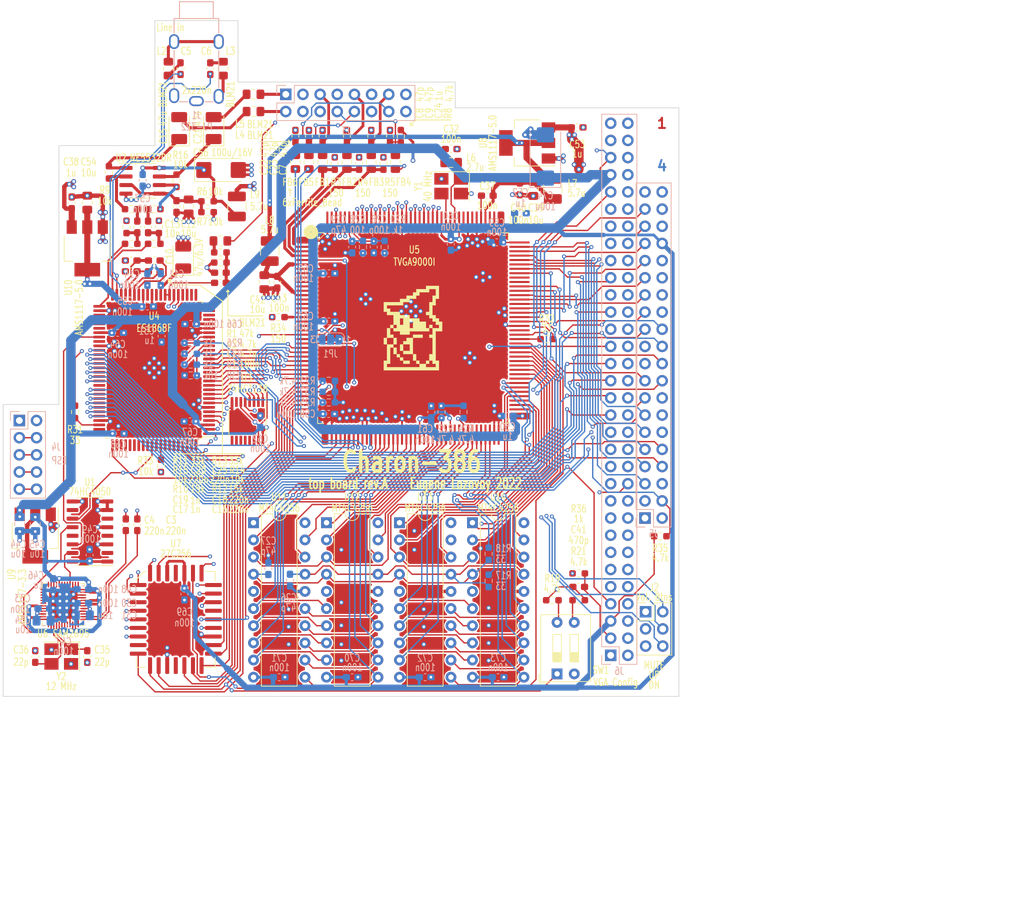
<source format=kicad_pcb>
(kicad_pcb (version 20211014) (generator pcbnew)
  (title_block (title "PC-CHARON-386-TOP") (date "2021-12-17") (rev "A") (company "Eugene Lozovoy"))
  (layers (0 "F.Cu" signal) (1 "In1.Cu" signal) (2 "In2.Cu" signal) (31 "B.Cu" signal) (34 "B.Paste" user) (35 "F.Paste" user) (36 "B.SilkS" user "B.Silkscreen") (37 "F.SilkS" user "F.Silkscreen") (38 "B.Mask" user) (39 "F.Mask" user) (44 "Edge.Cuts" user))
  (net 0 "")
  (net 1 "GND")
  (net 2 "Net-(C1-Pad1)")
  (net 3 "+5V")
  (net 4 "Net-(J2-Pad2)")
  (net 5 "Net-(C3-Pad1)")
  (net 6 "Net-(C4-Pad1)")
  (net 7 "Net-(C1-Pad2)")
  (net 8 "Net-(C6-Pad1)")
  (net 9 "Net-(C6-Pad2)")
  (net 10 "/~{SBHE}")
  (net 11 "/~{MEMCS16}")
  (net 12 "/LA23")
  (net 13 "/LA22")
  (net 14 "/LA21")
  (net 15 "/LA20")
  (net 16 "/LA19")
  (net 17 "/LA18")
  (net 18 "/~{CAS}")
  (net 19 "/LA17")
  (net 20 "/~{RAS}")
  (net 21 "Net-(C5-Pad1)")
  (net 22 "Net-(C20-Pad1)")
  (net 23 "/D8")
  (net 24 "Net-(C5-Pad2)")
  (net 25 "/D9")
  (net 26 "Net-(R10-Pad2)")
  (net 27 "/D10")
  (net 28 "/D11")
  (net 29 "/MD3")
  (net 30 "/D12")
  (net 31 "/MD7")
  (net 32 "/D13")
  (net 33 "/~{NMI}")
  (net 34 "/D14")
  (net 35 "/D15")
  (net 36 "/SPKR")
  (net 37 "Net-(C10-Pad1)")
  (net 38 "Net-(C16-Pad2)")
  (net 39 "/R")
  (net 40 "/G")
  (net 41 "/B")
  (net 42 "Net-(C12-Pad2)")
  (net 43 "/ROMBA0")
  (net 44 "/HSYNC")
  (net 45 "/VSYNC")
  (net 46 "/Monitor")
  (net 47 "/~{ROMCS}")
  (net 48 "/RMD0")
  (net 49 "/RMD1")
  (net 50 "/RMD2")
  (net 51 "/RMD3")
  (net 52 "/RMD4")
  (net 53 "/RMD5")
  (net 54 "/RMD6")
  (net 55 "/RMD7")
  (net 56 "/MD2")
  (net 57 "/RESET")
  (net 58 "/D7")
  (net 59 "/D6")
  (net 60 "/D5")
  (net 61 "/D4")
  (net 62 "/D3")
  (net 63 "/D2")
  (net 64 "/D1")
  (net 65 "/D0")
  (net 66 "/IOCHRDY")
  (net 67 "/~{MEMW}")
  (net 68 "/AEN")
  (net 69 "/~{MEMR}")
  (net 70 "/A19")
  (net 71 "/~{IOW}")
  (net 72 "/A18")
  (net 73 "/~{IOR}")
  (net 74 "/A17")
  (net 75 "/A16")
  (net 76 "/A15")
  (net 77 "/A14")
  (net 78 "/A13")
  (net 79 "/~{REFRESH}")
  (net 80 "/A12")
  (net 81 "/A11")
  (net 82 "/A10")
  (net 83 "/A9")
  (net 84 "/A8")
  (net 85 "/A7")
  (net 86 "/A6")
  (net 87 "/A5")
  (net 88 "/A4")
  (net 89 "/ALE")
  (net 90 "/A3")
  (net 91 "/A2")
  (net 92 "/OSC")
  (net 93 "/A1")
  (net 94 "/A0")
  (net 95 "Net-(C14-Pad1)")
  (net 96 "Net-(C15-Pad2)")
  (net 97 "Net-(C15-Pad1)")
  (net 98 "Net-(C16-Pad1)")
  (net 99 "Net-(C18-Pad1)")
  (net 100 "Net-(C18-Pad2)")
  (net 101 "Net-(C20-Pad2)")
  (net 102 "/AVDD1")
  (net 103 "/AVDD2")
  (net 104 "Net-(C21-Pad1)")
  (net 105 "/AVDD_ES")
  (net 106 "Net-(C21-Pad2)")
  (net 107 "Net-(J2-Pad4)")
  (net 108 "Net-(C29-Pad1)")
  (net 109 "Net-(C32-Pad2)")
  (net 110 "/MIDI_L")
  (net 111 "Net-(C25-Pad1)")
  (net 112 "Net-(C25-Pad2)")
  (net 113 "/MIDI_R")
  (net 114 "Net-(C28-Pad1)")
  (net 115 "Net-(C30-Pad2)")
  (net 116 "/IRQ9")
  (net 117 "Net-(C35-Pad2)")
  (net 118 "/MAA0")
  (net 119 "/MAA1")
  (net 120 "/MAA2")
  (net 121 "/MAA3")
  (net 122 "/MAA4")
  (net 123 "/MAA5")
  (net 124 "/MAA6")
  (net 125 "/MAA7")
  (net 126 "/MAA8")
  (net 127 "/MD0")
  (net 128 "/MD1")
  (net 129 "/MD4")
  (net 130 "/MD5")
  (net 131 "/MD6")
  (net 132 "/MAB0")
  (net 133 "/MAB1")
  (net 134 "/MAB2")
  (net 135 "/MAB3")
  (net 136 "/MAB4")
  (net 137 "/MAB5")
  (net 138 "/MAB6")
  (net 139 "/MAB7")
  (net 140 "/MAB8")
  (net 141 "/~{WE2}")
  (net 142 "/~{WE0}")
  (net 143 "/MD16")
  (net 144 "/MD17")
  (net 145 "/MD18")
  (net 146 "/MD19")
  (net 147 "/MD20")
  (net 148 "/MD21")
  (net 149 "/MD22")
  (net 150 "/MD23")
  (net 151 "/DACK3")
  (net 152 "/DRQ3")
  (net 153 "/DACK1")
  (net 154 "/DRQ1")
  (net 155 "/IRQ7")
  (net 156 "/IRQ5")
  (net 157 "Net-(C36-Pad2)")
  (net 158 "/MSO")
  (net 159 "Net-(C37-Pad1)")
  (net 161 "+12V")
  (net 162 "Net-(C41-Pad2)")
  (net 163 "-12V")
  (net 165 "/~{RSTB}")
  (net 166 "Net-(C33-Pad2)")
  (net 168 "Net-(J4-Pad3)")
  (net 169 "Net-(J2-Pad6)")
  (net 170 "Net-(J4-Pad5)")
  (net 171 "Net-(J4-Pad7)")
  (net 172 "/LINE_R")
  (net 173 "/LINE_L")
  (net 174 "/AVDD_OP")
  (net 175 "Net-(J4-Pad10)")
  (net 177 "/AOUT_R")
  (net 179 "/AOUT_L")
  (net 181 "Net-(JP1-Pad2)")
  (net 183 "Net-(R21-Pad2)")
  (net 187 "/IRQ10")
  (net 188 "/DACK0")
  (net 189 "/DRQ0")
  (net 190 "/DACK5")
  (net 191 "Net-(R31-Pad1)")
  (net 192 "/DRQ5")
  (net 193 "/VGA_R")
  (net 194 "/VGA_B")
  (net 195 "/VGA_MON")
  (net 196 "/VGA_HS")
  (net 197 "/VGA_VS")
  (net 198 "/VGA_G")
  (net 214 "Net-(L1-Pad1)")
  (net 215 "Net-(L6-Pad2)")
  (net 216 "Net-(L7-Pad1)")
  (net 217 "Net-(R11-Pad1)")
  (net 218 "Net-(R12-Pad2)")
  (net 219 "Net-(R13-Pad1)")
  (net 221 "Net-(R17-Pad1)")
  (net 222 "Net-(R18-Pad1)")
  (net 223 "Net-(R19-Pad2)")
  (net 224 "Net-(R26-Pad2)")
  (net 225 "Net-(R27-Pad2)")
  (net 226 "Net-(R29-Pad2)")
  (net 227 "Net-(R30-Pad1)")
  (net 228 "Net-(R32-Pad1)")
  (net 229 "Net-(R33-Pad1)")
  (net 230 "Net-(R34-Pad1)")
  (net 234 "Net-(U1-Pad12)")
  (net 236 "Net-(U1-Pad15)")
  (net 244 "Net-(U3-Pad15)")
  (net 276 "/IRQ11")
  (net 293 "Net-(U5-Pad133)")
  (net 296 "+3V3")
  (footprint "Capacitor_SMD:C_0805_2012Metric_Pad1.18x1.45mm_HandSolder" (layer "F.Cu") (at 177.2 72.6 90)
    (fp_text reference "C39")
    (fp_text value "10u")
  )
  (footprint "Capacitor_SMD:C_0603_1608Metric_Pad1.08x0.95mm_HandSolder" (layer "F.Cu") (at 130.9 85)
    (fp_text reference "C2")
    (fp_text value "4.7n")
  )
  (footprint "Package_QFP:PQFP-100_14x20mm_P0.65mm" (layer "F.Cu") (at 121.1 99.4 180)
    (fp_text reference "U4")
    (fp_text value "ES1868F")
  )
  (footprint "Resistor_SMD:R_0603_1608Metric_Pad0.98x0.95mm_HandSolder" (layer "F.Cu") (at 121.1125 80.725 180)
    (fp_text reference "R12")
    (fp_text value "15k")
  )
  (footprint "Package_DIP:DIP-20_W7.62mm" (layer "F.Cu") (at 168.2 122)
    (fp_text reference "U14")
    (fp_text value "MT4C4256")
  )
  (footprint "Capacitor_SMD:C_0603_1608Metric_Pad1.08x0.95mm_HandSolder" (layer "F.Cu") (at 125 54.8 90)
    (fp_text reference "C5")
    (fp_text value "220n")
  )
  (footprint "my:PLCC-32_11.4x14.0mm_P1.27mm-longpads" (layer "F.Cu") (at 124.3 136.3)
    (fp_text reference "U7")
    (fp_text value "27C256")
  )
  (footprint "Capacitor_SMD:C_0603_1608Metric_Pad1.08x0.95mm_HandSolder" (layer "F.Cu") (at 124.4 75.2 90)
    (fp_text reference "C13")
    (fp_text value "10n")
  )
  (footprint "Inductor_SMD:L_0805_2012Metric_Pad1.15x1.40mm_HandSolder" (layer "F.Cu") (at 135.8 61.15)
    (fp_text reference "L4")
    (fp_text value "BLM21PG331BH1D")
  )
  (footprint "Resistor_SMD:R_0603_1608Metric_Pad0.98x0.95mm_HandSolder" (layer "F.Cu") (at 196 124)
    (fp_text reference "R35")
    (fp_text value "4.7k")
  )
  (footprint "Capacitor_SMD:C_0603_1608Metric_Pad1.08x0.95mm_HandSolder" (layer "F.Cu") (at 117.7 83.2 180)
    (fp_text reference "C19")
    (fp_text value "1n")
  )
  (footprint "Capacitor_SMD:C_0603_1608Metric_Pad1.08x0.95mm_HandSolder" (layer "F.Cu") (at 183.925 131.5)
    (fp_text reference "C41")
    (fp_text value "470p")
  )
  (footprint "Resistor_SMD:R_0603_1608Metric_Pad0.98x0.95mm_HandSolder" (layer "F.Cu") (at 117 78.225 90)
    (fp_text reference "R15")
    (fp_text value "10k")
  )
  (footprint "Button_Switch_THT:SW_DIP_SPSTx02_Slide_9.78x7.26mm_W7.62mm_P2.54mm" (layer "F.Cu") (at 180.725 144.3675 90)
    (fp_text reference "SW1")
    (fp_text value "VGA Config")
  )
  (footprint "Resistor_SMD:R_0603_1608Metric_Pad0.98x0.95mm_HandSolder" (layer "F.Cu") (at 124.4 71.4 -90)
    (fp_text reference "R16")
    (fp_text value "10k")
  )
  (footprint "Package_DIP:DIP-20_W7.62mm" (layer "F.Cu") (at 146.6 122)
    (fp_text reference "U12")
    (fp_text value "MT4C4256")
  )
  (footprint "Inductor_SMD:L_0805_2012Metric_Pad1.15x1.40mm_HandSolder" (layer "F.Cu") (at 130.9 80.3)
    (fp_text reference "L1")
    (fp_text value "BLM21PG331BH1D")
  )
  (footprint "Capacitor_Tantalum_SMD:CP_EIA-6032-28_Kemet-C_Pad2.25x2.35mm_HandSolder" (layer "F.Cu") (at 131 69.8)
    (fp_text reference "C56")
    (fp_text value "100u/16V")
  )
  (footprint "Resistor_SMD:R_0603_1608Metric_Pad0.98x0.95mm_HandSolder" (layer "F.Cu") (at 151.425 68.8375 90)
    (fp_text reference "R4")
    (fp_text value "150")
  )
  (footprint "Package_TO_SOT_SMD:SOT-223-3_TabPin2" (layer "F.Cu") (at 103.5 123.9 -90)
    (fp_text reference "U9")
    (fp_text value "AMS1117-3.3")
  )
  (footprint "Resistor_SMD:R_0603_1608Metric_Pad0.98x0.95mm_HandSolder" (layer "F.Cu") (at 139.475 91.575 180)
    (fp_text reference "R34")
    (fp_text value "150")
  )
  (footprint "Inductor_SMD:L_0805_2012Metric_Pad1.15x1.40mm_HandSolder" (layer "F.Cu") (at 165.05 68.7)
    (fp_text reference "L6")
    (fp_text value "2.7u")
  )
  (footprint "Inductor_SMD:L_0805_2012Metric_Pad1.15x1.40mm_HandSolder" (layer "F.Cu") (at 149.625 68.6375 90)
    (fp_text reference "FB2")
    (fp_text value "Ferrite_Bead")
  )
  (footprint "Package_SO:TSSOP-16_4.4x5mm_P0.65mm" (layer "F.Cu") (at 134.9 107 -90)
    (fp_text reference "U3")
    (fp_text value "74HCT138")
  )
  (footprint "Capacitor_SMD:C_0603_1608Metric_Pad1.08x0.95mm_HandSolder" (layer "F.Cu") (at 103.5 141.8 -90)
    (fp_text reference "C36")
    (fp_text value "22p")
  )
  (footprint "Inductor_SMD:L_1210_3225Metric_Pad1.42x2.65mm_HandSolder" (layer "F.Cu") (at 133.34 75.2 -90)
    (fp_text reference "L9")
    (fp_text value "5.7u")
  )
  (footprint "Inductor_SMD:L_0805_2012Metric_Pad1.15x1.40mm_HandSolder" (layer "F.Cu") (at 142 68.6375 90)
    (fp_text reference "FB6")
    (fp_text value "Ferrite_Bead")
  )
  (footprint "Inductor_SMD:L_0805_2012Metric_Pad1.15x1.40mm_HandSolder" (layer "F.Cu") (at 123.2 54.8 90)
    (fp_text reference "L2")
    (fp_text value "BLM21PG331BH1D")
  )
  (footprint "Resistor_SMD:R_0603_1608Metric_Pad0.98x0.95mm_HandSolder" (layer "F.Cu") (at 117.7 75.6)
    (fp_text reference "R11")
    (fp_text value "33k")
  )
  (footprint "Capacitor_SMD:C_0603_1608Metric_Pad1.08x0.95mm_HandSolder" (layer "F.Cu") (at 149.625 64.8 90)
    (fp_text reference "C8")
    (fp_text value "47p")
  )
  (footprint "Resistor_SMD:R_0603_1608Metric_Pad0.98x0.95mm_HandSolder" (layer "F.Cu") (at 121.8 78.225 90)
    (fp_text reference "R14")
    (fp_text value "10k")
  )
  (footprint "Capacitor_SMD:C_0603_1608Metric_Pad1.08x0.95mm_HandSolder" (layer "F.Cu") (at 170.4 73.6)
    (fp_text reference "C37")
    (fp_text value "100n")
  )
  (footprint "Package_TO_SOT_SMD:SOT-223-3_TabPin2" (layer "F.Cu") (at 111.2 81.4 -90)
    (fp_text reference "U10")
    (fp_text value "AMS1117-5.0")
  )
  (footprint "Capacitor_SMD:C_0603_1608Metric_Pad1.08x0.95mm_HandSolder" (layer "F.Cu") (at 175.2 72.6 -90)
    (fp_text reference "C40")
    (fp_text value "100n")
  )
  (footprint "Capacitor_SMD:C_0805_2012Metric_Pad1.18x1.45mm_HandSolder" (layer "F.Cu") (at 126.2 75.2 90)
    (fp_text reference "C12")
    (fp_text value "10u")
  )
  (footprint "Inductor_SMD:L_1210_3225Metric_Pad1.42x2.65mm_HandSolder" (layer "F.Cu") (at 180.1 72.6 -90)
    (fp_text reference "L7")
    (fp_text value "5.7u")
  )
  (footprint "Capacitor_SMD:C_0603_1608Metric_Pad1.08x0.95mm_HandSolder" (layer "F.Cu") (at 156 64.8 90)
    (fp_text reference "C24")
    (fp_text value "1u")
  )
  (footprint "Capacitor_Tantalum_SMD:CP_EIA-3528-21_Kemet-B_Pad1.50x2.35mm_HandSolder" (layer "F.Cu") (at 125.4 82.75 90)
    (fp_text reference "C10")
    (fp_text value "47u/6.3V")
  )
  (footprint "Capacitor_SMD:C_0603_1608Metric_Pad1.08x0.95mm_HandSolder" (layer "F.Cu") (at 139.3125 86.4 -90)
    (fp_text reference "C43")
    (fp_text value "100n")
  )
  (footprint "Package_TO_SOT_SMD:SOT-223-3_TabPin2" (layer "F.Cu") (at 176.3 65.8 180)
    (fp_text reference "U8")
    (fp_text value "AMS1117-5.0")
  )
  (footprint "Capacitor_SMD:C_0603_1608Metric_Pad1.08x0.95mm_HandSolder" (layer "F.Cu") (at 165.05 66.7 180)
    (fp_text reference "C32")
    (fp_text value "100n")
  )
  (footprint "Inductor_SMD:L_1210_3225Metric_Pad1.42x2.65mm_HandSolder" (layer "F.Cu") (at 138.2 81.8 -90)
    (fp_text reference "L8")
    (fp_text value "5.7u")
  )
  (footprint "Resistor_SMD:R_0603_1608Metric_Pad0.98x0.95mm_HandSolder" (layer "F.Cu") (at 155.025 68.8375 90)
    (fp_text reference "R5")
    (fp_text value "150")
  )
  (footprint "Capacitor_SMD:C_0805_2012Metric_Pad1.18x1.45mm_HandSolder" (layer "F.Cu") (at 111.2 74.6375 -90)
    (fp_text reference "C54")
    (fp_text value "10u")
  )
  (footprint "Capacitor_SMD:C_0603_1608Metric_Pad1.08x0.95mm_HandSolder" (layer "F.Cu") (at 129.4 54.8 90)
    (fp_text reference "C6")
    (fp_text value "220n")
  )
  (footprint "Resistor_SMD:R_0603_1608Metric_Pad0.98x0.95mm_HandSolder" (layer "F.Cu") (at 183.925 129.5 180)
    (fp_text reference "R36")
    (fp_text value "1k")
  )
  (footprint "Package_SO:SOIC-8_3.9x4.9mm_P1.27mm" (layer "F.Cu") (at 119.4 71.4)
    (fp_text reference "U2")
    (fp_text value "NE5532DR")
  )
  (footprint "Capacitor_SMD:C_0603_1608Metric_Pad1.08x0.95mm_HandSolder" (layer "F.Cu") (at 111.2 141.8 90)
    (fp_text reference "C35")
    (fp_text value "22p")
  )
  (footprint "Resistor_SMD:R_0603_1608Metric_Pad0.98x0.95mm_HandSolder" (layer "F.Cu") (at 157.6 64.8 -90)
    (fp_text reference "R8")
    (fp_text value "4.7k")
  )
  (footprint "Capacitor_SMD:C_0603_1608Metric_Pad1.08x0.95mm_HandSolder" (layer "F.Cu") (at 117.7 84.8 180)
    (fp_text reference "C17")
    (fp_text value "1n")
  )
  (footprint "Inductor_SMD:L_0805_2012Metric_Pad1.15x1.40mm_HandSolder" (layer "F.Cu") (at 153.225 68.6375 90)
    (fp_text reference "FB3")
    (fp_text value "Ferrite_Bead")
  )
  (footprint "Crystal:Crystal_SMD_SeikoEpson_TSX3225-4Pin_3.2x2.5mm_HandSoldering" (layer "F.Cu") (at 165.05 72.2 180)
    (fp_text reference "Y1")
    (fp_text value "40 MHz")
  )
  (footprint "Resistor_SMD:R_0603_1608Metric_Pad0.98x0.95mm_HandSolder" (layer "F.Cu") (at 147.825 68.8375 90)
    (fp_text reference "R3")
    (fp_text value "150")
  )
  (footprint "Inductor_SMD:L_0805_2012Metric_Pad1.15x1.40mm_HandSolder" (layer "F.Cu") (at 156.8 68.6375 90)
    (fp_text reference "FB4")
    (fp_text value "Ferrite_Bead")
  )
  (footprint "Resistor_SMD:R_0603_1608Metric_Pad0.98x0.95mm_HandSolder" (layer "F.Cu") (at 179.2 94.825)
    (fp_text reference "R32")
    (fp_text value "33")
  )
  (footprint "Capacitor_SMD:C_0603_1608Metric_Pad1.08x0.95mm_HandSolder" (layer "F.Cu") (at 108.9 74.65 90)
    (fp_text reference "C38")
    (fp_text value "1u")
  )
  (footprint "Package_SO:SO-16_3.9x9.9mm_P1.27mm" (layer "F.Cu") (at 111.6 123.3 180)
    (fp_text reference "U1")
    (fp_text value "74HC4050")
  )
  (footprint "Capacitor_SMD:C_0805_2012Metric_Pad1.18x1.45mm_HandSolder" (layer "F.Cu") (at 137.4 86.4 90)
    (fp_text reference "C42")
    (fp_text value "10u")
  )
  (footprint "Inductor_SMD:L_0805_2012Metric_Pad1.15x1.40mm_HandSolder" (layer "F.Cu") (at 146.025 68.6375 90)
    (fp_text reference "FB1")
    (fp_text value "Ferrite_Bead")
  )
  (footprint "Capacitor_Tantalum_SMD:CP_EIA-3528-21_Kemet-B_Pad1.50x2.35mm_HandSolder" (layer "F.Cu") (at 124.8 63.6 90)
    (fp_text reference "C15")
    (fp_text value "47u")
  )
  (footprint "Resistor_SMD:R_0603_1608Metric_Pad0.98x0.95mm_HandSolder" (layer "F.Cu") (at 183.925 133.4675 180)
    (fp_text reference "R21")
    (fp_text value "4.7k")
  )
  (footprint "Inductor_SMD:L_0805_2012Metric_Pad1.15x1.40mm_HandSolder" (layer "F.Cu") (at 131.3 54.8 -90)
    (fp_text reference "L3")
    (fp_text value "BLM21PG331BH1D")
  )
  (footprint "Package_DFN_QFN:QFN-48-1EP_6x6mm_P0.4mm_EP4.2x4.2mm" (layer "F.Cu") (at 107.65 134.1 180)
    (fp_text reference "U6")
    (fp_text value "SAM2695")
  )
  (footprint "Capacitor_SMD:C_0603_1608Metric_Pad1.08x0.95mm_HandSolder" (layer "F.Cu") (at 121.1125 84.8 180)
    (fp_text reference "C16")
    (fp_text value "220n")
  )
  (footprint "Resistor_SMD:R_0603_1608Metric_Pad0.98x0.95mm_HandSolder" (layer "F.Cu") (at 130.9 83.5 180)
    (fp_text reference "R2")
    (fp_text value "4.7k")
  )
  (footprint "Capacitor_SMD:C_0603_1608Metric_Pad1.08x0.95mm_HandSolder" (layer "F.Cu") (at 142 64.8 90)
    (fp_text reference "C22")
    (fp_text value "47p")
  )
  (footprint "Inductor_SMD:L_0805_2012Metric_Pad1.15x1.40mm_HandSolder" (layer "F.Cu") (at 135.8 58.6)
    (fp_text reference "L5")
    (fp_text value "BLM21PG331BH1D")
  )
  (footprint "Inductor_SMD:L_0805_2012Metric_Pad1.15x1.40mm_HandSolder" (layer "F.Cu") (at 144 68.6375 90)
    (fp_text reference "FB5")
    (fp_text value "Ferrite_Bead")
  )
  (footprint "Capacitor_Tantalum_SMD:CP_EIA-3528-21_Kemet-B_Pad1.50x2.35mm_HandSolder" (layer "F.Cu") (at 129.9 63.6 90)
    (fp_text reference "C21")
    (fp_text value "47u")
  )
  (footprint "Capacitor_SMD:C_0603_1608Metric_Pad1.08x0.95mm_HandSolder" (layer "F.Cu") (at 130.9 86.5)
    (fp_text reference "C1")
    (fp_text value "100n")
  )
  (footprint "Resistor_SMD:R_0603_1608Metric_Pad0.98x0.95mm_HandSolder" (layer "F.Cu") (at 114.4 70.15 -90)
    (fp_text reference "R9")
    (fp_text value "10k")
  )
  (footprint "Capacitor_SMD:C_0603_1608Metric_Pad1.08x0.95mm_HandSolder" (layer "F.Cu") (at 116.9 122.3 -90)
    (fp_text reference "C4")
    (fp_text value "220n")
  )
  (footprint "Resistor_SMD:R_0603_1608Metric_Pad0.98x0.95mm_HandSolder" (layer "F.Cu") (at 129 76.0375 180)
    (fp_text reference "R7")
    (fp_text value "10k")
  )
  (footprint "Capacitor_SMD:C_0603_1608Metric_Pad1.08x0.95mm_HandSolder" (layer "F.Cu") (at 118.6 78.225 90)
    (fp_text reference "C20")
    (fp_text value "220n")
  )
  (footprint "Resistor_SMD:R_0603_1608Metric_Pad0.98x0.95mm_HandSolder" (layer "F.Cu") (at 130.9 82)
    (fp_text reference "R1")
    (fp_text value "47k")
  )
  (footprint "Capacitor_SMD:C_0603_1608Metric_Pad1.08x0.95mm_HandSolder" (layer "F.Cu") (at 144 64.8 90)
    (fp_text reference "C23")
    (fp_text value "47p")
  )
  (footprint "Package_DIP:DIP-20_W7.62mm" (layer "F.Cu") (at 135.8 122)
    (fp_text reference "U11")
    (fp_text value "MT4C4256")
  )
  (footprint "Capacitor_SMD:C_0603_1608Metric_Pad1.08x0.95mm_HandSolder" (layer "F.Cu") (at 153.225 64.8 90)
    (fp_text reference "C9")
    (fp_text value "47p")
  )
  (footprint "Capacitor_SMD:C_0603_1608Metric_Pad1.08x0.95mm_HandSolder" (layer "F.Cu") (at 146.025 64.8 90)
    (fp_text reference "C7")
    (fp_text value "47p")
  )
  (footprint "Capacitor_SMD:C_0603_1608Metric_Pad1.08x0.95mm_HandSolder" (layer "F.Cu") (at 118.6 122.3 -90)
    (fp_text reference "C3")
    (fp_text value "220n")
  )
  (footprint "Capacitor_SMD:C_0603_1608Metric_Pad1.08x0.95mm_HandSolder" (layer "F.Cu") (at 120.2 78.225 90)
    (fp_text reference "C25")
    (fp_text value "220n")
  )
  (footprint "Resistor_SMD:R_0603_1608Metric_Pad0.98x0.95mm_HandSolder" (layer "F.Cu") (at 180.025 133.4675)
    (fp_text reference "R19")
    (fp_text value "4.7k")
  )
  (footprint "mygraphic:black-mage-12.5x8.6" (layer "F.Cu") (at 159.400001 93.2)
    (fp_text reference "LOGO1" hide)
    (fp_text value "graphic" hide)
  )
  (footprint "Crystal:Crystal_SMD_SeikoEpson_TSX3225-4Pin_3.2x2.5mm_HandSoldering" (layer "F.Cu") (at 107.35 141.8 180)
    (fp_text reference "Y2")
    (fp_text value "12 MHz")
  )
  (footprint "Resistor_SMD:R_0603_1608Metric_Pad0.98x0.95mm_HandSolder" (layer "F.Cu") (at 121.1125 75.6 180)
    (fp_text reference "R13")
    (fp_text value "33k")
  )
  (footprint "my:PQFP-160_28x28mm_P0.65mm_LongPads" (layer "F.Cu") (at 159.4 93.2)
    (fp_text reference "U5")
    (fp_text value "TVGA9000I")
  )
  (footprint "Capacitor_SMD:C_0603_1608Metric_Pad1.08x0.95mm_HandSolder" (layer "F.Cu") (at 183.7 63.5)
    (fp_text reference "C53")
    (fp_text value "1u")
  )
  (footprint "Resistor_SMD:R_0603_1608Metric_Pad0.98x0.95mm_HandSolder" (layer "F.Cu") (at 129 74.4375)
    (fp_text reference "R6")
    (fp_text value "10k")
  )
  (footprint "Resistor_SMD:R_0603_1608Metric_Pad0.98x0.95mm_HandSolder" (layer "F.Cu") (at 117.7 80.725 180)
    (fp_text reference "R10")
    (fp_text value "15k")
  )
  (footprint "Connector_PinHeader_2.54mm:PinHeader_2x03_P2.54mm_Vertical" (layer "F.Cu") (at 193.825 135.175)
    (fp_text reference "J2")
    (fp_text value "Vol. Btns")
  )
  (footprint "Package_DIP:DIP-20_W7.62mm" (layer "F.Cu") (at 157.4 122)
    (fp_text reference "U13")
    (fp_text value "MT4C4256")
  )
  (footprint "Resistor_SMD:R_0603_1608Metric_Pad0.98x0.95mm_HandSolder" (layer "F.Cu") (at 109.4 105.6 90)
    (fp_text reference "R31")
    (fp_text value "33")
  )
  (footprint "Capacitor_SMD:C_0603_1608Metric_Pad1.08x0.95mm_HandSolder" (layer "F.Cu") (at 121.1125 83.2 180)
    (fp_text reference "C18")
    (fp_text value "220n")
  )
  (footprint "Resistor_SMD:R_0603_1608Metric_Pad0.98x0.95mm_HandSolder" (layer "F.Cu") (at 122.1 113.5875 -90)
    (fp_text reference "R33")
    (fp_text value "10k")
  )
  (footprint "Capacitor_SMD:C_0603_1608Metric_Pad1.08x0.95mm_HandSolder" (layer "B.Cu") (at 150.4 81.2 -90)
    (fp_text reference "C29")
    (fp_text value "47p")
  )
  (footprint "Capacitor_SMD:C_0603_1608Metric_Pad1.08x0.95mm_HandSolder" (layer "B.Cu") (at 153.6 81.2 -90)
    (fp_text reference "C28")
    (fp_text value "100p")
  )
  (footprint "Capacitor_SMD:C_0603_1608Metric_Pad1.08x0.95mm_HandSolder" (layer "B.Cu") (at 104.76875 134.7 180)
    (fp_text reference "C33")
    (fp_text value "100n")
  )
  (footprint "Capacitor_SMD:C_0603_1608Metric_Pad1.08x0.95mm_HandSolder" (layer "B.Cu") (at 126.5 92.6 180)
    (fp_text reference "C66")
    (fp_text value "100n")
  )
  (footprint "Capacitor_SMD:C_0603_1608Metric_Pad1.08x0.95mm_HandSolder" (layer "B.Cu") (at 173.4 106.2 180)
    (fp_text reference "C50")
    (fp_text value "1u")
  )
  (footprint "Resistor_SMD:R_0603_1608Metric_Pad0.98x0.95mm_HandSolder" (layer "B.Cu") (at 163.625 105.6 -90)
    (fp_text reference "R22")
    (fp_text value "4.7k")
  )
  (footprint "Capacitor_SMD:C_0603_1608Metric_Pad1.08x0.95mm_HandSolder" (layer "B.Cu") (at 120.1 86 90)
    (fp_text reference "C14")
    (fp_text value "100n")
  )
  (footprint "Resistor_SMD:R_0603_1608Metric_Pad0.98x0.95mm_HandSolder" (layer "B.Cu") (at 126.5 98.6 180)
    (fp_text reference "R29")
    (fp_text value "1k")
  )
  (footprint "Capacitor_SMD:C_0603_1608Metric_Pad1.08x0.95mm_HandSolder" (layer "B.Cu") (at 126.4 107 180)
    (fp_text reference "C67")
    (fp_text value "100n")
  )
  (footprint "Capacitor_SMD:C_0603_1608Metric_Pad1.08x0.95mm_HandSolder" (layer "B.Cu") (at 136.8 107.0375 90)
    (fp_text reference "C62")
    (fp_text value "100n")
  )
  (footprint "Connector_PinHeader_2.54mm:PinHeader_2x08_P2.54mm_Vertical" (layer "B.Cu") (at 140.575 58.61 -90)
    (fp_text reference "J3")
    (fp_text value "Conn_02x07_Odd_Even")
  )
  (footprint "Capacitor_SMD:C_0603_1608Metric_Pad1.08x0.95mm_HandSolder" (layer "B.Cu") (at 119.4 71.325 -90)
    (fp_text reference "C57")
    (fp_text value "100n")
  )
  (footprint "Connector_PinHeader_2.54mm:PinHeader_2x20_P2.54mm_Vertical" (layer "B.Cu") (at 193.735 121.31)
    (fp_text reference "J5")
    (fp_text value "PC104_16")
  )
  (footprint "Capacitor_SMD:C_0603_1608Metric_Pad1.08x0.95mm_HandSolder" (layer "B.Cu") (at 162.1 105.6 90)
    (fp_text reference "C61")
    (fp_text value "100n")
  )
  (footprint "Capacitor_SMD:C_0603_1608Metric_Pad1.08x0.95mm_HandSolder" (layer "B.Cu") (at 161.2 144.865)
    (fp_text reference "C72")
    (fp_text value "100n")
  )
  (footprint "Capacitor_SMD:C_0805_2012Metric_Pad1.18x1.45mm_HandSolder" (layer "B.Cu") (at 103.5 122.2 90)
    (fp_text reference "C45")
    (fp_text value "10u")
  )
  (footprint "Resistor_SMD:R_0603_1608Metric_Pad0.98x0.95mm_HandSolder" (layer "B.Cu") (at 152 81.2 -90)
    (fp_text reference "R28")
    (fp_text value "100")
  )
  (footprint "Capacitor_SMD:C_0603_1608Metric_Pad1.08x0.95mm_HandSolder" (layer "B.Cu") (at 120.125 90)
    (fp_text reference "C55")
    (fp_text value "100n")
  )
  (footprint "Capacitor_SMD:C_0603_1608Metric_Pad1.08x0.95mm_HandSolder" (layer "B.Cu") (at 175.3 76.2)
    (fp_text reference "C52")
    (fp_text value "1u")
  )
  (footprint "Capacitor_SMD:C_0805_2012Metric_Pad1.18x1.45mm_HandSolder" (layer "B.Cu") (at 101.2 122.2 90)
    (fp_text reference "C44")
    (fp_text value "10u")
  )
  (footprint "Capacitor_SMD:C_0603_1608Metric_Pad1.08x0.95mm_HandSolder" (layer "B.Cu") (at 125.575 132.5625 -90)
    (fp_text reference "C69")
    (fp_text value "100n")
  )
  (footprint "Capacitor_SMD:C_0603_1608Metric_Pad1.08x0.95mm_HandSolder" (layer "B.Cu") (at 138 128.8 -90)
    (fp_text reference "C27")
    (fp_text value "47p")
  )
  (footprint "Capacitor_SMD:C_0603_1608Metric_Pad1.08x0.95mm_HandSolder" (layer "B.Cu") (at 171.8 80.5 180)
    (fp_text reference "C59")
    (fp_text value "100n")
  )
  (footprint "Capacitor_SMD:C_0603_1608Metric_Pad1.08x0.95mm_HandSolder" (layer "B.Cu") (at 111.55 126.8 -90)
    (fp_text reference "C49")
    (fp_text value "100n")
  )
  (footprint "Capacitor_SMD:C_0603_1608Metric_Pad1.08x0.95mm_HandSolder" (layer "B.Cu") (at 110.550395 131.85)
    (fp_text reference "C48")
    (fp_text value "100n")
  )
  (footprint "Capacitor_SMD:C_0805_2012Metric_Pad1.18x1.45mm_HandSolder" (layer "B.Cu") (at 110.550395 135.7)
    (fp_text reference "C31")
    (fp_text value "10u")
  )
  (footprint "Resistor_SMD:R_0603_1608Metric_Pad0.98x0.95mm_HandSolder" (layer "B.Cu") (at 170.6 130.6 -90)
    (fp_text reference "R17")
    (fp_text value "33")
  )
  (footprint "my:PJ-322" (layer "B.Cu") (at 127.35 52.905 180)
    (fp_text reference "J1")
    (fp_text value "PJ-322")
  )
  (footprint "Capacitor_SMD:C_0603_1608Metric_Pad1.08x0.95mm_HandSolder" (layer "B.Cu") (at 110.550395 133.9)
    (fp_text reference "C30")
    (fp_text value "100n")
  )
  (footprint "Resistor_SMD:R_0603_1608Metric_Pad0.98x0.95mm_HandSolder" (layer "B.Cu") (at 126.5 100.2 180)
    (fp_text reference "R30")
    (fp_text value "10k")
  )
  (footprint "Jumper:SolderJumper-3_P1.3mm_Bridged12_RoundedPad1.0x1.5mm_NumberLabels" (layer "B.Cu") (at 147.2 94.9 180)
    (fp_text reference "JP1")
    (fp_text value "SolderJumper_3_Bridged12" hide)
  )
  (footprint "Resistor_SMD:R_0603_1608Metric_Pad0.98x0.95mm_HandSolder" (layer "B.Cu") (at 126.5 95.4 180)
    (fp_text reference "R26")
    (fp_text value "1k")
  )
  (footprint "Capacitor_SMD:C_0603_1608Metric_Pad1.08x0.95mm_HandSolder" (layer "B.Cu") (at 106.15 131.15 90)
    (fp_text reference "C46")
    (fp_text value "1u")
  )
  (footprint "Connector_PinHeader_2.54mm:PinHeader_2x32_P2.54mm_Vertical" (layer "B.Cu") (at 188.66 141.625)
    (fp_text reference "J6")
    (fp_text value "PC104")
  )
  (footprint "Resistor_SMD:R_0603_1608Metric_Pad0.98x0.95mm_HandSolder" (layer "B.Cu") (at 146.9375 102.625 180)
    (fp_text reference "R37")
    (fp_text value "4.7k")
  )
  (footprint "Capacitor_SMD:C_0603_1608Metric_Pad1.08x0.95mm_HandSolder" (layer "B.Cu") (at 146.9625 92.2)
    (fp_text reference "C63")
    (fp_text value "100n")
  )
  (footprint "Capacitor_SMD:C_0603_1608Metric_Pad1.08x0.95mm_HandSolder" (layer "B.Cu") (at 141.2 130.49 90)
    (fp_text reference "C26")
    (fp_text value "47p")
  )
  (footprint "Capacitor_SMD:C_0603_1608Metric_Pad1.08x0.95mm_HandSolder" (layer "B.Cu") (at 146.9625 85.1)
    (fp_text reference "C65")
    (fp_text value "100n")
  )
  (footprint "Capacitor_SMD:C_0603_1608Metric_Pad1.08x0.95mm_HandSolder" (layer "B.Cu") (at 146.9375 105.9)
    (fp_text reference "C58")
    (fp_text value "100n")
  )
  (footprint "Capacitor_SMD:C_0603_1608Metric_Pad1.08x0.95mm_HandSolder" (layer "B.Cu") (at 115.7 93.9)
    (fp_text reference "C64")
    (fp_text value "100n")
  )
  (footprint "Resistor_SMD:R_0603_1608Metric_Pad0.98x0.95mm_HandSolder" (layer "B.Cu") (at 170.6 126.6 -90)
    (fp_text reference "R18")
    (fp_text value "33")
  )
  (footprint "Resistor_SMD:R_0603_1608Metric_Pad0.98x0.95mm_HandSolder" (layer "B.Cu") (at 155.2 81.2 -90)
    (fp_text reference "R20")
    (fp_text value "1k")
  )
  (footprint "Capacitor_SMD:C_0603_1608Metric_Pad1.08x0.95mm_HandSolder" (layer "B.Cu") (at 150.4 144.865)
    (fp_text reference "C70")
    (fp_text value "100n")
  )
  (footprint "Capacitor_SMD:C_0805_2012Metric_Pad1.18x1.45mm_HandSolder" (layer "B.Cu") (at 104.73125 136.5 180)
    (fp_text reference "C34")
    (fp_text value "10u")
  )
  (footprint "Capacitor_SMD:C_0603_1608Metric_Pad1.08x0.95mm_HandSolder" (layer "B.Cu") (at 172 144.865)
    (fp_text reference "C73")
    (fp_text value "100n")
  )
  (footprint "Resistor_SMD:R_0603_1608Metric_Pad0.98x0.95mm_HandSolder" (layer "B.Cu") (at 166.875 105.6 -90)
    (fp_text reference "R24")
    (fp_text value "4.7k")
  )
  (footprint "Capacitor_SMD:C_0603_1608Metric_Pad1.08x0.95mm_HandSolder" (layer "B.Cu") (at 165 80.8 -90)
    (fp_text reference "C60")
    (fp_text value "100n")
  )
  (footprint "Capacitor_SMD:C_0603_1608Metric_Pad1.08x0.95mm_HandSolder" (layer "B.Cu") (at 122.2 94.4 -90)
    (fp_text reference "C51")
    (fp_text value "1u")
  )
  (footprint "Resistor_SMD:R_0603_1608Metric_Pad0.98x0.95mm_HandSolder" (layer "B.Cu") (at 146.9375 101 180)
    (fp_text reference "R23")
    (fp_text value "4.7k")
  )
  (footprint "Resistor_SMD:R_0603_1608Metric_Pad0.98x0.95mm_HandSolder" (layer "B.Cu") (at 146.9375 104.2 180)
    (fp_text reference "R25")
    (fp_text value "4.7k")
  )
  (footprint "Resistor_SMD:R_0603_1608Metric_Pad0.98x0.95mm_HandSolder" (layer "B.Cu") (at 126.5125 97 180)
    (fp_text reference "R27")
    (fp_text value "1k")
  )
  (footprint "Capacitor_SMD:C_0603_1608Metric_Pad1.08x0.95mm_HandSolder" (layer "B.Cu") (at 115.8 108.8)
    (fp_text reference "C68")
    (fp_text value "100n")
  )
  (footprint "Capacitor_SMD:C_0603_1608Metric_Pad1.08x0.95mm_HandSolder" (layer "B.Cu") (at 122.075 86 90)
    (fp_text reference "C11")
    (fp_text value "100n")
  )
  (footprint "Capacitor_SMD:C_0603_1608Metric_Pad1.08x0.95mm_HandSolder" (layer "B.Cu") (at 139.6 144.865)
    (fp_text reference "C71")
    (fp_text value "100n")
  )
  (footprint "Capacitor_Tantalum_SMD:CP_EIA-7343-31_Kemet-D_Pad2.25x2.55mm_HandSolder" (layer "B.Cu") (at 179 67.8 90)
    (fp_text reference "C74")
    (fp_text value "100u")
  )
  (footprint "Connector_PinSocket_2.54mm:PinSocket_2x05_P2.54mm_Vertical" (layer "B.Cu") (at 101.15 106.875 180)
    (fp_text reference "J4")
    (fp_text value "ESP")
  )
  (footprint "Capacitor_SMD:C_0603_1608Metric_Pad1.08x0.95mm_HandSolder" (layer "B.Cu") (at 107.7 137.15 -90)
    (fp_text reference "C47")
    (fp_text value "100n")
  )
  (gr_line (start 165 62.4) (end 159.8 62.4) (layer "F.SilkS") (width 0.15))
  (gr_line (start 123.2 86) (end 123.2 86.4) (layer "F.SilkS") (width 0.15))
  (gr_line (start 141 65.8) (end 141.2 65.6) (layer "F.SilkS") (width 0.15))
  (gr_line (start 131.8 87.8) (end 132.2 87.8) (layer "F.SilkS") (width 0.15))
  (gr_line (start 132 87.6) (end 131.8 87.8) (layer "F.SilkS") (width 0.15))
  (gr_line (start 141.4 72.8) (end 141.2 72.6) (layer "F.SilkS") (width 0.15))
  (gr_line (start 141 65.4) (end 141 65.8) (layer "F.SilkS") (width 0.15))
  (gr_line (start 131.2 89.2) (end 127.8 86.8) (layer "F.SilkS") (width 0.15))
  (gr_line (start 141 72.8) (end 141.4 72.8) (layer "F.SilkS") (width 0.15))
  (gr_line (start 141.2 65.6) (end 141 65.4) (layer "F.SilkS") (width 0.15))
  (gr_line (start 136.8 65.6) (end 141.2 65.6) (layer "F.SilkS") (width 0.15))
  (gr_line (start 131.2 111.8) (end 131.2 89.2) (layer "F.SilkS") (width 0.15))
  (gr_line (start 159 62.8) (end 159.4 63.2) (layer "F.SilkS") (width 0.15))
  (gr_line (start 132 91.4) (end 132 87.6) (layer "F.SilkS") (width 0.15))
  (gr_line (start 137.2 91.4) (end 132 91.4) (layer "F.SilkS") (width 0.15))
  (gr_line (start 141.2 72.6) (end 141 72.8) (layer "F.SilkS") (width 0.15))
  (gr_line (start 123.6 86) (end 123.2 86) (layer "F.SilkS") (width 0.15))
  (gr_line (start 123.2 86.4) (end 123.6 86) (layer "F.SilkS") (width 0.15))
  (gr_line (start 159.8 62.4) (end 159 63.2) (layer "F.SilkS") (width 0.15))
  (gr_line (start 141.2 73.6) (end 141.2 72.6) (layer "F.SilkS") (width 0.15))
  (gr_line (start 132.2 87.8) (end 132 87.6) (layer "F.SilkS") (width 0.15))
  (gr_line (start 127.8 86.8) (end 124 86.8) (layer "F.SilkS") (width 0.15))
  (gr_line (start 124 111.8) (end 134.4 111.8) (layer "F.SilkS") (width 0.15))
  (gr_line (start 159 63.2) (end 159 62.8) (layer "F.SilkS") (width 0.15))
  (gr_line (start 124 86.8) (end 123.2 86) (layer "F.SilkS") (width 0.15))
  (gr_line (start 159.4 63.2) (end 159 63.2) (layer "F.SilkS") (width 0.15))
  (gr_line (start 98.75 147.7) (end 98.75 104.5) (layer "Edge.Cuts") (width 0.1))
  (gr_line (start 133.5 47.7) (end 133.5 56.8) (layer "Edge.Cuts") (width 0.1))
  (gr_line (start 133.5 56.8) (end 165.65 56.8) (layer "Edge.Cuts") (width 0.1))
  (gr_line (start 121.2 66.2) (end 121.2 47.7) (layer "Edge.Cuts") (width 0.1))
  (gr_line (start 107 66.2) (end 121.2 66.2) (layer "Edge.Cuts") (width 0.1))
  (gr_line (start 107 104.5) (end 107 66.2) (layer "Edge.Cuts") (width 0.1))
  (gr_line (start 198.75 147.7) (end 98.75 147.7) (layer "Edge.Cuts") (width 0.1))
  (gr_line (start 165.65 56.8) (end 165.65 60.6) (layer "Edge.Cuts") (width 0.1))
  (gr_line (start 165.65 60.6) (end 198.75 60.6) (layer "Edge.Cuts") (width 0.1))
  (gr_line (start 198.75 60.6) (end 198.75 147.7) (layer "Edge.Cuts") (width 0.1))
  (gr_line (start 98.75 104.5) (end 107 104.5) (layer "Edge.Cuts") (width 0.1))
  (gr_line (start 121.2 47.7) (end 133.5 47.7) (layer "Edge.Cuts") (width 0.1))
  (gr_text "1" (at 196.25 62.899654) (layer "F.Cu") (effects (font (size 1.5 1.5) (thickness 0.3))))
  (gr_text "4" (at 196.25 69.199654) (layer "B.Cu") (effects (font (size 1.5 1.5) (thickness 0.3))))
  (gr_text "Charon-386" (at 159.2 113) (layer "F.SilkS") (effects (font (size 3 2.2) (thickness 0.5))))
  (gr_text "Line in" (at 123.5 48.7) (layer "F.SilkS") (effects (font (size 1.1 0.8) (thickness 0.14))))
  (gr_text "top board rev.A" (at 149.8 116.2) (layer "F.SilkS") (effects (font (size 1.6 1) (thickness 0.25))))
  (gr_text "Eugene Lozovoy 2022" (at 167.2 116.2) (layer "F.SilkS") (effects (font (size 1.6 1) (thickness 0.25))))
  (segment (start 145.775 94.825) (end 143.64 94.825) (width 0.2) (layer "F.Cu") (net 1))
  (segment (start 112.75 125.2) (end 112.755 125.205) (width 0.2) (layer "F.Cu") (net 1))
  (segment (start 175.16 92.875) (end 173.270076 92.875) (width 0.2) (layer "F.Cu") (net 1))
  (segment (start 151.8 106.6) (end 151.925 106.725) (width 0.2) (layer "F.Cu") (net 1))
  (segment (start 157.775 77.44) (end 157.775 75.207636) (width 0.2) (layer "F.Cu") (net 1))
  (segment (start 142 63.9375) (end 142 63.9) (width 0.45) (layer "F.Cu") (net 1))
  (segment (start 145.7825 80.1825) (end 143.652 80.1825) (width 0.4) (layer "F.Cu") (net 1))
  (segment (start 113.5 76.725) (end 113.5 76.475) (width 0.65) (layer "F.Cu") (net 1))
  (segment (start 129.9875 83.5) (end 129.65 83.5) (width 0.4) (layer "F.Cu") (net 1))
  (segment (start 132.625 104.1375) (end 132.625 104.975) (width 0.2) (layer "F.Cu") (net 1))
  (segment (start 134.25 70.5) (end 133.55 69.8) (width 0.4) (layer "F.Cu") (net 1))
  (segment (start 120.775 88.275) (end 120.775 89.7875) (width 0.25) (layer "F.Cu") (net 1))
  (segment (start 112.755 125.205) (end 114.175 125.205) (width 0.2) (layer "F.Cu") (net 1))
  (segment (start 110.6 132.7) (end 109.25 132.7) (width 0.2) (layer "F.Cu") (net 1))
  (segment (start 113.5 80) (end 113.9 80.4) (width 0.65) (layer "F.Cu") (net 1))
  (segment (start 125.5 76.9375) (end 126.2 76.2375) (width 0.4) (layer "F.Cu") (net 1))
  (segment (start 124.7 80.425) (end 125.4 81.125) (width 0.4) (layer "F.Cu") (net 1))
  (segment (start 129.225 104.925) (end 127.825 104.925) (width 0.4) (layer "F.Cu") (net 1))
  (segment (start 181 68.1) (end 181.25 68.1) (width 0.65) (layer "F.Cu") (net 1))
  (segment (start 108.65 137.05) (end 108.65 136.1) (width 0.2) (layer "F.Cu") (net 1))
  (segment (start 130.0375 85) (end 129.65 85) (width 0.4) (layer "F.Cu") (net 1))
  (segment (start 127.631537 93.349511) (end 128.000489 93.349511) (width 0.2) (layer "F.Cu") (net 1))
  (segment (start 113.5 78.225) (end 113.5 76.725) (width 0.65) (layer "F.Cu") (net 1))
  (segment (start 132.625 104.975) (end 132.55 105.05) (width 0.2) (layer "F.Cu") (net 1))
  (segment (start 129.8625 138.84) (end 128.399954 138.84) (width 0.2) (layer "F.Cu") (net 1))
  (segment (start 146.725 79.6245) (end 146.725 77.452) (width 0.2) (layer "F.Cu") (net 1))
  (segment (start 146.75 79.6495) (end 146.725 79.6245) (width 0.2) (layer "F.Cu") (net 1))
  (segment (start 181.25 68.1) (end 181.65 67.7) (width 0.65) (layer "F.Cu") (net 1))
  (segment (start 116.925 74.175) (end 116.95 74.2) (width 0.4) (layer "F.Cu") (net 1))
  (segment (start 172.075 106.325) (end 172.2 106.2) (width 0.2) (layer "F.Cu") (net 1))
  (segment (start 132.55 105.05) (end 131.9 105.05) (width 0.2) (layer "F.Cu") (net 1))
  (segment (start 125.4 79.8) (end 125.4 81.125) (width 0.4) (layer "F.Cu") (net 1))
  (segment (start 113.775 76.075) (end 113.4375 75.7375) (width 0.65) (layer "F.Cu") (net 1))
  (segment (start 113.5 80) (end 113.1 80.4) (width 0.65) (layer "F.Cu") (net 1))
  (segment (start 109.85 136.3) (end 109.15 135.6) (width 0.2) (layer "F.Cu") (net 1))
  (segment (start 171.425 77.44) (end 171.425 79.1245) (width 0.2) (layer "F.Cu") (net 1))
  (segment (start 109.025 118.855) (end 110.445 118.855) (width 0.2) (layer "F.Cu") (net 1))
  (segment (start 179.5 68.1) (end 181 68.1) (width 0.65) (layer "F.Cu") (net 1))
  (segment (start 113.4375 75.7375) (end 113.1 76.075) (width 0.65) (layer "F.Cu") (net 1))
  (segment (start 128.000489 93.349511) (end 128.125 93.225) (width 0.2) (layer "F.Cu") (net 1))
  (segment (start 126.947736 93.349511) (end 127.631537 93.349511) (width 0.4) (layer "F.Cu") (net 1))
  (segment (start 168.825 77.44) (end 168.825 80.025) (width 0.2) (layer "F.Cu") (net 1))
  (segment (start 137.4 88.6) (end 137.3 88.7) (width 0.4) (layer "F.Cu") (net 1))
  (segment (start 129.65 83.5) (end 128.9 84.25) (width 0.4) (layer "F.Cu") (net 1))
  (segment (start 106.55 122.25) (end 106.75 122.45) (width 0.65) (layer "F.Cu") (net 1))
  (segment (start 172.4175 77.44) (end 172.4175 79.8325) (width 0.4) (layer "F.Cu") (net 1))
  (segment (start 146 80.4) (end 145.7825 80.1825) (width 0.4) (layer "F.Cu") (net 1))
  (segment (start 112.975 90.625) (end 114.375 90.625) (width 0.4) (layer "F.Cu") (net 1))
  (segment (start 168.0175 73.2875) (end 168.03 73.3) (width 0.45) (layer "F.Cu") (net 1))
  (segment (start 107.85 131.15) (end 107.85 132.3) (width 0.2) (layer "F.Cu") (net 1))
  (segment (start 147.375 108.96) (end 147.375 107.325) (width 0.2) (layer "F.Cu") (net 1))
  (segment (start 167.525 80.0245) (end 167.55 80.0495) (width 0.2) (layer "F.Cu") (net 1))
  (segment (start 113.9 76.075) (end 113.775 76.075) (width 0.65) (layer "F.Cu") (net 1))
  (segment (start 168.825 80.025) (end 168.85 80.05) (width 0.2) (layer "F.Cu") (net 1))
  (segment (start 135.5 69.1) (end 134.25 69.1) (width 0.4) (layer "F.Cu") (net 1))
  (segment (start 147.859516 93.459016) (end 146.493532 94.825) (width 0.4) (layer "F.Cu") (net 1))
  (segment (start 127.825 104.925) (end 127.8 104.95) (width 0.4) (layer "F.Cu") (net 1))
  (segment (start 181.08 131.5) (end 179.1125 133.4675) (width 0.2) (layer "F.Cu") (net 1))
  (segment (start 112.755 118.855) (end 112.75 118.85) (width 0.4) (layer "F.Cu") (net 1))
  (segment (start 112.975 106.875) (end 114.475 106.875) (width 0.4) (layer "F.Cu") (net 1))
  (segment (start 129.9125 76.0375) (end 129.9125 77.0875) (width 0.4) (layer "F.Cu") (net 1))
  (segment (start 113.5 79.75) (end 113.5 80) (width 0.65) (layer "F.Cu") (net 1))
  (segment (start 110.445 118.855) (end 110.45 118.85) (width 0.2) (layer "F.Cu") (net 1))
  (segment (start 129.65 85) (end 128.9 84.25) (width 0.4) (layer "F.Cu") (net 1))
  (segment (start 108.65 136.1) (end 108.15 135.6) (width 0.2) (layer "F.Cu") (net 1))
  (segment (start 166.5 73.2875) (end 168.0175 73.2875) (width 0.45) (layer "F.Cu") (net 1))
  (segment (start 175.2 73.4625) (end 177.2 73.6375) (width 0.65) (layer "F.Cu") (net 1))
  (segment (start 167.525 77.44) (end 167.525 80.0245) (width 0.2) (layer "F.Cu") (net 1))
  (segment (start 124.4 76.0625) (end 126.2 76.2375) (width 0.4) (layer "F.Cu") (net 1))
  (segment (start 116.925 73.305) (end 116.925 74.175) (width 0.4) (layer "F.Cu") (net 1))
  (segment (start 163.6175 71.1125) (end 163.62 71.11) (width 0.45) (layer "F.Cu") (net 1))
  (segment (start 163.6 71.1125) (end 163.6175 71.1125) (width 0.45) (layer "F.Cu") (net 1))
  (segment (start 126.947736 93.349511) (end 126.741283 93.555964) (width 0.4) (layer "F.Cu") (net 1))
  (segment (start 114.475 106.875) (end 114.6 107) (width 0.4) (layer "F.Cu") (net 1))
  (segment (start 105.45 136.3) (end 106.15 135.6) (width 0.2) (layer "F.Cu") (net 1))
  (segment (start 157.775 106.625) (end 157.8 106.6) (width 0.2) (layer "F.Cu") (net 1))
  (segment (start 126.9 77.45) (end 126.9 76.9375) (width 0.4) (layer "F.Cu") (net 1))
  (segment (start 172.075 107.209766) (end 172.075 106.325) (width 0.2) (layer "F.Cu") (net 1))
  (segment (start 171.425 105.575) (end 171.45 105.55) (width 0.2) (layer "F.Cu") (net 1))
  (segment (start 109.65 135.1) (end 109.15 134.6) (width 0.2) (layer "F.Cu") (net 1))
  (segment (start 105.45 131.9) (end 106.15 132.6) (width 0.2) (layer "F.Cu") (net 1))
  (segment (start 139.4 88.7) (end 139.4 87.35) (width 0.4) (layer "F.Cu") (net 1))
  (segment (start 165.9125 66.7) (end 165.92 66.7) (width 0.45) (layer "F.Cu") (net 1))
  (segment (start 109.05 131.7) (end 108.15 132.6) (width 0.2) (layer "F.Cu") (net 1))
  (segment (start 152.575 106.825) (end 152.8 106.6) (width 0.2) (layer "F.Cu") (net 1))
  (segment (start 105.8 122.9) (end 106.05 123.15) (width 0.65) (layer "F.Cu") (net 1))
  (segment (start 113.3 73.6) (end 113.5 73.8) (width 0.65) (layer "F.Cu") (net 1))
  (segment (start 109.25 132.7) (end 109.15 132.6) (width 0.2) (layer "F.Cu") (net 1))
  (segment (start 104.7 136.3) (end 105.45 136.3) (width 0.2) (layer "F.Cu") (net 1))
  (segment (start 114.175 122.665) (end 112.765 122.665) (width 0.2) (layer "F.Cu") (net 1))
  (segment (start 146.3825 107.3175) (end 146.3825 108.96) (width 0.45) (layer "F.Cu") (net 1))
  (segment (start 151.925 106.725) (end 151.925 108.96) (width 0.2) (layer "F.Cu") (net 1))
  (segment (start 110.6 135.1) (end 109.65 135.1) (width 0.2) (layer "F.Cu") (net 1))
  (segment (start 114.375 90.625) (end 114.4 90.6) (width 0.4) (layer "F.Cu") (net 1))
  (segment (start 134.25 69.1) (end 133.55 69.8) (width 0.4) (layer "F.Cu") (net 1))
  (segment (start 107.85 132.3) (end 108.15 132.6) (width 0.2) (layer "F.Cu") (net 1))
  (segment (start 113.5 75.675) (end 113.4375 75.7375) (width 0.65) (layer "F.Cu") (net 1))
  (segment (start 126.1 80.425) (end 125.4 81.125) (width 0.4) (layer "F.Cu") (net 1))
  (segment (start 184.8375 133.4675) (end 184.8375 133.275) (width 0.2) (layer "F.Cu") (net 1))
  (segment (start 148.1 106.6) (end 148.55 106.6) (width 0.2) (layer "F.Cu") (net 1))
  (segment (start 109.85 137.05) (end 109.85 136.3) (width 0.2) (layer "F.Cu") (net 1))
  (segment (start 109.65 133.1) (end 109.15 133.6) (width 0.2) (layer "F.Cu") (net 1))
  (segment (start 138.7 88.7) (end 138.7 87.875) (width 0.4) (layer "F.Cu") (net 1))
  (segment (start 157.775 75.207636) (end 157.7755 75.207136) (width 0.2) (layer "F.Cu") (net 1))
  (segment (start 113.5 73.8) (end 113.5 75.675) (width 0.65) (layer "F.Cu") (net 1))
  (segment (start 146.493532 94.825) (end 145.775 94.825) (width 0.4) (layer "F.Cu") (net 1))
  (segment (start 135.5 70.5) (end 134.25 70.5) (width 0.4) (layer "F.Cu") (net 1))
  (segment (start 113.5 76.475) (end 113.1 76.075) (width 0.65) (layer "F.Cu") (net 1))
  (segment (start 147.375 107.325) (end 147.8 106.9) (width 0.2) (layer "F.Cu") (net 1))
  (segment (start 124.4 76.0625) (end 124.4 77.15) (width 0.4) (layer "F.Cu") (net 1))
  (segment (start 123.03 143.1375) (end 123.03 141.505) (width 0.4) (layer "F.Cu") (net 1))
  (segment (start 110.6 133.9) (end 109.85 133.9) (width 0.2) (layer "F.Cu") (net 1))
  (segment (start 172.4175 79.8325) (end 171.35 80.9) (width 0.4) (layer "F.Cu") (net 1))
  (segment (start 109.85 131.15) (end 109.85 131.9) (width 0.2) (layer "F.Cu") (net 1))
  (segment (start 174.1 73.45) (end 175.2 73.45) (width 0.65) (layer "F.Cu") (net 1))
  (segment (start 109.85 133.9) (end 109.15 134.6) (width 0.2) (layer "F.Cu") (net 1))
  (segment (start 126.2 76.2375) (end 126.2 77.45) (width 0.4) (layer "F.Cu") (net 1))
  (segment (start 129.9125 77.0875) (end 129.9 77.1) (width 0.4) (layer "F.Cu") (net 1))
  (segment (start 171.425 79.1245) (end 170.5 80.0495) (width 0.2) (layer "F.Cu") (net 1))
  (segment (start 183.0625 131.5) (end 181.08 131.5) (width 0.2) (layer "F.Cu") (net 1))
  (segment (start 126.1 79.8) (end 126.1 80.425) (width 0.4) (layer "F.Cu") (net 1))
  (segment (start 108.9 73.7875) (end 111.2 73.6) (width 0.65) (layer "F.Cu") (net 1))
  (segment (start 143.64 84.425) (end 147.185 84.425) (width 0.2) (layer "F.Cu") (net 1))
  (segment (start 138.7 87.875) (end 139.3125 87.2625) (width 0.4) (layer "F.Cu") (net 1))
  (segment (start 106.05 123.15) (end 106.75 122.45) (width 0.65) (layer "F.Cu") (net 1))
  (segment (start 127.651774 93.875) (end 129.225 93.875) (width 0.2) (layer "F.Cu") (net 1))
  (segment (start 181.25 68.1) (end 181.65 68.5) (width 0.65) (layer "F.Cu") (net 1))
  (segment (start 127.163387 94.363387) (end 127.651774 93.875) (width 0.4) (layer "F.Cu") (net 1))
  (segment (start 137.4 87.4375) (end 137.4 88.6) (width 0.4) (layer "F.Cu") (net 1))
  (segment (start 109.05 131.15) (end 109.05 131.7) (width 0.2) (layer "F.Cu") (net 1))
  (segment (start 114.175 118.855) (end 112.755 118.855) (width 0.4) (layer "F.Cu") (net 1))
  (segment (start 126.9 76.9375) (end 126.2 76.2375) (width 0.4) (layer "F.Cu") (net 1))
  (segment (start 104.7 131.9) (end 105.45 131.9) (width 0.2) (layer "F.Cu") (net 1))
  (segment (start 105.8 122.25) (end 105.8 122.9) (width 0.65) (layer "F.Cu") (net 1))
  (segment (start 124.7 79.8) (end 124.7 80.425) (width 0.4) (layer "F.Cu") (net 1))
  (segment (start 172.075 108.96) (end 172.075 107.209766) (width 0.2) (layer "F.Cu") (net 1))
  (segment (start 184.8375 133.275) (end 183.0625 131.5) (width 0.2) (layer "F.Cu") (net 1))
  (segment (start 128.125 93.225) (end 129.225 93.225) (width 0.2) (layer "F.Cu") (net 1))
  (segment (start 109.45 132.3) (end 109.15 132.6) (width 0.2) (layer "F.Cu") (net 1))
  (segment (start 112.975 95.825) (end 114.375 95.825) (width 0.4) (layer "F.Cu") (net 1))
  (segment (start 152.575 108.96) (end 152.575 106.825) (width 0.2) (layer "F.Cu") (net 1))
  (segment (start 120.775 89.7875) (end 120.9875 90) (width 0.25) (layer "F.Cu") (net 1))
  (segment (start 157.775 108.96) (end 157.775 106.625) (width 0.2) (layer "F.Cu") (net 1))
  (segment (start 138 88.7) (end 138 88.0375) (width 0.4) (layer "F.Cu") (net 1))
  (segment (start 128.399954 138.84) (end 128.079977 138.520023) (width 0.2) (layer "F.Cu") (net 1))
  (segment (start 109.85 131.9) (end 109.15 132.6) (width 0.2) (layer "F.Cu") (net 1))
  (segment (start 114.375 95.825) (end 114.4 95.85) (width 0.4) (layer "F.Cu") (net 1))
  (segment (start 137.4 87.4375) (end 139.3125 87.2625) (width 0.65) (layer "F.Cu") (net 1))
  (segment (start 105.8 120.75) (end 105.8 122.25) (width 0.65) (layer "F.Cu") (net 1))
  (segment (start 113.5 76.475) (end 113.9 76.075) (width 0.65) (layer "F.Cu") (net 1))
  (segment (start 125.5 77.45) (end 125.5 76.9375) (width 0.4) (layer "F.Cu") (net 1))
  (segment (start 113.5 78.25) (end 113.5 79.75) (width 0.65) (layer "F.Cu") (net 1))
  (segment (start 171.425 108.96) (end 171.425 105.575) (width 0.2) (layer "F.Cu") (net 1))
  (segment (start 112.765 122.665) (end 112.75 122.65) (width 0.2) (layer "F.Cu") (net 1))
  (segment (start 110.6 133.1) (end 109.65 133.1) (width 0.2) (layer "F.Cu") (net 1))
  (segment (start 109.45 131.15) (end 109.45 132.3) (width 0.2) (layer "F.Cu") (net 1))
  (segment (start 135.5 69.8) (end 133.55 69.8) (width 0.4) (layer "F.Cu") (net 1))
  (segment (start 114.175 120.125) (end 112.75 120.125) (width 0.2) (layer "F.Cu") (net 1))
  (segment (start 116.95 74.2) (end 117.7 74.2) (width 0.4) (layer "F.Cu") (net 1))
  (segment (start 147.8 106.9) (end 148.1 106.6) (width 0.2) (layer "F.Cu") (net 1))
  (segment (start 111.2 73.6) (end 113.3 73.6) (width 0.65) (layer "F.Cu") (net 1))
  (segment (start 147.185 84.425) (end 147.85 85.09) (width 0.2) (layer "F.Cu") (net 1))
  (segment (start 105.8 122.25) (end 106.55 122.25) (width 0.65) (layer "F.Cu") (net 1))
  (segment (start 123.03 141.505) (end 123.025 141.5) (width 0.4) (layer "F.Cu") (net 1))
  (segment (start 138 88.0375) (end 137.4 87.4375) (width 0.4) (layer "F.Cu") (net 1))
  (segment (start 139.4 87.35) (end 139.3125 87.2625) (width 0.4) (layer "F.Cu") (net 1))
  (segment (start 117.7 74.2) (end 118.45 74.2) (width 0.4) (layer "F.Cu") (net 1))
  (segment (start 173.270076 92.875) (end 173.072538 92.677462) (width 0.2) (layer "F.Cu") (net 1))
  (segment (start 147.8 105.9) (end 146.3825 107.3175) (width 0.45) (layer "F.Cu") (net 1))
  (via (at 112.75 125.2) (size 0.7) (drill 0.4) (layers "F.Cu" "B.Cu") (net 1))
  (via (at 172.9 90.3) (size 0.7) (drill 0.4) (layers "F.Cu" "B.Cu") (net 1))
  (via (at 150.6 106.4) (size 0.7) (drill 0.4) (layers "F.Cu" "B.Cu") (net 1))
  (via (at 126.741283 93.555964) (size 0.7) (drill 0.4) (layers "F.Cu" "B.Cu") (net 1))
  (via (at 153.225 63.9) (size 0.7) (drill 0.4) (layers "F.Cu" "B.Cu") (net 1))
  (via (at 120.392893 99.807107) (size 0.7) (drill 0.4) (layers "F.Cu" "B.Cu") (net 1))
  (via (at 126.2 77.45) (size 0.7) (drill 0.4) (layers "F.Cu" "B.Cu") (net 1))
  (via (at 103.5 124.6) (size 0.7) (drill 0.4) (layers "F.Cu" "B.Cu") (net 1))
  (via (at 167.807107 98.307107) (size 0.7) (drill 0.4) (layers "F.Cu" "B.Cu") (net 1))
  (via (at 123.025 140.5) (size 0.7) (drill 0.4) (layers "F.Cu" "B.Cu") (net 1))
  (via (at 149.39 82.05) (size 0.7) (drill 0.4) (layers "F.Cu" "B.Cu") (net 1))
  (via (at 138.55 91.55) (size 0.7) (drill 0.4) (layers "F.Cu" "B.Cu") (net 1))
  (via (at 173.072538 92.677462) (size 0.7) (drill 0.4) (layers "F.Cu" "B.Cu") (net 1))
  (via (at 156 63.9) (size 0.7) (drill 0.4) (layers "F.Cu" "B.Cu") (net 1))
  (via (at 170.6 139.8) (size 0.7) (drill 0.4) (layers "F.Cu" "B.Cu") (net 1))
  (via (at 174.1 73.45) (size 0.7) (drill 0.4) (layers "F.Cu" "B.Cu") (net 1))
  (via (at 157.685786 90.7) (size 0.7) (drill 0.4) (layers "F.Cu" "B.Cu") (net 1))
  (via (at 129.9 77.1) (size 0.7) (drill 0.4) (layers "F.Cu" "B.Cu") (net 1))
  (via (at 153.9 106.5) (size 0.7) (drill 0.4) (layers "F.Cu" "B.Cu") (net 1))
  (via (at 113.1 76.075) (size 0.7) (drill 0.4) (layers "F.Cu" "B.Cu") (net 1))
  (via (at 158.392893 89.992893) (size 0.7) (drill 0.4) (layers "F.Cu" "B.Cu") (net 1))
  (via (at 147.8 80) (size 0.7) (drill 0.4) (layers "F.Cu" "B.Cu") (net 1))
  (via (at 148.55 106.6) (size 0.7) (drill 0.4) (layers "F.Cu" "B.Cu") (net 1))
  (via (at 147.825 67.925) (size 0.7) (drill 0.4) (layers "F.Cu" "B.Cu") (net 1))
  (via (at 125.575 133.44) (size 0.7) (drill 0.4) (layers "F.Cu" "B.Cu") (net 1))
  (via (at 101.2 123.3) (size 0.7) (drill 0.4) (layers "F.Cu" "B.Cu") (net 1))
  (via (at 106.15 133.6) (size 0.7) (drill 0.4) (layers "F.Cu" "B.Cu") (net 1))
  (via (at 115.2 96.6) (size 0.7) (drill 0.4) (layers "F.Cu" "B.Cu") (net 1))
  (via (at 127.8 104.95) (size 0.7) (drill 0.4) (layers "F.Cu" "B.Cu") (net 1))
  (via (at 113.5 79.75) (size 0.7) (drill 0.4) (layers "F.Cu" "B.Cu") (net 1))
  (via (at 152.3 105.4) (size 0.7) (drill 0.4) (layers "F.Cu" "B.Cu") (net 1))
  (via (at 168.03 73.3) (size 0.7) (drill 0.4) (layers "F.Cu" "B.Cu") (net 1))
  (via (at 150 105.4) (size 0.7) (drill 0.4) (layers "F.Cu" "B.Cu") (net 1))
  (via (at 135.5 69.1) (size 0.7) (drill 0.4) (layers "F.Cu" "B.Cu") (net 1))
  (via (at 121.1 97.685786) (size 0.7) (drill 0.4) (layers "F.Cu" "B.Cu") (net 1))
  (via (at 138.7 88.7) (size 0.7) (drill 0.4) (layers "F.Cu" "B.Cu") (net 1))
  (via (at 125.6 100.2) (size 0.7) (drill 0.4) (layers "F.Cu" "B.Cu") (net 1))
  (via (at 146 80.4) (size 0.7) (drill 0.4) (layers "F.Cu" "B.Cu") (net 1))
  (via (at 180.74 131.84) (size 0.7) (drill 0.4) (layers "F.Cu" "B.Cu") (net 1))
  (via (at 120.392893 98.392893) (size 0.7) (drill 0.4) (layers "F.Cu" "B.Cu") (net 1))
  (via (at 113.9 76.075) (size 0.7) (drill 0.4) (layers "F.Cu" "B.Cu") (net 1))
  (via (at 118.45 74.2) (size 0.7) (drill 0.4) (layers "F.Cu" "B.Cu") (net 1))
  (via (at 123.025 141.5) (size 0.7) (drill 0.4) (layers "F.Cu" "B.Cu") (net 1))
  (via (at 111.2 142.7) (size 0.7) (drill 0.4) (layers "F.Cu" "B.Cu") (net 1))
  (via (at 119.685786 99.1) (size 0.7) (drill 0.4) (layers "F.Cu" "B.Cu") (net 1))
  (via (at 168.514214 97.6) (size 0.7) (drill 0.4) (layers "F.Cu" "B.Cu") (net 1))
  (via (at 158.392893 91.407107) (size 0.7) (drill 0.4) (layers "F.Cu" "B.Cu") (net 1))
  (via (at 147.85 92.1505) (size 0.7) (drill 0.4) (layers "F.Cu" "B.Cu") (net 1))
  (via (at 172.1 90.9) (size 0.7) (drill 0.4) (layers "F.Cu" "B.Cu") (net 1))
  (via (at 147 80.7) (size 0.7) (drill 0.4) (layers "F.Cu" "B.Cu") (net 1))
  (via (at 170.6 142.4) (size 0.7) (drill 0.4) (layers "F.Cu" "B.Cu") (net 1))
  (via (at 142 63.9) (size 0.7) (drill 0.4) (layers "F.Cu" "B.Cu") (net 1))
  (via (at 149.6 106.5) (size 0.7) (drill 0.4) (layers "F.Cu" "B.Cu") (net 1))
  (via (at 170.6 134.6) (size 0.7) (drill 0.4) (layers "F.Cu" "B.Cu") (net 1))
  (via (at 137.3 88.7) (size 0.7) (drill 0.4) (layers "F.Cu" "B.Cu") (net 1))
  (via (at 125.55 107) (size 0.7) (drill 0.4) (layers "F.Cu" "B.Cu") (net 1))
  (via (at 184.6 63.5) (size 0.7) (drill 0.4) (layers "F.Cu" "B.Cu") (net 1))
  (via (at 120.25 72.15) (size 0.7) (drill 0.4) (layers "F.Cu" "B.Cu") (net 1))
  (via (at 146 63.9) (size 0.7) (drill 0.4) (layers "F.Cu" "B.Cu") (net 1))
  (via (at 116.6 93.9) (size 0.7) (drill 0.4) (layers "F.Cu" "B.Cu") (net 1))
  (via (at 117 77.3) (size 0.7) (drill 0.4) (layers "F.Cu" "B.Cu") (net 1))
  (via (at 169.7 80.4) (size 0.7) (drill 0.4) (layers "F.Cu" "B.Cu") (net 1))
  (via (at 171.35 80.9) (size 0.7) (drill 0.4) (layers "F.Cu" "B.Cu") (net 1))
  (via (at 112.75 122.65) (size 0.7) (drill 0.4) (layers "F.Cu" "B.Cu") (net 1))
  (via (at 172.85 144.85) (size 0.7) (drill 0.4) (layers "F.Cu" "B.Cu") (net 1))
  (via (at 170.75 85.65) (size 0.7) (drill 0.4) (layers "F.Cu" "B.Cu") (net 1))
  (via (at 149 105.6) (size 0.7) (drill 0.4) (layers "F.Cu" "B.Cu") (net 1))
  (via (at 161 137.4) (size 0.7) (drill 0.4) (layers "F.Cu" "B.Cu") (net 1))
  (via (at 152.4 89.614214) (size 0.7) (drill 0.4) (layers "F.Cu" "B.Cu") (net 1))
  (via (at 103.5 140.925) (size 0.7) (drill 0.4) (layers "F.Cu" "B.Cu") (net 1))
  (via (at 111.55 125.95) (size 0.7) (drill 0.4) (layers "F.Cu" "B.Cu") (net 1))
  (via (at 127.163387 94.363387) (size 0.7) (drill 0.4) (layers "F.Cu" "B.Cu") (net 1))
  (via (at 116.85 83.2) (size 0.7) (drill 0.4) (layers "F.Cu" "B.Cu") (net 1))
  (via (at 169.757107 85.05) (size 0.7) (drill 0.4) (layers "F.Cu" "B.Cu") (net 1))
  (via (at 148.8 133.8) (size 0.7) (drill 0.4) (layers "F.Cu" "B.Cu") (net 1))
  (via (at 168.2 80.6) (size 0.7) (drill 0.4) (layers "F.Cu" "B.Cu") (net 1))
  (via (at 107.15 133.6) (size 0.7) (drill 0.4) (layers "F.Cu" "B.Cu") (net 1))
  (via (at 113.5 76.725) (size 0.7) (drill 0.4) (layers "F.Cu" "B.Cu") (net 1))
  (via (at 156.8 106.3) (size 0.7) (drill 0.4) (layers "F.Cu" "B.Cu") (net 1))
  (via (at 169.4 125.8) (size 0.7) (drill 0.4) (layers "F.Cu" "B.Cu") (net 1))
  (via (at 108.8 142.9) (size 0.7) (drill 0.4) (layers "F.Cu" "B.Cu") (net 1))
  (via (at 146.4 81.5) (size 0.7) (drill 0.4) (layers "F.Cu" "B.Cu") (net 1))
  (via (at 106.15 132.6) (size 0.7) (drill 0.4) (layers "F.Cu" "B.Cu") (net 1))
  (via (at 167.1 97.6) (size 0.7) (drill 0.4) (layers "F.Cu" "B.Cu") (net 1))
  (via (at 141 137.4) (size 0.7) (drill 0.4) (layers "F.Cu" "B.Cu") (net 1))
  (via (at 113.1 80.4) (size 0.7) (drill 0.4) (layers "F.Cu" "B.Cu") (net 1))
  (via (at 176.15 76.2) (size 0.7) (drill 0.4) (layers "F.Cu" "B.Cu") (net 1))
  (via (at 108.15 135.6) (size 0.7) (drill 0.4) (layers "F.Cu" "B.Cu") (net 1))
  (via (at 173 91.3) (size 0.7) (drill 0.4) (layers "F.Cu" "B.Cu") (net 1))
  (via (at 107.15 132.6) (size 0.7) (drill 0.4) (layers "F.Cu" "B.Cu") (net 1))
  (via (at 147.85 91.1) (size 0.7) (drill 0.4) (layers "F.Cu" "B.Cu") (net 1))
  (via (at 108.15 132.6) (size 0.7) (drill 0.4) (layers "F.Cu" "B.Cu") (net 1))
  (via (at 165.92 66.7) (size 0.7) (drill 0.4) (layers "F.Cu" "B.Cu") (net 1))
  (via (at 121.1 100.514214) (size 0.7) (drill 0.4) (layers "F.Cu" "B.Cu") (net 1))
  (via (at 115.2 95.2) (size 0.7) (drill 0.4) (layers "F.Cu" "B.Cu") (net 1))
  (via (at 107.15 134.6) (size 0.7) (drill 0.4) (layers "F.Cu" "B.Cu") (net 1))
  (via (at 169 81) (size 0.7) (drill 0.4) (layers "F.Cu" "B.Cu") (net 1))
  (via (at 154.8 105.8) (size 0.7) (drill 0.4) (layers "F.Cu" "B.Cu") (net 1))
  (via (at 148.8 142.4) (size 0.7) (drill 0.4) (layers "F.Cu" "B.Cu") (net 1))
  (via (at 181.65 67.7) (size 0.7) (drill 0.4) (layers "F.Cu" "B.Cu") (net 1))
  (via (at 167.4 81) (size 0.7) (drill 0.4) (layers "F.Cu" "B.Cu") (net 1))
  (via (at 113.9 80.4) (size 0.7) (drill 0.4) (layers "F.Cu" "B.Cu") (net 1))
  (via (at 112.75 118.85) (size 0.7) (drill 0.4) (layers "F.Cu" "B.Cu") (net 1))
  (via (at 127.7 103.9) (size 0.7) (drill 0.4) (layers "F.Cu" "B.Cu") (net 1))
  (via (at 159.807107 91.407107) (size 0.7) (drill 0.4) (layers "F.Cu" "B.Cu") (net 1))
  (via (at 117.7 74.2) (size 0.7) (drill 0.4) (layers "F.Cu" "B.Cu") (net 1))
  (via (at 181.65 68.5) (size 0.7) (drill 0.4) (layers "F.Cu" "B.Cu") (net 1))
  (via (at 115.3 90.6) (size 0.7) (drill 0.4) (layers "F.Cu" "B.Cu") (net 1))
  (via (at 168.85 80.05) (size 0.7) (drill 0.4) (layers "F.Cu" "B.Cu") (net 1))
  (via (at 157.7755 75.207136) (size 0.7) (drill 0.4) (layers "F.Cu" "B.Cu") (net 1))
  (via (at 141 140) (size 0.7) (drill 0.4) (layers "F.Cu" "B.Cu") (net 1))
  (via (at 149.075 104.2) (size 0.7) (drill 0.4) (layers "F.Cu" "B.Cu") (net 1))
  (via (at 116.65 108.8) (size 0.7) (drill 0.4) (layers "F.Cu" "B.Cu") (net 1))
  (via (at 148.8 140) (size 0.7) (drill 0.4) (layers "F.Cu" "B.Cu") (net 1))
  (via (at 151.8 106.6) (size 0.7) (drill 0.4) (layers "F.Cu" "B.Cu") (net 1))
  (via (at 107.15 135.6) (size 0.7) (drill 0.4) (layers "F.Cu" "B.Cu") (net 1))
  (via (at 162.1 104.7) (size 0.7) (drill 0.4) (layers "F.Cu" "B.Cu") (net 1))
  (via (at 109.15 133.6) (size 0.7) (drill 0.4) (layers "F.Cu" "B.Cu") (net 1))
  (via (at 122.514214 99.1) (size 0.7) (drill 0.4) (layers "F.Cu" "B.Cu") (net 1))
  (via (at 125.5 77.45) (size 0.7) (drill 0.4) (layers "F.Cu" "B.Cu") (net 1))
  (via (at 171.45 105.55) (size 0.7) (drill 0.4) (layers "F.Cu" "B.Cu") (net 1))
  (via (at 176.8 63.8) (size 0.7) (drill 0.4) (layers "F.Cu" "B.Cu") (net 1))
  (via (at 131.9 105.05) (size 0.7) (drill 0.4) (layers "F.Cu" "B.Cu") (net 1))
  (via (at 108.9 73.8125) (size 0.7) (drill 0.4) (layers "F.Cu" "B.Cu") (net 1))
  (via (at 166.195202 81.265791) (size 0.7) (drill 0.4) (layers "F.Cu" "B.Cu") (net 1))
  (via (at 114.4 95.85) (size 0.7) (drill 0.4) (layers "F.Cu" "B.Cu") (net 1))
  (via (at 163.62 71.11) (size 0.7) (drill 0.4) (layers "F.Cu" "B.Cu") (net 1))
  (via (at 139.4 88.7) (size 0.7) (drill 0.4) (layers "F.Cu" "B.Cu") (net 1))
  (via (at 115.8 107.7) (size 0.7) (drill 0.4) (layers "F.Cu" "B.Cu") (net 1))
  (via (at 116.85 84.8) (size 0.7) (drill 0.4) (layers "F.Cu" "B.Cu") (net 1))
  (via (at 128.9 84.25) (size 0.7) (drill 0.4) (layers "F.Cu" "B.Cu") (net 1))
  (via (at 114.4 90.6) (size 0.7) (drill 0.4) (layers "F.Cu" "B.Cu") (net 1))
  (via (at 114.6 107) (size 0.7) (drill 0.4) (layers "F.Cu" "B.Cu") (net 1))
  (via (at 111.2 73.6) (size 0.7) (drill 0.4) (layers "F.Cu" "B.Cu") (net 1))
  (via (at 170.5 80.0495) (size 0.7) (drill 0.4) (layers "F.Cu" "B.Cu") (net 1))
  (via (at 159.1 92.114214) (size 0.7) (drill 0.4) (layers "F.Cu" "B.Cu") (net 1))
  (via (at 110.45 118.85) (size 0.7) (drill 0.4) (layers "F.Cu" "B.Cu") (net 1))
  (via (at 112.75 120.125) (size 0.7) (drill 0.4) (layers "F.Cu" "B.Cu") (net 1))
  (via (at 140.45 144.85) (size 0.7) (drill 0.4) (layers "F.Cu" "B.Cu") (net 1))
  (via (at 135.5 70.5) (size 0.7) (drill 0.4) (layers "F.Cu" "B.Cu") (net 1))
  (via (at 161 140) (size 0.7) (drill 0.4) (layers "F.Cu" "B.Cu") (net 1))
  (via (at 176 64.6) (size 0.7) (drill 0.4) (layers "F.Cu" "B.Cu") (net 1))
  (via (at 175.2 73.45) (size 0.7) (drill 0.4) (layers "F.Cu" "B.Cu") (net 1))
  (via (at 168.75 85.65) (size 0.7) (drill 0.4) (layers "F.Cu" "B.Cu") (net 1))
  (via (at 148.8 137.2) (size 0.7) (drill 0.4) (layers "F.Cu" "B.Cu") (net 1))
  (via (at 106.75 122.45) (size 0.7) (drill 0.4) (layers "F.Cu" "B.Cu") (net 1))
  (via (at 148.8 126) (size 0.7) (drill 0.4) (layers "F.Cu" "B.Cu") (net 1))
  (via (at 153.5 105.5) (size 0.7) (drill 0.4) (layers "F.Cu" "B.Cu") (net 1))
  (via (at 159.1 89.285786) (size 0.7) (drill 0.4) (layers "F.Cu" "B.Cu") (net 1))
  (via (at 121.8 77.3) (size 0.7) (drill 0.4) (layers "F.Cu" "B.Cu") (net 1))
  (via (at 167.55 80.0495) (size 0.7) (drill 0.4) (layers "F.Cu" "B.Cu") (net 1))
  (via (at 125.4 79.8) (size 0.7) (drill 0.4) (layers "F.Cu" "B.Cu") (net 1))
  (via (at 135.5 69.8) (size 0.7) (drill 0.4) (layers "F.Cu" "B.Cu") (net 1))
  (via (at 101.2 124.6) (size 0.7) (drill 0.4) (layers "F.Cu" "B.Cu") (net 1))
  (via (at 152.8 106.6) (size 0.7) (drill 0.4) (layers "F.Cu" "B.Cu") (net 1))
  (via (at 176.8 64.6) (size 0.7) (drill 0.4) (layers "F.Cu" "B.Cu") (net 1))
  (via (at 108.15 134.6) (size 0.7) (drill 0.4) (layers "F.Cu" "B.Cu") (net 1))
  (via (at 146.75 79.6495) (size 0.7) (drill 0.4) (layers "F.Cu" "B.Cu") (net 1))
  (via (at 157.8 106.6) (size 0.7) (drill 0.4) (layers "F.Cu" "B.Cu") (net 1))
  (via (at 141 134.8) (size 0.7) (drill 0.4) (layers "F.Cu" "B.Cu") (net 1))
  (via (at 121.100421 84) (size 0.7) (drill 0.4) (layers "F.Cu" "B.Cu") (net 1))
  (via (at 138 88.7) (size 0.7) (drill 0.4) (layers "F.Cu" "B.Cu") (net 1))
  (via (at 172.2 106.2) (size 0.7) (drill 0.4) (layers "F.Cu" "B.Cu") (net 1))
  (via (at 121.1 99.1) (size 0.7) (drill 0.4) (layers "F.Cu" "B.Cu") (net 1))
  (via (at 125.65 92.6) (size 0.7) (drill 0.4) (layers "F.Cu" "B.Cu") (net 1))
  (via (at 167.807107 96.892893) (size 0.7) (drill 0.4) (layers "F.Cu" "B.Cu") (net 1))
  (via (at 136.8 106.15) (size 0.7) (drill 0.4) (layers "F.Cu" "B.Cu") (net 1))
  (via (at 138 126.85) (size 0.7) (drill 0.4) (layers "F.Cu" "B.Cu") (net 1))
  (via (at 116.95 74.2) (size 0.7) (drill 0.4) (layers "F.Cu" "B.Cu") (net 1))
  (via (at 162.05 144.85) (size 0.7) (drill 0.4) (layers "F.Cu" "B.Cu") (net 1))
  (via (at 155.025 67.925) (size 0.7) (drill 0.4) (layers "F.Cu" "B.Cu") (net 1))
  (via (at 149.6 63.9) (size 0.7) (drill 0.4) (layers "F.Cu" "B.Cu") (net 1))
  (via (at 153.107107 88.907107) (size 0.7) (drill 0.4) (layers "F.Cu" "B.Cu") (net 1))
  (via (at 169.757107 86.15) (size 0.7) (drill 0.4) (layers "F.Cu" "B.Cu") (net 1))
  (via (at 103.5 123.3) (size 0.7) (drill 0.4) (layers "F.Cu" "B.Cu") (net 1))
  (via (at 105.9 140.8) (size 0.7) (drill 0.4) (layers "F.Cu" "B.Cu") (net 1))
  (via (at 121.807107 98.392893) (size 0.7) (drill 0.4) (layers "F.Cu" "B.Cu") (net 1))
  (via (at 147.859516 93.459016) (size 0.7) (drill 0.4) (layers "F.Cu" "B.Cu") (net 1))
  (via (at 159.1 90.7) (size 0.7) (drill 0.4) (layers "F.Cu" "B.Cu") (net 1))
  (via (at 147.8 105.9) (size 0.7) (drill 0.4) (layers "F.Cu" "B.Cu") (net 1))
  (via (at 159.6 126) (size 0.7) (drill 0.4) (layers "F.Cu" "B.Cu") (net 1))
  (via (at 177.2 73.65) (size 0.7) (drill 0.4) (layers "F.Cu" "B.Cu") (net 1))
  (via (at 147.85 83.9) (size 0.7) (drill 0.4) (layers "F.Cu" "B.Cu") (net 1))
  (via (at 109.15 134.6) (size 0.7) (drill 0.4) (layers "F.Cu" "B.Cu") (net 1))
  (via (at 155.5 106.7) (size 0.7) (drill 0.4) (layers "F.Cu" "B.Cu") (net 1))
  (via (at 122.2 95.3) (size 0.7) (drill 0.4) (layers "F.Cu" "B.Cu") (net 1))
  (via (at 122.1 114.5) (size 0.7) (drill 0.4) (layers "F.Cu" "B.Cu") (net 1))
  (via (at 151.425 67.925) (size 0.7) (drill 0.4) (layers "F.Cu" "B.Cu") (net 1))
  (via (at 126.1 79.8) (size 0.7) (drill 0.4) (layers "F.Cu" "B.Cu") (net 1))
  (via (at 151.1 105.4) (size 0.7) (drill 0.4) (layers "F.Cu" "B.Cu") (net 1))
  (via (at 124.4 77.15) (size 0.7) (drill 0.4) (layers "F.Cu" "B.Cu") (net 1))
  (via (at 159.807107 89.992893) (size 0.7) (drill 0.4) (layers "F.Cu" "B.Cu") (net 1))
  (via (at 124.7 79.8) (size 0.7) (drill 0.4) (layers "F.Cu" "B.Cu") (net 1))
  (via (at 144 63.9) (size 0.7) (drill 0.4) (layers "F.Cu" "B.Cu") (net 1))
  (via (at 151.692893 88.907107) (size 0.7) (drill 0.4) (layers "F.Cu" "B.Cu") (net 1))
  (via (at 181 68.1) (size 0.7) (drill 0.4) (layers "F.Cu" "B.Cu") (net 1))
  (via (at 128.079977 138.520023) (size 0.7) (drill 0.4) (layers "F.Cu" "B.Cu") (net 1))
  (via (at 170.6 137.2) (size 0.7) (drill 0.4) (layers "F.Cu" "B.Cu") (net 1))
  (via (at 158.8 106.3) (size 0.7) (drill 0.4) (layers "F.Cu" "B.Cu") (net 1))
  (via (at 171.440734 104.659266) (size 0.7) (drill 0.4) (layers "F.Cu" "B.Cu") (net 1))
  (via (at 126.95 104.5) (size 0.7) (drill 0.4) (layers "F.Cu" "B.Cu") (net 1))
  (via (at 106.05 123.15) (size 0.7) (drill 0.4) (layers "F.Cu" "B.Cu") (net 1))
  (via (at 106.15 134.6) (size 0.7) (drill 0.4) (layers "F.Cu" "B.Cu") (net 1))
  (via (at 159.6 123.2) (size 0.7) (drill 0.4) (layers "F.Cu" "B.Cu") (net 1))
  (via (at 153.6 82.07) (size 0.7) (drill 0.4) (layers "F.Cu" "B.Cu") (net 1))
  (via (at 108.15 133.6) (size 0.7) (drill 0.4) (layers "F.Cu" "B.Cu") (net 1))
  (via (at 105.8 122.25) (size 0.7) (drill 0.4) (layers "F.Cu" "B.Cu") (net 1))
  (via (at 106.15 135.6) (size 0.7) (drill 0.4) (layers "F.Cu" "B.Cu") (net 1))
  (via (at 151.25 144.85) (size 0.7) (drill 0.4) (layers "F.Cu" "B.Cu") (net 1))
  (via (at 115.9 95.9) (size 0.7) (drill 0.4) (layers "F.Cu" "B.Cu") (net 1))
  (via (at 147.85 85.1) (size 0.7) (drill 0.4) (layers "F.Cu" "B.Cu") (net 1))
  (via (at 160.514214 90.7) (size 0.7) (drill 0.4) (layers "F.Cu" "B.Cu") (net 1))
  (via (at 126.9 77.45) (size 0.7) (drill 0.4) (layers "F.Cu" "B.Cu") (net 1))
  (via (at 161 134.8) (size 0.7) (drill 0.4) (layers "F.Cu" "B.Cu") (net 1))
  (via (at 109.15 135.6) (size 0.7) (drill 0.4) (layers "F.Cu" "B.Cu") (net 1))
  (via (at 121.807107 99.807107) (size 0.7) (drill 0.4) (layers "F.Cu" "B.Cu") (net 1))
  (via (at 157.8 105.6) (size 0.7) (drill 0.4) (layers "F.Cu" "B.Cu") (net 1))
  (via (at 152.4 88.2) (size 0.7) (drill 0.4) (layers "F.Cu" "B.Cu") (net 1))
  (via (at 120.9875 90) (size 0.7) (drill 0.4) (layers "F.Cu" "B.Cu") (net 1))
  (via (at 163.560707 104.714293) (size 0.7) (drill 0.4) (layers "F.Cu" "B.Cu") (net 1))
  (via (at 109.15 132.6) (size 0.7) (drill 0.4) (layers "F.Cu" "B.Cu") (net 1))
  (segment (start 147.85 104.2) (end 149.075 104.2) (width 0.4) (layer "B.Cu") (net 1))
  (segment (start 101.2 124.6) (end 101.2 123.3) (width 0.65) (layer "B.Cu") (net 1))
  (segment (start 151.25 144.8525) (end 151.2625 144.865) (width 0.45) (layer "B.Cu") (net 1))
  (segment (start 147.85 101) (end 147.85 104.2) (width 0.4) (layer "B.Cu") (net 1))
  (segment (start 162.0625 144.8625) (end 162.05 144.85) (width 0.45) (layer "B.Cu") (net 1))
  (segment (start 176.8 63.8) (end 176 64.6) (width 0.9) (layer "B.Cu") (net 1))
  (segment (start 166.875 104.6875) (end 163.625 104.6875) (width 0.4) (layer "B.Cu") (net 1))
  (segment (start 138 127.9375) (end 138 126.85) (width 0.4) (layer "B.Cu") (net 1))
  (segment (start 125.5875 100.2) (end 125.6 100.2) (width 0.2) (layer "B.Cu") (net 1))
  (segment (start 116.5625 93.9) (end 116.6 93.9) (width 0.2) (layer "B.Cu") (net 1))
  (segment (start 172.2 106.2) (end 172.5375 106.2) (width 0.2) (layer "B.Cu") (net 1))
  (segment (start 118.45 74.2) (end 116.95 74.2) (width 0.4) (layer "B.Cu") (net 1))
  (segment (start 153.6 82.0625) (end 153.6 82.07) (width 0.45) (layer "B.Cu") (net 1))
  (segment (start 176.8 64.6) (end 176 64.6) (width 0.9) (layer "B.Cu") (net 1))
  (segment (start 151.25 144.85) (end 151.25 144.8525) (width 0.45) (layer "B.Cu") (net 1))
  (segment (start 142.0075 132.16) (end 143.42 132.16) (width 0.4) (layer "B.Cu") (net 1))
  (segment (start 140.4625 144.8625) (end 140.45 144.85) (width 0.45) (layer "B.Cu") (net 1))
  (segment (start 120.2125 72.1875) (end 120.25 72.15) (width 0.4) (layer "B.Cu") (net 1))
  (segment (start 122.1 84.999579) (end 122.1 85.1375) (width 0.45) (layer "B.Cu") (net 1))
  (segment (start 119.4 73.25) (end 118.45 74.2) (width 0.4) (layer "B.Cu") (net 1))
  (segment (start 121.100421 84) (end 122.1 84.999579) (width 0.45) (layer "B.Cu") (net 1))
  (segment (start 150.4 82.0625) (end 149.4025 82.0625) (width 0.45) (layer "B.Cu") (net 1))
  (segment (start 165 81.6625) (end 165.798493 81.6625) (width 0.4) (layer "B.Cu") (net 1))
  (segment (start 176.8 64.6) (end 176.8 63.8) (width 0.9) (layer "B.Cu") (net 1))
  (segment (start 140.4625 144.865) (end 140.4625 144.8625) (width 0.45) (layer "B.Cu") (net 1))
  (segment (start 119.4 72.1875) (end 119.4 73.25) (width 0.4) (layer "B.Cu") (net 1))
  (segment (start 101.2 123.2375) (end 103.5 123.2375) (width 0.65) (layer "B.Cu") (net 1))
  (segment (start 162.0625 144.865) (end 162.0625 144.8625) (width 0.45) (layer "B.Cu") (net 1))
  (segment (start 103.5 123.2375) (end 103.5 124.6) (width 0.65) (layer "B.Cu") (net 1))
  (segment (start 165.798493 81.6625) (end 166.195202 81.265791) (width 0.4) (layer "B.Cu") (net 1))
  (segment (start 120.1 85.000421) (end 120.1 85.1375) (width 0.45) (layer "B.Cu") (net 1))
  (segment (start 179 64.6) (end 176.8 64.6) (width 1.4) (layer "B.Cu") (net 1))
  (segment (start 119.4 72.1875) (end 120.2125 72.1875) (width 0.4) (layer "B.Cu") (net 1))
  (segment (start 136.7 106.171647) (end 136.7 106.175) (width 0.2) (layer "B.Cu") (net 1))
  (segment (start 149.4025 82.0625) (end 149.39 82.05) (width 0.45) (layer "B.Cu") (net 1))
  (segment (start 141.2 131.3525) (end 142.0075 132.16) (width 0.4) (layer "B.Cu") (net 1))
  (segment (start 121.100421 84) (end 120.1 85.000421) (width 0.45) (layer "B.Cu") (net 1))
  (segment (start 123.375 87) (end 123.375 88.275) (width 0.2) (layer "F.Cu") (net 2))
  (segment (start 122.725 88.275) (end 123.375 88.275) (width 0.2) (layer "F.Cu") (net 2))
  (segment (start 123.875 86.5) (end 123.375 87) (width 0.2) (layer "F.Cu") (net 2))
  (segment (start 130.0375 86.5) (end 123.875 86.5) (width 0.2) (layer "F.Cu") (net 2))
  (segment (start 136.0225 107.1) (end 133.925 105.0025) (width 0.2) (layer "F.Cu") (net 3))
  (segment (start 127.3875 92.575) (end 127.3625 92.6) (width 0.4) (layer "F.Cu") (net 3))
  (segment (start 153.225 110.751668) (end 153.225 108.96) (width 0.2) (layer "F.Cu") (net 3))
  (segment (start 164.925 108.96) (end 164.925 106.656058) (width 0.2) (layer "F.Cu") (net 3))
  (segment (start 189.9 135.305) (end 188.66 136.545) (width 0.2) (layer "F.Cu") (net 3))
  (segment (start 112.975 108.825) (end 114.9125 108.825) (width 0.4) (layer "F.Cu") (net 3))
  (segment (start 160.375 106.675) (end 160.4 106.65) (width 0.2) (layer "F.Cu") (net 3))
  (segment (start 112.975 93.875) (end 114.8125 93.875) (width 0.4) (layer "F.Cu") (net 3))
  (segment (start 160.375 108.96) (end 160.375 106.675) (width 0.2) (layer "F.Cu") (net 3))
  (segment (start 133.925 105.0025) (end 133.925 104.1375) (width 0.2) (layer "F.Cu") (net 3))
  (segment (start 172.825 80.525) (end 172.804977 80.504977) (width 0.2) (layer "F.Cu") (net 3))
  (segment (start 123.03 129.4625) (end 123.03 127.97) (width 0.4) (layer "F.Cu") (net 3))
  (segment (start 127.7875 107.525) (end 127.2625 107) (width 0.4) (layer "F.Cu") (net 3))
  (segment (start 175.16 80.525) (end 172.825 80.525) (width 0.2) (layer "F.Cu") (net 3))
  (segment (start 123.3 127.7) (end 125.3 127.7) (width 0.4) (layer "F.Cu") (net 3))
  (segment (start 191.9 132.8) (end 190.7 132.8) (width 0.2) (layer "F.Cu") (net 3))
  (segment (start 143.64 105.875) (end 146.05 105.875) (width 0.2) (layer "F.Cu") (net 3))
  (segment (start 190.7 132.8) (end 189.9 133.6) (width 0.2) (layer "F.Cu") (net 3))
  (segment (start 159.4 68.4) (end 159.4 65.6875) (width 0.4) (layer "F.Cu") (net 3))
  (segment (start 129.225 107.525) (end 127.7875 107.525) (width 0.4) (layer "F.Cu") (net 3))
  (segment (start 143.64 92.225) (end 146.125 92.225) (width 0.2) (layer "F.Cu") (net 3))
  (segment (start 195.0875 124) (end 195.0875 129.6125) (width 0.2) (layer "F.Cu") (net 3))
  (segment (start 123.03 127.97) (end 123.3 127.7) (width 0.4) (layer "F.Cu") (net 3))
  (segment (start 129.225 92.575) (end 127.3875 92.575) (width 0.4) (layer "F.Cu") (net 3))
  (segment (start 189.9 133.6) (end 189.9 135.305) (width 0.2) (layer "F.Cu") (net 3))
  (segment (start 146.125 92.225) (end 146.15 92.2) (width 0.2) (layer "F.Cu") (net 3))
  (segment (start 137.175 108.425) (end 137.175 108.725) (width 0.4) (layer "F.Cu") (net 3))
  (segment (start 166.225 77.44) (end 166.225 80.0245) (width 0.2) (layer "F.Cu") (net 3))
  (segment (start 125.57 131.695) (end 125.575 131.7) (width 0.4) (layer "F.Cu") (net 3))
  (segment (start 166.225 80.0245) (end 166.25 80.0495) (width 0.2) (layer "F.Cu") (net 3))
  (segment (start 114.8125 93.875) (end 114.8375 93.9) (width 0.45) (layer "F.Cu") (net 3))
  (segment (start 137.7 107.9) (end 137.175 108.425) (width 0.4) (layer "F.Cu") (net 3))
  (segment (start 195.0875 129.6125) (end 191.9 132.8) (width 0.2) (layer "F.Cu") (net 3))
  (segment (start 164.925 106.656058) (end 164.818942 106.55) (width 0.2) (layer "F.Cu") (net 3))
  (segment (start 164.1995 80.0495) (end 165 80.0495) (width 0.4) (layer "F.Cu") (net 3))
  (segment (start 125.3 127.7) (end 125.57 127.97) (width 0.4) (layer "F.Cu") (net 3))
  (segment (start 163.625 79.475) (end 164.1995 80.0495) (width 0.4) (layer "F.Cu") (net 3))
  (segment (start 146.05 105.875) (end 146.075 105.9) (width 0.2) (layer "F.Cu") (net 3))
  (segment (start 125.57 129.4625) (end 125.57 131.695) (width 0.4) (layer "F.Cu") (net 3))
  (segment (start 125.57 127.97) (end 125.57 129.4625) (width 0.4) (layer "F.Cu") (net 3))
  (segment (start 143.64 85.075) (end 146.075 85.075) (width 0.2) (layer "F.Cu") (net 3))
  (segment (start 159.4 65.6875) (end 157.6 63.8875) (width 0.4) (layer "F.Cu") (net 3))
  (segment (start 153.101796 110.874872) (end 153.225 110.751668) (width 0.2) (layer "F.Cu") (net 3))
  (segment (start 163.625 77.44) (end 163.625 79.475) (width 0.2) (layer "F.Cu") (net 3))
  (segment (start 114.9125 108.825) (end 114.9375 108.8) (width 0.4) (layer "F.Cu") (net 3))
  (segment (start 137.175 108.725) (end 137.175 109.8625) (width 0.2) (layer "F.Cu") (net 3))
  (via (at 159.4 68.4) (size 0.7) (drill 0.4) (layers "F.Cu" "B.Cu") (net 3))
  (via (at 127.3625 92.6) (size 0.7) (drill 0.4) (layers "F.Cu" "B.Cu") (net 3))
  (via (at 101.2 121.1) (size 0.7) (drill 0.4) (layers "F.Cu" "B.Cu") (net 3))
  (via (at 136.0225 107.1) (size 0.7) (drill 0.4) (layers "F.Cu" "B.Cu") (net 3))
  (via (at 175.6 106.2) (size 0.7) (drill 0.4) (layers "F.Cu" "B.Cu") (net 3))
  (via (at 114.9375 108.8) (size 0.7) (drill 0.4) (layers "F.Cu" "B.Cu") (net 3))
  (via (at 160.4 106.65) (size 0.7) (drill 0.4) (layers "F.Cu" "B.Cu") (net 3))
  (via (at 101.2 120.15) (size 0.7) (drill 0.4) (layers "F.Cu" "B.Cu") (net 3))
  (via (at 125.575 131.7) (size 0.7) (drill 0.4) (layers "F.Cu" "B.Cu") (net 3))
  (via (at 172.804977 80.504977) (size 0.7) (drill 0.4) (layers "F.Cu" "B.Cu") (net 3))
  (via (at 146.1 85.1) (size 0.7) (drill 0.4) (layers "F.Cu" "B.Cu") (net 3))
  (via (at 114.8375 93.9) (size 0.7) (drill 0.4) (layers "F.Cu" "B.Cu") (net 3))
  (via (at 164.818942 106.55) (size 0.7) (drill 0.4) (layers "F.Cu" "B.Cu") (net 3))
  (via (at 165 80.0495) (size 0.7) (drill 0.4) (layers "F.Cu" "B.Cu") (net 3))
  (via (at 137.7 107.9) (size 0.7) (drill 0.4) (layers "F.Cu" "B.Cu") (net 3))
  (via (at 127.2625 107) (size 0.7) (drill 0.4) (layers "F.Cu" "B.Cu") (net 3))
  (via (at 153.101796 110.874872) (size 0.7) (drill 0.4) (layers "F.Cu" "B.Cu") (net 3))
  (via (at 146.075 105.9) (size 0.7) (drill 0.4) (layers "F.Cu" "B.Cu") (net 3))
  (via (at 166.25 80.0495) (size 0.7) (drill 0.4) (layers "F.Cu" "B.Cu") (net 3))
  (via (at 146.15 92.2) (size 0.7) (drill 0.4) (layers "F.Cu" "B.Cu") (net 3))
  (segment (start 125.7 90.1) (end 127.7 90.1) (width 1.4) (layer "B.Cu") (net 3))
  (segment (start 144.6 79.6) (end 145.8 78.4) (width 1.4) (layer "B.Cu") (net 3))
  (segment (start 127.3625 92.6) (end 127.3625 90.4375) (width 0.9) (layer "B.Cu") (net 3))
  (segment (start 164.818942 106.31806) (end 164.818942 106.55) (width 0.4) (layer "B.Cu") (net 3))
  (segment (start 149.5375 144.865) (end 146.605 144.865) (width 0.45) (layer "B.Cu") (net 3))
  (segment (start 159.4 66.6) (end 162.8 66.6) (width 1.4) (layer "B.Cu") (net 3))
  (segment (start 160.3375 144.865) (end 160.3375 146.3375) (width 0.45) (layer "B.Cu") (net 3))
  (segment (start 131.861604 143.538396) (end 134.723208 146.4) (width 0.9) (layer "B.Cu") (net 3))
  (segment (start 188.66 136.545) (end 185.7 139.505) (width 0.9) (layer "B.Cu") (net 3))
  (segment (start 174.2 109.2) (end 163 109.2) (width 1.4) (layer "B.Cu") (net 3))
  (segment (start 146 108.2) (end 153 108.2) (width 1.4) (layer "B.Cu") (net 3))
  (segment (start 138.7 146) (end 138.7 144.9025) (width 0.65) (layer "B.Cu") (net 3))
  (segment (start 171.1375 144.865) (end 171.1375 146.3625) (width 0.45) (layer "B.Cu") (net 3))
  (segment (start 165 79.9375) (end 166.138 79.9375) (width 0.4) (layer "B.Cu") (net 3))
  (segment (start 183.7 146.4) (end 171.1 146.4) (width 0.9) (layer "B.Cu") (net 3))
  (segment (start 164.126362 105.62548) (end 164.818942 106.31806) (width 0.4) (layer "B.Cu") (net 3))
  (segment (start 101.8 119.3) (end 105.25 119.3) (width 1.4) (layer "B.Cu") (net 3))
  (segment (start 162.1 108.1) (end 162 108.2) (width 0.9) (layer "B.Cu") (net 3))
  (segment (start 153.101796 110.874872) (end 153 110.773076) (width 0.2) (layer "B.Cu") (net 3))
  (segment (start 174.2625 106.2) (end 175.6 106.2) (width 0.4) (layer "B.Cu") (net 3))
  (segment (start 174.4375 78.3625) (end 174.4 78.4) (width 0.65) (layer "B.Cu") (net 3))
  (segment (start 139.9 69) (end 142.3 66.6) (width 1.4) (layer "B.Cu") (net 3))
  (segment (start 180.765 78.4) (end 165 78.4) (width 1.4) (layer "B.Cu") (net 3))
  (segment (start 136.0225 107.1225) (end 136.8 107.9) (width 0.2) (layer "B.Cu") (net 3))
  (segment (start 171.1375 144.865) (end 168.205 144.865) (width 0.45) (layer "B.Cu") (net 3))
  (segment (start 145.9 94.9) (end 144.6 94.9) (width 0.2) (layer "B.Cu") (net 3))
  (segment (start 160.4 106.65) (end 160.5875 106.4625) (width 0.4) (layer "B.Cu") (net 3))
  (segment (start 129.4 90.1) (end 139.9 79.6) (width 1.4) (layer "B.Cu") (net 3))
  (segment (start 174.4375 76.2) (end 174.4375 78.3625) (width 0.65) (layer "B.Cu") (net 3))
  (segment (start 105.25 119.3) (end 108.775 115.775) (width 1.4) (layer "B.Cu") (net 3))
  (segment (start 136.0225 107.1) (end 136.0225 107.1225) (width 0.2) (layer "B.Cu") (net 3))
  (segment (start 127.3625 90.4375) (end 127.7 90.1) (width 0.9) (layer "B.Cu") (net 3))
  (segment (start 185.250489 70.949511) (end 185.695 70.505) (width 1.4) (layer "B.Cu") (net 3))
  (segment (start 174.8 107.6) (end 174.8 108.6) (width 0.9) (layer "B.Cu") (net 3))
  (segment (start 174.2625 106.2) (end 174.2625 107.0625) (width 0.9) (layer "B.Cu") (net 3))
  (segment (start 125.575 131.7) (end 125.575 131.738505) (width 0.65) (layer "B.Cu") (net 3))
  (segment (start 185.7 144.4) (end 183.7 146.4) (width 0.9) (layer "B.Cu") (net 3))
  (segment (start 197.8 82.195) (end 196.275 80.67) (width 0.65) (layer "B.Cu") (net 3))
  (segment (start 138.7 144.9025) (end 138.7375 144.865) (width 0.9) (layer "B.Cu") (net 3))
  (segment (start 122.2 92.4) (end 122.622341 91.977659) (width 0.65) (layer "B.Cu") (net 3))
  (segment (start 144.6 92.2) (end 144.6 85.2) (width 1.4) (layer "B.Cu") (net 3))
  (segment (start 142.3 66.6) (end 159.4 66.6) (width 1.4) (layer "B.Cu") (net 3))
  (segment (start 122.622341 91.977659) (end 111.822341 91.977659) (width 1.4) (layer "B.Cu") (net 3))
  (segment (start 160.3375 146.3375) (end 160.4 146.4) (width 0.45) (layer "B.Cu") (net 3))
  (segment (start 149.5375 144.865) (end 149.5375 146.2625) (width 0.45) (layer "B.Cu") (net 3))
  (segment (start 174.4 78.4) (end 172.8 78.4) (width 0.9) (layer "B.Cu") (net 3))
  (segment (start 188.66 70.505) (end 186.8825 72.2825) (width 1.4) (layer "B.Cu") (net 3))
  (segment (start 129.0625 108.8) (end 135.9 108.8) (width 0.4) (layer "B.Cu") (net 3))
  (segment (start 114.9375 108.8) (end 109.75 108.8) (width 0.9) (layer "B.Cu") (net 3))
  (segment (start 111.822341 91.977659) (end 108.775 95.025) (width 1.4) (layer "B.Cu") (net 3))
  (segment (start 144.6 106.8) (end 146 108.2) (width 1.4) (layer "B.Cu") (net 3))
  (segment (start 127.2 133.363505) (end 127.2 138.876792) (width 0.65) (layer "B.Cu") (net 3))
  (segment (start 183.7 146.4) (end 192.95 146.4) (width 0.65) (layer "B.Cu") (net 3))
  (segment (start 122.2 93.5375) (end 122.2 92.4) (width 0.65) (layer "B.Cu") (net 3))
  (segment (start 108.775 95.025) (end 108.775 107.825) (width 1.4) (layer "B.Cu") (net 3))
  (segment (start 171.1375 146.3625) (end 171.1 146.4) (width 0.45) (layer "B.Cu") (net 3))
  (segment (start 146.605 144.865) (end 146.6 144.86) (width 0.45) (layer "B.Cu") (net 3))
  (segment (start 135.805 144.865) (end 135.8 144.86) (width 0.45) (layer "B.Cu") (net 3))
  (segment (start 123.822341 91.977659) (end 125.7 90.1) (width 1.4) (layer "B.Cu") (net 3))
  (segment (start 149.5375 146.2625) (end 149.4 146.4) (width 0.45) (layer "B.Cu") (net 3))
  (segment (start 153 110.773076) (end 153 108.2) (width 0.2) (layer "B.Cu") (net 3))
  (segment (start 157.405 144.865) (end 157.4 144.86) (width 0.45) (layer "B.Cu") (net 3))
  (segment (start 162.1 106.4625) (end 162.1 108.1) (width 0.9) (layer "B.Cu") (net 3))
  (segment (start 160.5875 106.4625) (end 162.1 106.4625) (width 0.4) (layer "B.Cu") (net 3))
  (segment (start 108.775 107.825) (end 108.775 115.775) (width 1.4) (layer "B.Cu") (net 3))
  (segment (start 139.9 79.6) (end 139.9 69) (width 1.4) (layer "B.Cu") (net 3))
  (segment (start 127.2 138.876792) (end 131.861604 143.538396) (width 0.65) (layer "B.Cu") (net 3))
  (segment (start 181.780489 79.415489) (end 180.765 78.4) (width 0.65) (layer "B.Cu") (net 3))
  (segment (start 168.205 144.865) (end 168.2 144.86) (width 0.45) (layer "B.Cu") (net 3))
  (segment (start 172.8 78.4) (end 172.6625 78.5375) (width 0.9) (layer "B.Cu") (net 3))
  (segment (start 101.2 121.1625) (end 101.2 119.9) (width 0.9) (layer "B.Cu") (net 3))
  (segment (start 123.822341 91.977659) (end 123.822341 102.922341) (width 1.4) (layer "B.Cu") (net 3))
  (segment (start 171.1 146.4) (end 160.4 146.4) (width 0.9) (layer "B.Cu") (net 3))
  (segment (start 195.020489 79.415489) (end 187.615489 79.415489) (width 0.4) (layer "B.Cu") (net 3))
  (segment (start 146.1 85.1) (end 144.7 85.1) (width 0.9) (layer "B.Cu") (net 3))
  (segment (start 146.1 92.2) (end 144.6 92.2) (width 0.9) (layer "B.Cu") (net 3))
  (segment (start 144.6 85.2) (end 144.6 79.6) (width 1.4) (layer "B.Cu") (net 3))
  (segment (start 172.6625 78.5375) (end 172.6625 80.5) (width 0.9) (layer "B.Cu") (net 3))
  (segment (start 174.2625 107.0625) (end 174.8 107.6) (width 0.9) (layer "B.Cu") (net 3))
  (segment (start 149.4 146.4) (end 139.1 146.4) (width 0.9) (layer "B.Cu") (net 3))
  (segment (start 162.93702 105.62548) (end 164.126362 105.62548) (width 0.4) (layer "B.Cu") (net 3))
  (segment (start 127.2625 107) (end 129.0625 108.8) (width 0.4) (layer "B.Cu") (net 3))
  (segment (start 165 78.4) (end 165 79.9375) (width 0.9) (layer "B.Cu") (net 3))
  (segment (start 197.8 141.55) (end 197.8 82.195) (width 0.65) (layer "B.Cu") (net 3))
  (segment (start 144.6 106) (end 144.6 106.8) (width 1.4) (layer "B.Cu") (net 3))
  (segment (start 137.7 107.9) (end 136.8 107.9) (width 0.4) (layer "B.Cu") (net 3))
  (segment (start 186.8825 72.2825) (end 180.765 78.4) (width 1.4) (layer "B.Cu") (net 3))
  (segment (start 127.2625 106.3625) (end 127.2625 107) (width 0.9) (layer "B.Cu") (net 3))
  (segment (start 125.575 131.738505) (end 127.2 133.363505) (width 0.65) (layer "B.Cu") (net 3))
  (segment (start 163 109.2) (end 162 108.2) (width 1.4) (layer "B.Cu") (net 3))
  (segment (start 134.723208 146.4) (end 139.1 146.4) (width 0.9) (layer "B.Cu") (net 3))
  (segment (start 192.95 146.4) (end 197.8 141.55) (width 0.65) (layer "B.Cu") (net 3))
  (segment (start 135.9 108.8) (end 136.8 107.9) (width 0.4) (layer "B.Cu") (net 3))
  (segment (start 181.780489 79.415489) (end 187.615489 79.415489) (width 0.65) (layer "B.Cu") (net 3))
  (segment (start 162.8 66.6) (end 167.149511 70.949511) (width 1.4) (layer "B.Cu") (net 3))
  (segment (start 185.695 70.505) (end 188.66 70.505) (width 1.4) (layer "B.Cu") (net 3))
  (segment (start 160.4 146.4) (end 149.4 146.4) (width 0.9) (layer "B.Cu") (net 3))
  (segment (start 116.1875 92.55) (end 114.8375 93.9) (width 0.65) (layer "B.Cu") (net 3))
  (segment (start 162.1 106.4625) (end 162.93702 105.62548) (width 0.4) (layer "B.Cu") (net 3))
  (segment (start 174.8 108.6) (end 174.2 109.2) (width 0.9) (layer "B.Cu") (net 3))
  (segment (start 139.1 146.4) (end 138.7 146) (width 0.65) (layer "B.Cu") (net 3))
  (segment (start 160.3375 144.865) (end 157.405 144.865) (width 0.45) (layer "B.Cu") (net 3))
  (segment (start 144.6 94.9) (end 144.6 92.2) (width 1.4) (layer "B.Cu") (net 3))
  (segment (start 196.275 80.67) (end 195.020489 79.415489) (width 0.4) (layer "B.Cu") (net 3))
  (segment (start 127.7 90.1) (end 129.4 90.1) (width 1.4) (layer "B.Cu") (net 3))
  (segment (start 166.138 79.9375) (end 166.25 80.0495) (width 0.4) (layer "B.Cu") (net 3))
  (segment (start 101.2 119.9) (end 101.8 119.3) (width 0.9) (layer "B.Cu") (net 3))
  (segment (start 153 108.2) (end 162 108.2) (width 1.4) (layer "B.Cu") (net 3))
  (segment (start 123.822341 102.922341) (end 125.35 104.45) (width 1.4) (layer "B.Cu") (net 3))
  (segment (start 144.7 85.1) (end 144.6 85.2) (width 0.9) (layer "B.Cu") (net 3))
  (segment (start 185.7 139.505) (end 185.7 144.4) (width 0.9) (layer "B.Cu") (net 3))
  (segment (start 144.7 105.9) (end 144.6 106) (width 0.9) (layer "B.Cu") (net 3))
  (segment (start 165 80.0495) (end 165 79.9375) (width 0.2) (layer "B.Cu") (net 3))
  (segment (start 146.075 105.9) (end 144.7 105.9) (width 0.9) (layer "B.Cu") (net 3))
  (segment (start 123.822341 91.977659) (end 122.622341 91.977659) (width 1.4) (layer "B.Cu") (net 3))
  (segment (start 125.35 104.45) (end 127.2625 106.3625) (width 0.9) (layer "B.Cu") (net 3))
  (segment (start 138.7375 144.865) (end 135.805 144.865) (width 0.45) (layer "B.Cu") (net 3))
  (segment (start 159.4 68.4) (end 159.4 66.6) (width 0.4) (layer "B.Cu") (net 3))
  (segment (start 144.6 94.9) (end 144.6 106) (width 1.4) (layer "B.Cu") (net 3))
  (segment (start 167.149511 70.949511) (end 185.250489 70.949511) (width 1.4) (layer "B.Cu") (net 3))
  (segment (start 109.75 108.8) (end 108.775 107.825) (width 0.9) (layer "B.Cu") (net 3))
  (segment (start 145.8 78.4) (end 165 78.4) (width 1.4) (layer "B.Cu") (net 3))
  (via (at 179.951329 121.081748) (size 0.6) (drill 0.3) (layers "F.Cu" "B.Cu") (net 4))
  (via (at 143.3 109.4) (size 0.6) (drill 0.3) (layers "F.Cu" "B.Cu") (net 4))
  (segment (start 192.9 130.3) (end 196.365 133.765) (width 0.2) (layer "B.Cu") (net 4))
  (segment (start 180.4 124) (end 180.39904 124.00096) (width 0.2) (layer "B.Cu") (net 4))
  (segment (start 181.830012 130.3) (end 192.9 130.3) (width 0.2) (layer "B.Cu") (net 4))
  (segment (start 180.39904 128.869028) (end 181.830012 130.3) (width 0.2) (layer "B.Cu") (net 4))
  (segment (start 179.951329 121.081748) (end 180.4 121.530419) (width 0.2) (layer "B.Cu") (net 4))
  (segment (start 139.39904 105.698676) (end 139.39904 103.479238) (width 0.2) (layer "B.Cu") (net 4))
  (segment (start 131.319802 95.4) (end 127.4125 95.4) (width 0.2) (layer "B.Cu") (net 4))
  (segment (start 143.100364 109.4) (end 139.39904 105.698676) (width 0.2) (layer "B.Cu") (net 4))
  (segment (start 139.39904 103.479238) (end 131.319802 95.4) (width 0.2) (layer "B.Cu") (net 4))
  (segment (start 196.365 133.765) (end 196.365 135.175) (width 0.2) (layer "B.Cu") (net 4))
  (segment (start 180.4 121.530419) (end 180.4 124) (width 0.2) (layer "B.Cu") (net 4))
  (segment (start 180.39904 124.00096) (end 180.39904 128.869028) (width 0.2) (layer "B.Cu") (net 4))
  (segment (start 143.3 109.4) (end 143.100364 109.4) (width 0.2) (layer "B.Cu") (net 4))
  (segment (start 124.675 89.4) (end 124.675 88.275) (width 0.2) (layer "F.Cu") (net 5))
  (segment (start 118.6 121.4375) (end 118.6 120.2) (width 0.2) (layer "F.Cu") (net 5))
  (segment (start 124.05 90.025) (end 124.675 89.4) (width 0.2) (layer "F.Cu") (net 5))
  (via (at 118.6 120.2) (size 0.6) (drill 0.3) (layers "F.Cu" "B.Cu") (net 5))
  (via (at 124.05 90.025) (size 0.6) (drill 0.3) (layers "F.Cu" "B.Cu") (net 5))
  (segment (start 123.226337 90.00084) (end 124.025 89.202177) (width 0.2) (layer "F.Cu") (net 6))
  (segment (start 116.9 121.4375) (end 116.9 120.2) (width 0.2) (layer "F.Cu") (net 6))
  (segment (start 124.025 89.202177) (end 124.025 88.275) (width 0.2) (layer "F.Cu") (net 6))
  (via (at 116.9 120.2) (size 0.6) (drill 0.3) (layers "F.Cu" "B.Cu") (net 6))
  (via (at 123.226337 90.00084) (size 0.6) (drill 0.3) (layers "F.Cu" "B.Cu") (net 6))
  (segment (start 131.7625 83.55) (end 131.8125 83.5) (width 0.45) (layer "F.Cu") (net 7))
  (segment (start 131.7625 86.5) (end 131.7625 83.55) (width 0.45) (layer "F.Cu") (net 7))
  (segment (start 131.8125 83.5) (end 131.8125 82) (width 0.45) (layer "F.Cu") (net 7))
  (segment (start 129.4 55.6625) (end 129.4 55.6) (width 0.2) (layer "F.Cu") (net 8))
  (segment (start 115.575 85.45) (end 115.575 88.275) (width 0.2) (layer "F.Cu") (net 8))
  (via (at 129.4 55.6) (size 0.6) (drill 0.3) (layers "F.Cu" "B.Cu") (net 8))
  (via (at 115.575 85.45) (size 0.6) (drill 0.3) (layers "F.Cu" "B.Cu") (net 8))
  (segment (start 115.575 85.45) (end 115 84.875) (width 0.2) (layer "B.Cu") (net 8))
  (segment (start 128.6 57.8) (end 129.4 57) (width 0.2) (layer "B.Cu") (net 8))
  (segment (start 122.6 66.4) (end 122.6 57.8) (width 0.2) (layer "B.Cu") (net 8))
  (segment (start 115 84.875) (end 115 71.365006) (width 0.2) (layer "B.Cu") (net 8))
  (segment (start 125.2 57) (end 126 57.8) (width 0.2) (layer "B.Cu") (net 8))
  (segment (start 120.4 68.6) (end 122.6 66.4) (width 0.2) (layer "B.Cu") (net 8))
  (segment (start 123.4 57) (end 125.2 57) (width 0.2) (layer "B.Cu") (net 8))
  (segment (start 117.765006 68.6) (end 120.4 68.6) (width 0.2) (layer "B.Cu") (net 8))
  (segment (start 115 71.365006) (end 117.765006 68.6) (width 0.2) (layer "B.Cu") (net 8))
  (segment (start 122.6 57.8) (end 123.4 57) (width 0.2) (layer "B.Cu") (net 8))
  (segment (start 126 57.8) (end 128.6 57.8) (width 0.2) (layer "B.Cu") (net 8))
  (segment (start 129.4 57) (end 129.4 55.6) (width 0.2) (layer "B.Cu") (net 8))
  (segment (start 129.4 53.9375) (end 131.1375 53.9375) (width 0.45) (layer "F.Cu") (net 9))
  (segment (start 131.1375 53.9375) (end 131.3 53.775) (width 0.45) (layer "F.Cu") (net 9))
  (segment (start 179 93.85) (end 177.45 93.85) (width 0.2) (layer "F.Cu") (net 10))
  (segment (start 177.45 93.85) (end 177.125 94.175) (width 0.2) (layer "F.Cu") (net 10))
  (segment (start 177.125 94.175) (end 175.16 94.175) (width 0.2) (layer "F.Cu") (net 10))
  (via (at 179 93.85) (size 0.6) (drill 0.3) (layers "F.Cu" "B.Cu") (net 10))
  (via (at 177.20429 102.322319) (size 0.6) (drill 0.3) (layers "F.Cu" "B.Cu") (net 10))
  (segment (start 179 93.85) (end 179.15 94) (width 0.2) (layer "B.Cu") (net 10))
  (segment (start 179.15 94) (end 179.15 100.376609) (width 0.2) (layer "B.Cu") (net 10))
  (segment (start 179.15 100.376609) (end 177.20429 102.322319) (width 0.2) (layer "B.Cu") (net 10))
  (segment (start 180.406233 93.493767) (end 179.137466 92.225) (width 0.2) (layer "F.Cu") (net 11))
  (segment (start 179.137466 92.225) (end 175.16 92.225) (width 0.2) (layer "F.Cu") (net 11))
  (segment (start 196.9125 124) (end 197.424511 123.487989) (width 0.2) (layer "F.Cu") (net 11))
  (segment (start 197.424511 119.919511) (end 196.275 118.77) (width 0.2) (layer "F.Cu") (net 11))
  (segment (start 197.424511 123.487989) (end 197.424511 119.919511) (width 0.2) (layer "F.Cu") (net 11))
  (via (at 180.406233 93.493767) (size 0.6) (drill 0.3) (layers "F.Cu" "B.Cu") (net 11))
  (via (at 177.80492 102.85) (size 0.6) (drill 0.3) (layers "F.Cu" "B.Cu") (net 11))
  (via (at 186 109.395989) (size 0.6) (drill 0.3) (layers "F.Cu" "B.Cu") (net 11))
  (segment (start 188.2 117.5) (end 195.005 117.5) (width 0.2) (layer "B.Cu") (net 11))
  (segment (start 186 115.3) (end 188.2 117.5) (width 0.2) (layer "B.Cu") (net 11))
  (segment (start 180.406233 93.493767) (end 180.406233 94.689195) (width 0.2) (layer "B.Cu") (net 11))
  (segment (start 177.85 102.85) (end 177.80492 102.85) (width 0.2) (layer "B.Cu") (net 11))
  (segment (start 180.6 94.882962) (end 180.6 100.1) (width 0.2) (layer "B.Cu") (net 11))
  (segment (start 180.406233 94.689195) (end 180.6 94.882962) (width 0.2) (layer "B.Cu") (net 11))
  (segment (start 180.6 100.1) (end 177.85 102.85) (width 0.2) (layer "B.Cu") (net 11))
  (segment (start 195.005 117.5) (end 196.275 118.77) (width 0.2) (layer "B.Cu") (net 11))
  (segment (start 186 109.395989) (end 186 115.3) (width 0.2) (layer "B.Cu") (net 11))
  (segment (start 183.7 80.6) (end 183.125 81.175) (width 0.2) (layer "F.Cu") (net 12))
  (segment (start 183.125 81.175) (end 175.16 81.175) (width 0.2) (layer "F.Cu") (net 12))
  (segment (start 185.15 80.6) (end 183.7 80.6) (width 0.2) (layer "F.Cu") (net 12))
  (via (at 185.15 80.6) (size 0.6) (drill 0.3) (layers "F.Cu" "B.Cu") (net 12))
  (segment (start 185.00196 99.461936) (end 185.151962 99.611938) (width 0.2) (layer "B.Cu") (net 12))
  (segment (start 185.151962 99.611942) (end 185.601956 100.061936) (width 0.2) (layer "B.Cu") (net 12))
  (segment (start 188.1 114.9) (end 192.405 114.9) (width 0.2) (layer "B.Cu") (net 12))
  (segment (start 186.70096 113.50096) (end 188.1 114.9) (width 0.2) (layer "B.Cu") (net 12))
  (segment (start 192.405 114.9) (end 193.735 116.23) (width 0.2) (layer "B.Cu") (net 12))
  (segment (start 185.001956 80.748044) (end 185.00196 99.461936) (width 0.2) (layer "B.Cu") (net 12))
  (segment (start 185.15 80.6) (end 185.001956 80.748044) (width 0.2) (layer "B.Cu") (net 12))
  (segment (start 185.601956 106.496974) (end 186.70096 107.595978) (width 0.2) (layer "B.Cu") (net 12))
  (segment (start 185.151962 99.611938) (end 185.151962 99.611942) (width 0.2) (layer "B.Cu") (net 12))
  (segment (start 186.70096 107.595978) (end 186.70096 113.50096) (width 0.2) (layer "B.Cu") (net 12))
  (segment (start 185.601956 100.061936) (end 185.601956 106.496974) (width 0.2) (layer "B.Cu") (net 12))
  (segment (start 185.8 81.2) (end 183.9 81.2) (width 0.2) (layer "F.Cu") (net 13))
  (segment (start 183.9 81.2) (end 183.275 81.825) (width 0.2) (layer "F.Cu") (net 13))
  (segment (start 183.275 81.825) (end 175.16 81.825) (width 0.2) (layer "F.Cu") (net 13))
  (via (at 185.8 81.2) (size 0.6) (drill 0.3) (layers "F.Cu" "B.Cu") (net 13))
  (segment (start 186.001467 99.896449) (end 186.001467 106.331479) (width 0.2) (layer "B.Cu") (net 13))
  (segment (start 185.401476 81.598524) (end 185.40148 99.296462) (width 0.2) (layer "B.Cu") (net 13))
  (segment (start 185.8 81.2) (end 185.401476 81.598524) (width 0.2) (layer "B.Cu") (net 13))
  (segment (start 186.001467 106.331479) (end 187.10048 107.430492) (width 0.2) (layer "B.Cu") (net 13))
  (segment (start 185.40148 99.296462) (end 186.001467 99.896449) (width 0.2) (layer "B.Cu") (net 13))
  (segment (start 188.213723 112.4) (end 192.445 112.4) (width 0.2) (layer "B.Cu") (net 13))
  (segment (start 187.10048 107.430492) (end 187.10048 111.286757) (width 0.2) (layer "B.Cu") (net 13))
  (segment (start 187.10048 111.286757) (end 188.213723 112.4) (width 0.2) (layer "B.Cu") (net 13))
  (segment (start 192.445 112.4) (end 193.735 113.69) (width 0.2) (layer "B.Cu") (net 13))
  (segment (start 178 83.2) (end 177.275 82.475) (width 0.2) (layer "F.Cu") (net 14))
  (segment (start 185.903392 83.2) (end 178 83.2) (width 0.2) (layer "F.Cu") (net 14))
  (segment (start 186.102892 83.0005) (end 185.903392 83.2) (width 0.2) (layer "F.Cu") (net 14))
  (segment (start 177.275 82.475) (end 175.16 82.475) (width 0.2) (layer "F.Cu") (net 14))
  (via (at 186.102892 83.0005) (size 0.6) (drill 0.3) (layers "F.Cu" "B.Cu") (net 14))
  (segment (start 186.102892 83.0005) (end 185.80098 83.302412) (width 0.2) (layer "B.Cu") (net 14))
  (segment (start 188.253723 109.9) (end 192.485 109.9) (width 0.2) (layer "B.Cu") (net 14))
  (segment (start 186.400978 99.730966) (end 186.400978 106.165984) (width 0.2) (layer "B.Cu") (net 14))
  (segment (start 186.400978 106.165984) (end 187.5 107.265006) (width 0.2) (layer "B.Cu") (net 14))
  (segment (start 192.485 109.9) (end 193.735 111.15) (width 0.2) (layer "B.Cu") (net 14))
  (segment (start 187.5 107.265006) (end 187.5 109.146277) (width 0.2) (layer "B.Cu") (net 14))
  (segment (start 187.5 109.146277) (end 188.253723 109.9) (width 0.2) (layer "B.Cu") (net 14))
  (segment (start 185.80098 99.130968) (end 186.400978 99.730966) (width 0.2) (layer "B.Cu") (net 14))
  (segment (start 185.80098 83.302412) (end 185.80098 99.130968) (width 0.2) (layer "B.Cu") (net 14))
  (segment (start 186.3952 83.6) (end 177.7 83.6) (width 0.2) (layer "F.Cu") (net 15))
  (segment (start 177.225 83.125) (end 175.16 83.125) (width 0.2) (layer "F.Cu") (net 15))
  (segment (start 186.967079 83.028121) (end 186.3952 83.6) (width 0.2) (layer "F.Cu") (net 15))
  (segment (start 177.7 83.6) (end 177.225 83.125) (width 0.2) (layer "F.Cu") (net 15))
  (via (at 186.967079 83.028121) (size 0.6) (drill 0.3) (layers "F.Cu" "B.Cu") (net 15))
  (segment (start 186.800489 106.000489) (end 188.1 107.3) (width 0.2) (layer "B.Cu") (net 15))
  (segment (start 186.200499 85.08258) (end 186.20049 85.082589) (width 0.2) (layer "B.Cu") (net 15))
  (segment (start 186.800489 99.565483) (end 186.800489 106.000489) (width 0.2) (layer "B.Cu") (net 15))
  (segment (start 186.200499 83.794701) (end 186.200499 85.08258) (width 0.2) (layer "B.Cu") (net 15))
  (segment (start 188.1 107.3) (end 192.425 107.3) (width 0.2) (layer "B.Cu") (net 15))
  (segment (start 186.20049 98.965484) (end 186.800489 99.565483) (width 0.2) (layer "B.Cu") (net 15))
  (segment (start 186.967079 83.028121) (end 186.200499 83.794701) (width 0.2) (layer "B.Cu") (net 15))
  (segment (start 192.425 107.3) (end 193.735 108.61) (width 0.2) (layer "B.Cu") (net 15))
  (segment (start 186.20049 85.082589) (end 186.20049 98.965484) (width 0.2) (layer "B.Cu") (net 15))
  (segment (start 177.5 84) (end 177.275 83.775) (width 0.2) (layer "F.Cu") (net 16))
  (segment (start 177.275 83.775) (end 175.16 83.775) (width 0.2) (layer "F.Cu") (net 16))
  (segment (start 187.055011 84) (end 177.5 84) (width 0.2) (layer "F.Cu") (net 16))
  (segment (start 187.3 83.755011) (end 187.055011 84) (width 0.2) (layer "F.Cu") (net 16))
  (via (at 187.3 83.755011) (size 0.6) (drill 0.3) (layers "F.Cu" "B.Cu") (net 16))
  (segment (start 187.2 103.825) (end 188.175 104.8) (width 0.2) (layer "B.Cu") (net 16))
  (segment (start 186.6 84.586127) (end 186.6 98.8) (width 0.2) (layer "B.Cu") (net 16))
  (segment (start 187.3 83.755011) (end 187.3 83.886127) (width 0.2) (layer "B.Cu") (net 16))
  (segment (start 187.3 83.886127) (end 186.6 84.586127) (width 0.2) (layer "B.Cu") (net 16))
  (segment (start 188.175 104.8) (end 192.465 104.8) (width 0.2) (layer "B.Cu") (net 16))
  (segment (start 187.2 99.4) (end 187.2 103.825) (width 0.2) (layer "B.Cu") (net 16))
  (segment (start 186.6 98.8) (end 187.2 99.4) (width 0.2) (layer "B.Cu") (net 16))
  (segment (start 192.465 104.8) (end 193.735 106.07) (width 0.2) (layer "B.Cu") (net 16))
  (segment (start 186 107.8) (end 186.5 107.3) (width 0.2) (layer "F.Cu") (net 17))
  (segment (start 192.45 104.815) (end 193.735 103.53) (width 0.2) (layer "F.Cu") (net 17))
  (segment (start 191.7 107.3) (end 192.45 106.55) (width 0.2) (layer "F.Cu") (net 17))
  (segment (start 184.402457 85.65) (end 182.25 85.65) (width 0.2) (layer "F.Cu") (net 17))
  (segment (start 182.25 85.65) (end 181.025 84.425) (width 0.2) (layer "F.Cu") (net 17))
  (segment (start 181.025 84.425) (end 175.16 84.425) (width 0.2) (layer "F.Cu") (net 17))
  (segment (start 186.5 107.3) (end 191.7 107.3) (width 0.2) (layer "F.Cu") (net 17))
  (segment (start 192.45 106.55) (end 192.45 104.815) (width 0.2) (layer "F.Cu") (net 17))
  (via (at 184.402457 85.65) (size 0.6) (drill 0.3) (layers "F.Cu" "B.Cu") (net 17))
  (via (at 186 107.8) (size 0.6) (drill 0.3) (layers "F.Cu" "B.Cu") (net 17))
  (segment (start 184.752455 99.777434) (end 184.869472 99.894446) (width 0.2) (layer "B.Cu") (net 17))
  (segment (start 184.752449 99.777419) (end 184.752451 99.777424) (width 0.2) (layer "B.Cu") (net 17))
  (segment (start 185.197118 106.997118) (end 186 107.8) (width 0.2) (layer "B.Cu") (net 17))
  (segment (start 184.602449 85.849992) (end 184.602449 99.627418) (width 0.2) (layer "B.Cu") (net 17))
  (segment (start 184.869472 99.894446) (end 185.197118 100.222092) (width 0.2) (layer "B.Cu") (net 17))
  (segment (start 185.197118 100.222092) (end 185.197118 106.997118) (width 0.2) (layer "B.Cu") (net 17))
  (segment (start 184.402457 85.65) (end 184.602449 85.849992) (width 0.2) (layer "B.Cu") (net 17))
  (segment (start 184.752451 99.777424) (end 184.752455 99.777429) (width 0.2) (layer "B.Cu") (net 17))
  (segment (start 184.752455 99.777429) (end 184.752455 99.777434) (width 0.2) (layer "B.Cu") (net 17))
  (segment (start 184.602449 99.627418) (end 184.752449 99.777419) (width 0.2) (layer "B.Cu") (net 17))
  (segment (start 166.38 129.62) (end 165.02 129.62) (width 0.2) (layer "F.Cu") (net 18))
  (segment (start 144.88 129.62) (end 146.1 128.4) (width 0.2) (layer "F.Cu") (net 18))
  (segment (start 175.82 129.62) (end 174.6 128.4) (width 0.2) (layer "F.Cu") (net 18))
  (segment (start 146.1 128.4) (end 147.1 128.4) (width 0.2) (layer "F.Cu") (net 18))
  (segment (start 156.85 128.4) (end 155.63 129.62) (width 0.2) (layer "F.Cu") (net 18))
  (segment (start 159.27 129.62) (end 158.05 128.4) (width 0.2) (layer "F.Cu") (net 18))
  (segment (start 155.63 129.62) (end 154.22 129.62) (width 0.2) (layer "F.Cu") (net 18))
  (segment (start 167.6 128.4) (end 166.38 129.62) (width 0.2) (layer "F.Cu") (net 18))
  (segment (start 147.1 128.4) (end 148.32 129.62) (width 0.2) (layer "F.Cu") (net 18))
  (segment (start 158.05 128.4) (end 156.85 128.4) (width 0.2) (layer "F.Cu") (net 18))
  (segment (start 148.32 129.62) (end 154.22 129.62) (width 0.2) (layer "F.Cu") (net 18))
  (segment (start 143.42 129.62) (end 144.88 129.62) (width 0.2) (layer "F.Cu") (net 18))
  (segment (start 174.6 128.4) (end 167.6 128.4) (width 0.2) (layer "F.Cu") (net 18))
  (segment (start 165.02 129.62) (end 159.27 129.62) (width 0.2) (layer "F.Cu") (net 18))
  (segment (start 141.2075 129.62) (end 143.42 129.62) (width 0.2) (layer "B.Cu") (net 18))
  (segment (start 169.9875 130.9) (end 166.3 130.9) (width 0.2) (layer "B.Cu") (net 18))
  (segment (start 170.6 131.5125) (end 169.9875 130.9) (width 0.2) (layer "B.Cu") (net 18))
  (segment (start 141.2 129.6275) (end 141.2075 129.62) (width 0.2) (layer "B.Cu") (net 18))
  (segment (start 166.3 130.9) (end 165.02 129.62) (width 0.2) (layer "B.Cu") (net 18))
  (segment (start 192.545 99.8) (end 193.735 100.99) (width 0.2) (layer "F.Cu") (net 19))
  (segment (start 179.9 97.753844) (end 181.946156 99.8) (width 0.2) (layer "F.Cu") (net 19))
  (segment (start 179.575 85.1) (end 179.55 85.075) (width 0.2) (layer "F.Cu") (net 19))
  (segment (start 179.9 97.7) (end 179.9 97.753844) (width 0.2) (layer "F.Cu") (net 19))
  (segment (start 181.946156 99.8) (end 192.545 99.8) (width 0.2) (layer "F.Cu") (net 19))
  (segment (start 179.8 85.1) (end 179.575 85.1) (width 0.2) (layer "F.Cu") (net 19))
  (segment (start 179.55 85.075) (end 175.16 85.075) (width 0.2) (layer "F.Cu") (net 19))
  (via (at 179.8 85.1) (size 0.6) (drill 0.3) (layers "F.Cu" "B.Cu") (net 19))
  (via (at 179.9 97.7) (size 0.6) (drill 0.3) (layers "F.Cu" "B.Cu") (net 19))
  (segment (start 179.775167 97.575167) (end 179.775167 85.124833) (width 0.2) (layer "B.Cu") (net 19))
  (segment (start 179.9 97.7) (end 179.775167 97.575167) (width 0.2) (layer "B.Cu") (net 19))
  (segment (start 179.775167 85.124833) (end 179.8 85.1) (width 0.2) (layer "B.Cu") (net 19))
  (segment (start 158.68 130.9) (end 166.92 130.9) (width 0.2) (layer "F.Cu") (net 20))
  (segment (start 137.08 130.9) (end 145.32 130.9) (width 0.2) (layer "F.Cu") (net 20))
  (segment (start 147.699511 130.719511) (end 156.300489 130.719511) (width 0.2) (layer "F.Cu") (net 20))
  (segment (start 166.92 130.9) (end 168.2 129.62) (width 0.2) (layer "F.Cu") (net 20))
  (segment (start 146.6 129.62) (end 147.699511 130.719511) (width 0.2) (layer "F.Cu") (net 20))
  (segment (start 135.8 129.62) (end 137.08 130.9) (width 0.2) (layer "F.Cu") (net 20))
  (segment (start 156.300489 130.719511) (end 157.4 129.62) (width 0.2) (layer "F.Cu") (net 20))
  (segment (start 157.4 129.62) (end 158.68 130.9) (width 0.2) (layer "F.Cu") (net 20))
  (segment (start 145.32 130.9) (end 146.6 129.62) (width 0.2) (layer "F.Cu") (net 20))
  (segment (start 168.4925 129.62) (end 168.2 129.62) (width 0.2) (layer "B.Cu") (net 20))
  (segment (start 137.9575 129.62) (end 138 129.6625) (width 0.2) (layer "B.Cu") (net 20))
  (segment (start 170.6 127.5125) (end 168.4925 129.62) (width 0.2) (layer "B.Cu") (net 20))
  (segment (start 135.8 129.62) (end 137.9575 129.62) (width 0.2) (layer "B.Cu") (net 20))
  (segment (start 116.225 87.025) (end 116.225 88.275) (width 0.2) (layer "F.Cu") (net 21))
  (segment (start 125 55.6625) (end 125 55.6) (width 0.2) (layer "F.Cu") (net 21))
  (segment (start 116.2 87) (end 116.225 87.025) (width 0.2) (layer "F.Cu") (net 21))
  (via (at 116.2 87) (size 0.6) (drill 0.3) (layers "F.Cu" "B.Cu") (net 21))
  (via (at 125 55.6) (size 0.6) (drill 0.3) (layers "F.Cu" "B.Cu") (net 21))
  (segment (start 116.2 87) (end 116.2 86.945307) (width 0.2) (layer "B.Cu") (net 21))
  (segment (start 116.2 86.945307) (end 114.6 85.345307) (width 0.2) (layer "B.Cu") (net 21))
  (segment (start 122.2 66.2) (end 122.2 57.4) (width 0.2) (layer "B.Cu") (net 21))
  (segment (start 120.2 68.2) (end 122.2 66.2) (width 0.2) (layer "B.Cu") (net 21))
  (segment (start 114.6 71.2) (end 117.6 68.2) (width 0.2) (layer "B.Cu") (net 21))
  (segment (start 122.2 57.4) (end 124 55.6) (width 0.2) (layer "B.Cu") (net 21))
  (segment (start 117.6 68.2) (end 120.2 68.2) (width 0.2) (layer "B.Cu") (net 21))
  (segment (start 114.6 85.345307) (end 114.6 71.2) (width 0.2) (layer "B.Cu") (net 21))
  (segment (start 124 55.6) (end 125 55.6) (width 0.2) (layer "B.Cu") (net 21))
  (segment (start 118.6 79.0875) (end 118.6 80.7125) (width 0.45) (layer "F.Cu") (net 22))
  (segment (start 118.6 79.0875) (end 117.05 79.0875) (width 0.45) (layer "F.Cu") (net 22))
  (segment (start 117.05 79.0875) (end 117 79.1375) (width 0.45) (layer "F.Cu") (net 22))
  (segment (start 118.6 80.7125) (end 118.6125 80.725) (width 0.45) (layer "F.Cu") (net 22))
  (segment (start 181.841056 94.6) (end 181.178042 93.936986) (width 0.2) (layer "F.Cu") (net 23))
  (segment (start 180.625 87.025) (end 175.16 87.025) (width 0.2) (layer "F.Cu") (net 23))
  (segment (start 181.841056 94.6) (end 192.505 94.6) (width 0.2) (layer "F.Cu") (net 23))
  (segment (start 192.505 94.6) (end 193.735 93.37) (width 0.2) (layer "F.Cu") (net 23))
  (segment (start 181.1 87.5) (end 180.625 87.025) (width 0.2) (layer "F.Cu") (net 23))
  (segment (start 181.178042 93.936986) (end 181.178042 93.893052) (width 0.2) (layer "F.Cu") (net 23))
  (via (at 181.178042 93.893052) (size 0.6) (drill 0.3) (layers "F.Cu" "B.Cu") (net 23))
  (via (at 181.1 87.5) (size 0.6) (drill 0.3) (layers "F.Cu" "B.Cu") (net 23))
  (segment (start 181.1 93.81501) (end 181.178042 93.893052) (width 0.2) (layer "B.Cu") (net 23))
  (segment (start 181.1 87.5) (end 181.1 93.81501) (width 0.2) (layer "B.Cu") (net 23))
  (segment (start 125 54.025) (end 123.2 55.825) (width 0.45) (layer "F.Cu") (net 24))
  (segment (start 125 53.9375) (end 125 54.025) (width 0.45) (layer "F.Cu") (net 24))
  (segment (start 180.4 92.6245) (end 180.9245 92.1) (width 0.2) (layer "F.Cu") (net 25))
  (segment (start 180.9245 92.1) (end 192.465 92.1) (width 0.2) (layer "F.Cu") (net 25))
  (segment (start 180.1745 87.675) (end 175.16 87.675) (width 0.2) (layer "F.Cu") (net 25))
  (segment (start 192.465 92.1) (end 193.735 90.83) (width 0.2) (layer "F.Cu") (net 25))
  (segment (start 180.4 87.9005) (end 180.1745 87.675) (width 0.2) (layer "F.Cu") (net 25))
  (via (at 180.4 92.6245) (size 0.6) (drill 0.3) (layers "F.Cu" "B.Cu") (net 25))
  (via (at 180.4 87.9005) (size 0.6) (drill 0.3) (layers "F.Cu" "B.Cu") (net 25))
  (segment (start 180.4 87.9005) (end 180.4 92.6245) (width 0.2) (layer "B.Cu") (net 25))
  (segment (start 116.7875 80.725) (end 114.3 83.2125) (width 0.25) (layer "F.Cu") (net 26))
  (segment (start 114.3 88.65) (end 112.975 89.975) (width 0.25) (layer "F.Cu") (net 26))
  (segment (start 114.3 83.2125) (end 114.3 88.65) (width 0.25) (layer "F.Cu") (net 26))
  (segment (start 177.3 88.325) (end 175.16 88.325) (width 0.2) (layer "F.Cu") (net 27))
  (segment (start 183.55 88.3755) (end 183.4255 88.5) (width 0.2) (layer "F.Cu") (net 27))
  (segment (start 177.475 88.5) (end 177.3 88.325) (width 0.2) (layer "F.Cu") (net 27))
  (segment (start 184.084011 89.5) (end 192.525 89.5) (width 0.2) (layer "F.Cu") (net 27))
  (segment (start 183.55 90.034011) (end 184.084011 89.5) (width 0.2) (layer "F.Cu") (net 27))
  (segment (start 192.525 89.5) (end 193.735 88.29) (width 0.2) (layer "F.Cu") (net 27))
  (segment (start 183.4255 88.5) (end 177.475 88.5) (width 0.2) (layer "F.Cu") (net 27))
  (via (at 183.55 88.3755) (size 0.6) (drill 0.3) (layers "F.Cu" "B.Cu") (net 27))
  (via (at 183.55 90.034011) (size 0.6) (drill 0.3) (layers "F.Cu" "B.Cu") (net 27))
  (segment (start 183.55 88.3755) (end 183.55 90.034011) (width 0.2) (layer "B.Cu") (net 27))
  (segment (start 187.425 87) (end 192.485 87) (width 0.2) (layer "F.Cu") (net 28))
  (segment (start 185.45 88.975) (end 187.425 87) (width 0.2) (layer "F.Cu") (net 28))
  (segment (start 192.485 87) (end 193.735 85.75) (width 0.2) (layer "F.Cu") (net 28))
  (segment (start 175.16 88.975) (end 185.45 88.975) (width 0.2) (layer "F.Cu") (net 28))
  (segment (start 153.00767 119.699787) (end 152.349314 119.699787) (width 0.2) (layer "F.Cu") (net 29))
  (segment (start 152.014648 119.703488) (end 151.76563 119.703489) (width 0.2) (layer "F.Cu") (net 29))
  (segment (start 153.007672 119.699785) (end 153.00767 119.699787) (width 0.2) (layer "F.Cu") (net 29))
  (segment (start 152.345582 119.703488) (end 152.173499 119.703488) (width 0.2) (layer "F.Cu") (net 29))
  (segment (start 150.85607 119.70349) (end 150.856041 119.70349) (width 0.2) (layer "F.Cu") (net 29))
  (segment (start 153.809235 119.698214) (end 153.807664 119.699785) (width 0.2) (layer "F.Cu") (net 29))
  (segment (start 150.856092 119.703512) (end 150.85607 119.70349) (width 0.2) (layer "F.Cu") (net 29))
  (segment (start 153.944563 119.698213) (end 153.809235 119.698214) (width 0.2) (layer "F.Cu") (net 29))
  (segment (start 154.997822 118.644951) (end 153.944563 119.698213) (width 0.2) (layer "F.Cu") (net 29))
  (segment (start 150.856041 119.70349) (end 150.852338 119.699787) (width 0.2) (layer "F.Cu") (net 29))
  (segment (start 163.625 110.431718) (end 161.427309 112.629409) (width 0.2) (layer "F.Cu") (net 29))
  (segment (start 161.427309 112.629409) (end 161.013362 112.629409) (width 0.2) (layer "F.Cu") (net 29))
  (segment (start 163.625 108.96) (end 163.625 110.431718) (width 0.2) (layer "F.Cu") (net 29))
  (segment (start 151.019717 119.70349) (end 150.856092 119.703512) (width 0.2) (layer "F.Cu") (net 29))
  (segment (start 145.05 121.41088) (end 145.05 122.91) (width 0.2) (layer "F.Cu") (net 29))
  (segment (start 152.345637 119.703465) (end 152.345605 119.703465) (width 0.2) (layer "F.Cu") (net 29))
  (segment (start 152.349314 119.699787) (end 152.345637 119.703465) (width 0.2) (layer "F.Cu") (net 29))
  (segment (start 153.807664 119.699785) (end 153.007672 119.699785) (width 0.2) (layer "F.Cu") (net 29))
  (segment (start 146.761093 119.699787) (end 145.05 121.41088) (width 0.2) (layer "F.Cu") (net 29))
  (segment (start 163.625 108.96) (end 163.625 106.5125) (width 0.2) (layer "F.Cu") (net 29))
  (segment (start 161.013362 112.629409) (end 154.997822 118.644951) (width 0.2) (layer "F.Cu") (net 29))
  (segment (start 152.345605 119.703465) (end 152.345582 119.703488) (width 0.2) (layer "F.Cu") (net 29))
  (segment (start 150.852338 119.699787) (end 146.761093 119.699787) (width 0.2) (layer "F.Cu") (net 29))
  (segment (start 145.05 122.91) (end 143.42 124.54) (width 0.2) (layer "F.Cu") (net 29))
  (segment (start 151.76563 119.703489) (end 151.019717 119.70349) (width 0.2) (layer "F.Cu") (net 29))
  (segment (start 152.173499 119.703488) (end 152.01467 119.70351) (width 0.2) (layer "F.Cu") (net 29))
  (segment (start 152.01467 119.70351) (end 152.014648 119.703488) (width 0.2) (layer "F.Cu") (net 29))
  (via (at 163.625 106.5125) (size 0.6) (drill 0.3) (layers "F.Cu" "B.Cu") (net 29))
  (segment (start 182.6 90.034011) (end 182.190989 89.625) (width 0.2) (layer "F.Cu") (net 30))
  (segment (start 187.35 85.05) (end 187.9 84.5) (width 0.2) (layer "F.Cu") (net 30))
  (segment (start 182.6 85.0505) (end 182.6005 85.05) (width 0.2) (layer "F.Cu") (net 30))
  (segment (start 187.9 84.5) (end 192.445 84.5) (width 0.2) (layer "F.Cu") (net 30))
  (segment (start 182.6005 85.05) (end 187.35 85.05) (width 0.2) (layer "F.Cu") (net 30))
  (segment (start 182.190989 89.625) (end 175.16 89.625) (width 0.2) (layer "F.Cu") (net 30))
  (segment (start 192.445 84.5) (end 193.735 83.21) (width 0.2) (layer "F.Cu") (net 30))
  (via (at 182.6 85.0505) (size 0.6) (drill 0.3) (layers "F.Cu" "B.Cu") (net 30))
  (via (at 182.6 90.034011) (size 0.6) (drill 0.3) (layers "F.Cu" "B.Cu") (net 30))
  (segment (start 182.6 85.0505) (end 182.6 90.034011) (width 0.2) (layer "B.Cu") (net 30))
  (segment (start 162.987163 114.227488) (end 166.875 110.339651) (width 0.2) (layer "F.Cu") (net 31))
  (segment (start 166.875 110.339651) (end 166.875 108.96) (width 0.2) (layer "F.Cu") (net 31))
  (segment (start 166.875 108.96) (end 166.875 107.403757) (width 0.2) (layer "F.Cu") (net 31))
  (segment (start 166.875 107.403757) (end 166.071243 106.6) (width 0.2) (layer "F.Cu") (net 31))
  (segment (start 161.707506 114.227488) (end 162.987163 114.227488) (width 0.2) (layer "F.Cu") (net 31))
  (segment (start 154.22 124.54) (end 155.319511 123.440489) (width 0.2) (layer "F.Cu") (net 31))
  (segment (start 155.319512 120.615482) (end 161.707506 114.227488) (width 0.2) (layer "F.Cu") (net 31))
  (segment (start 155.319511 123.440489) (end 155.319512 120.615482) (width 0.2) (layer "F.Cu") (net 31))
  (via (at 166.071243 106.6) (size 0.6) (drill 0.3) (layers "F.Cu" "B.Cu") (net 31))
  (segment (start 166.875 106.5125) (end 166.7875 106.6) (width 0.2) (layer "B.Cu") (net 31))
  (segment (start 166.7875 106.6) (end 166.071243 106.6) (width 0.2) (layer "B.Cu") (net 31))
  (segment (start 192.405 82) (end 183.95 82) (width 0.2) (layer "F.Cu") (net 32))
  (segment (start 193.735 80.67) (end 192.405 82) (width 0.2) (layer "F.Cu") (net 32))
  (segment (start 183.35 82.6) (end 181.75 82.6) (width 0.2) (layer "F.Cu") (net 32))
  (segment (start 181.399989 90.249989) (end 175.185011 90.249989) (width 0.2) (layer "F.Cu") (net 32))
  (segment (start 181.75 90.6) (end 181.399989 90.249989) (width 0.2) (layer "F.Cu") (net 32))
  (segment (start 175.185011 90.249989) (end 175.16 90.275) (width 0.2) (layer "F.Cu") (net 32))
  (segment (start 183.95 82) (end 183.35 82.6) (width 0.2) (layer "F.Cu") (net 32))
  (via (at 181.75 82.6) (size 0.6) (drill 0.3) (layers "F.Cu" "B.Cu") (net 32))
  (via (at 181.75 90.6) (size 0.6) (drill 0.3) (layers "F.Cu" "B.Cu") (net 32))
  (segment (start 181.75 90.6) (end 181.75 82.6) (width 0.2) (layer "B.Cu") (net 32))
  (segment (start 150.6995 95.475) (end 150.7 95.4745) (width 0.2) (layer "F.Cu") (net 33))
  (segment (start 143.64 95.475) (end 150.6995 95.475) (width 0.2) (layer "F.Cu") (net 33))
  (via (at 150.7 95.4745) (size 0.6) (drill 0.3) (layers "F.Cu" "B.Cu") (net 33))
  (via (at 150.7 101.249511) (size 0.6) (drill 0.3) (layers "F.Cu" "B.Cu") (net 33))
  (segment (start 150.7 95.4745) (end 150.7 101.249511) (width 0.2) (layer "B.Cu") (net 33))
  (segment (start 179.1005 90.8) (end 177.9 90.8) (width 0.2) (layer "F.Cu") (net 34))
  (segment (start 180.4 80.5) (end 181.5 79.4) (width 0.2) (layer "F.Cu") (net 34))
  (segment (start 181.5 79.4) (end 192.465 79.4) (width 0.2) (layer "F.Cu") (net 34))
  (segment (start 179.15 90.8495) (end 179.1005 90.8) (width 0.2) (layer "F.Cu") (net 34))
  (segment (start 177.9 90.8) (end 177.775 90.925) (width 0.2) (layer "F.Cu") (net 34))
  (segment (start 177.775 90.925) (end 175.16 90.925) (width 0.2) (layer "F.Cu") (net 34))
  (segment (start 192.465 79.4) (end 193.735 78.13) (width 0.2) (layer "F.Cu") (net 34))
  (via (at 179.15 90.8495) (size 0.6) (drill 0.3) (layers "F.Cu" "B.Cu") (net 34))
  (via (at 180.4 80.5) (size 0.6) (drill 0.3) (layers "F.Cu" "B.Cu") (net 34))
  (segment (start 178.854 82.046) (end 178.854 90.5535) (width 0.2) (layer "B.Cu") (net 34))
  (segment (start 178.854 90.5535) (end 179.15 90.8495) (width 0.2) (layer "B.Cu") (net 34))
  (segment (start 180.4 80.5) (end 178.854 82.046) (width 0.2) (layer "B.Cu") (net 34))
  (segment (start 181.304667 78.747511) (end 185.252489 78.747511) (width 0.2) (layer "F.Cu") (net 35))
  (segment (start 178.326989 91.4) (end 178.151989 91.575) (width 0.2) (layer "F.Cu") (net 35))
  (segment (start 185.252489 78.747511) (end 187.1 76.9) (width 0.2) (layer "F.Cu") (net 35))
  (segment (start 179.572004 80.480174) (end 181.304667 78.747511) (width 0.2) (layer "F.Cu") (net 35))
  (segment (start 192.425 76.9) (end 193.735 75.59) (width 0.2) (layer "F.Cu") (net 35))
  (segment (start 187.1 76.9) (end 192.425 76.9) (width 0.2) (layer "F.Cu") (net 35))
  (segment (start 178.151989 91.575) (end 175.16 91.575) (width 0.2) (layer "F.Cu") (net 35))
  (via (at 179.572004 80.480174) (size 0.6) (drill 0.3) (layers "F.Cu" "B.Cu") (net 35))
  (via (at 178.326989 91.4) (size 0.6) (drill 0.3) (layers "F.Cu" "B.Cu") (net 35))
  (segment (start 178.279489 91.3525) (end 178.326989 91.4) (width 0.2) (layer "B.Cu") (net 35))
  (segment (start 178.279489 81.772689) (end 178.279489 91.3525) (width 0.2) (layer "B.Cu") (net 35))
  (segment (start 179.572004 80.480174) (end 178.279489 81.772689) (width 0.2) (layer "B.Cu") (net 35))
  (segment (start 137.1 64.7) (end 137.1 76.1) (width 0.2) (layer "F.Cu") (net 36))
  (segment (start 139 62.8) (end 137.1 64.7) (width 0.2) (layer "F.Cu") (net 36))
  (segment (start 137.1 76.1) (end 132.9 80.3) (width 0.2) (layer "F.Cu") (net 36))
  (segment (start 132.9 80.3) (end 131.925 80.3) (width 0.2) (layer "F.Cu") (net 36))
  (via (at 139 62.8) (size 0.6) (drill 0.3) (layers "F.Cu" "B.Cu") (net 36))
  (segment (start 125.008217 84.375) (end 125.4 84.375) (width 0.45) (layer "F.Cu") (net 37))
  (segment (start 122.483217 86.9) (end 125.008217 84.375) (width 0.45) (layer "F.Cu") (net 37))
  (segment (start 122.075 86.9) (end 122.075 88.275) (width 0.2) (layer "F.Cu") (net 37))
  (segment (start 122.075 86.9) (end 122.483217 86.9) (width 0.45) (layer "F.Cu") (net 37))
  (via (at 122.075 86.9) (size 0.6) (drill 0.3) (layers "F.Cu" "B.Cu") (net 37))
  (segment (start 122.1 86.875) (end 122.1 86.8625) (width 0.45) (layer "B.Cu") (net 37))
  (segment (start 122.075 86.9) (end 122.1 86.875) (width 0.45) (layer "B.Cu") (net 37))
  (segment (start 118.5625 84.8) (end 118.5625 85.6375) (width 0.25) (layer "F.Cu") (net 38))
  (segment (start 117.525 86.675) (end 117.525 88.275) (width 0.25) (layer "F.Cu") (net 38))
  (segment (start 118.5625 84.8) (end 120.25 84.8) (width 0.25) (layer "F.Cu") (net 38))
  (segment (start 118.5625 85.6375) (end 117.525 86.675) (width 0.25) (layer "F.Cu") (net 38))
  (segment (start 143.64 82.475) (end 141.825 82.475) (width 0.2) (layer "F.Cu") (net 39))
  (segment (start 140.428442 77.852998) (end 140.428442 81.347002) (width 0.45) (layer "F.Cu") (net 39))
  (segment (start 140.428442 81.347002) (end 141.55644 82.475) (width 0.45) (layer "F.Cu") (net 39))
  (segment (start 146.025 72.25644) (end 140.428442 77.852998) (width 0.45) (layer "F.Cu") (net 39))
  (segment (start 146.025 69.6625) (end 146.025 72.25644) (width 0.45) (layer "F.Cu") (net 39))
  (segment (start 141.55644 82.475) (end 141.825 82.475) (width 0.45) (layer "F.Cu") (net 39))
  (segment (start 147.825 69.75) (end 146.1125 69.75) (width 0.45) (layer "F.Cu") (net 39))
  (segment (start 146.1125 69.75) (end 146.025 69.6625) (width 0.45) (layer "F.Cu") (net 39))
  (segment (start 143.64 81.825) (end 141.825 81.825) (width 0.2) (layer "F.Cu") (net 40))
  (segment (start 149.625 69.6625) (end 149.5375 69.6625) (width 0.45) (layer "F.Cu") (net 40))
  (segment (start 151.425 69.75) (end 149.7125 69.75) (width 0.45) (layer "F.Cu") (net 40))
  (segment (start 149.7125 69.75) (end 149.625 69.6625) (width 0.45) (layer "F.Cu") (net 40))
  (segment (start 141.077961 81.077961) (end 141.825 81.825) (width 0.45) (layer "F.Cu") (net 40))
  (segment (start 141.077961 78.122039) (end 141.077961 81.077961) (width 0.45) (layer "F.Cu") (net 40))
  (segment (start 149.5375 69.6625) (end 141.077961 78.122039) (width 0.45) (layer "F.Cu") (net 40))
  (segment (start 141.72748 78.47252) (end 141.72748 80.718966) (width 0.45) (layer "F.Cu") (net 41))
  (segment (start 153.3125 69.75) (end 153.225 69.6625) (width 0.45) (layer "F.Cu") (net 41))
  (segment (start 142.183514 81.175) (end 141.72748 80.718966) (width 0.2) (layer "F.Cu") (net 41))
  (segment (start 143.64 81.175) (end 142.183514 81.175) (width 0.2) (layer "F.Cu") (net 41))
  (segment (start 150.4875 72.4) (end 147.8 72.4) (width 0.45) (layer "F.Cu") (net 41))
  (segment (start 147.8 72.4) (end 141.72748 78.47252) (width 0.45) (layer "F.Cu") (net 41))
  (segment (start 155.025 69.75) (end 153.3125 69.75) (width 0.45) (layer "F.Cu") (net 41))
  (segment (start 153.225 69.6625) (end 150.4875 72.4) (width 0.45) (layer "F.Cu") (net 41))
  (segment (start 128.0875 74.4375) (end 126.475 74.4375) (width 0.45) (layer "F.Cu") (net 42))
  (segment (start 128.0875 74.4375) (end 128.0875 76.0375) (width 0.45) (layer "F.Cu") (net 42))
  (segment (start 126.475 74.4375) (end 126.2 74.1625) (width 0.45) (layer "F.Cu") (net 42))
  (segment (start 123.3675 73.305) (end 124.4 74.3375) (width 0.45) (layer "F.Cu") (net 42))
  (segment (start 116.925 72.035) (end 117.835 72.035) (width 0.45) (layer "F.Cu") (net 42))
  (segment (start 126.025 74.3375) (end 126.2 74.1625) (width 0.45) (layer "F.Cu") (net 42))
  (segment (start 119.105 73.305) (end 121.875 73.305) (width 0.45) (layer "F.Cu") (net 42))
  (segment (start 121.875 73.305) (end 123.3675 73.305) (width 0.45) (layer "F.Cu") (net 42))
  (segment (start 124.4 74.3375) (end 126.025 74.3375) (width 0.45) (layer "F.Cu") (net 42))
  (segment (start 117.835 72.035) (end 119.105 73.305) (width 0.45) (layer "F.Cu") (net 42))
  (segment (start 126.825989 129.476511) (end 126.84 129.4625) (width 0.2) (layer "F.Cu") (net 43))
  (segment (start 181.600499 114.714507) (end 181.600499 100.295457) (width 0.2) (layer "F.Cu") (net 43))
  (segment (start 181.600499 100.295457) (end 176.780042 95.475) (width 0.2) (layer "F.Cu") (net 43))
  (segment (start 176.30048 146.49952) (end 177.6 145.2) (width 0.2) (layer "F.Cu") (net 43))
  (segment (start 129.2 144.82742) (end 127.90002 144.82742) (width 0.2) (layer "F.Cu") (net 43))
  (segment (start 127.475 141.475) (end 126.825989 140.825989) (width 0.2) (layer "F.Cu") (net 43))
  (segment (start 133.133713 146.233713) (end 133.39952 146.49952) (width 0.2) (layer "F.Cu") (net 43))
  (segment (start 127.475 144.4024) (end 127.475 141.475) (width 0.2) (layer "F.Cu") (net 43))
  (segment (start 133.39952 146.49952) (end 176.30048 146.49952) (width 0.2) (layer "F.Cu") (net 43))
  (segment (start 126.825989 140.825989) (end 126.825989 129.476511) (width 0.2) (layer "F.Cu") (net 43))
  (segment (start 127.90002 144.82742) (end 127.475 144.4024) (width 0.2) (layer "F.Cu") (net 43))
  (segment (start 177.6 118.715006) (end 181.600499 114.714507) (width 0.2) (layer "F.Cu") (net 43))
  (segment (start 177.6 145.2) (end 177.6 118.715006) (width 0.2) (layer "F.Cu") (net 43))
  (segment (start 176.780042 95.475) (end 175.16 95.475) (width 0.2) (layer "F.Cu") (net 43))
  (via (at 133.133713 146.233713) (size 0.6) (drill 0.3) (layers "F.Cu" "B.Cu") (net 43))
  (via (at 129.2 144.82742) (size 0.6) (drill 0.3) (layers "F.Cu" "B.Cu") (net 43))
  (segment (start 131.72742 144.82742) (end 133.133713 146.233713) (width 0.2) (layer "B.Cu") (net 43))
  (segment (start 129.2 144.82742) (end 131.72742 144.82742) (width 0.2) (layer "B.Cu") (net 43))
  (segment (start 151.275 108.96) (end 151.275 110.85) (width 0.2) (layer "F.Cu") (net 44))
  (via (at 143.85 69.65) (size 0.6) (drill 0.3) (layers "F.Cu" "B.Cu") (net 44))
  (via (at 151.275 110.85) (size 0.6) (drill 0.3) (layers "F.Cu" "B.Cu") (net 44))
  (segment (start 143.85 69.65) (end 142.39952 71.10048) (width 0.2) (layer "B.Cu") (net 44))
  (segment (start 151.275 110.802039) (end 151.275 110.85) (width 0.2) (layer "B.Cu") (net 44))
  (segment (start 146.014525 110.249519) (end 150.72248 110.249519) (width 0.2) (layer "B.Cu") (net 44))
  (segment (start 142.39952 106.634514) (end 146.014525 110.249519) (width 0.2) (layer "B.Cu") (net 44))
  (segment (start 150.72248 110.249519) (end 151.275 110.802039) (width 0.2) (layer "B.Cu") (net 44))
  (segment (start 142.39952 71.10048) (end 142.39952 106.634514) (width 0.2) (layer "B.Cu") (net 44))
  (segment (start 150.625 110.72755) (end 150.475941 110.876609) (width 0.2) (layer "F.Cu") (net 45))
  (segment (start 150.625 108.96) (end 150.625 110.72755) (width 0.2) (layer "F.Cu") (net 45))
  (via (at 150.475941 110.876609) (size 0.6) (drill 0.3) (layers "F.Cu" "B.Cu") (net 45))
  (via (at 142 69.65) (size 0.6) (drill 0.3) (layers "F.Cu" "B.Cu") (net 45))
  (segment (start 146.076609 110.876609) (end 150.475941 110.876609) (width 0.2) (layer "B.Cu") (net 45))
  (segment (start 142 106.8) (end 146.076609 110.876609) (width 0.2) (layer "B.Cu") (net 45))
  (segment (start 142 69.65) (end 142 106.8) (width 0.2) (layer "B.Cu") (net 45))
  (segment (start 149.825489 109.109511) (end 149.975 108.96) (width 0.2) (layer "F.Cu") (net 46))
  (segment (start 150.12611 111.47611) (end 149.825489 111.175489) (width 0.2) (layer "F.Cu") (net 46))
  (segment (start 158.106407 69.193592) (end 157.637499 69.6625) (width 0.2) (layer "F.Cu") (net 46))
  (segment (start 149.825489 111.175489) (end 149.825489 109.109511) (width 0.2) (layer "F.Cu") (net 46))
  (segment (start 151.675858 111.47611) (end 150.12611 111.47611) (width 0.2) (layer "F.Cu") (net 46))
  (segment (start 157.637499 69.6625) (end 156.8 69.6625) (width 0.2) (layer "F.Cu") (net 46))
  (segment (start 152.249449 110.902519) (end 151.675858 111.47611) (width 0.2) (layer "F.Cu") (net 46))
  (via (at 152.249449 110.902519) (size 0.6) (drill 0.3) (layers "F.Cu" "B.Cu") (net 46))
  (via (at 158.106407 69.193592) (size 0.6) (drill 0.3) (layers "F.Cu" "B.Cu") (net 46))
  (segment (start 146.180012 109.85) (end 142.79904 106.469028) (width 0.2) (layer "B.Cu") (net 46))
  (segment (start 152.249449 110.902519) (end 151.19693 109.85) (width 0.2) (layer "B.Cu") (net 46))
  (segment (start 142.79904 106.469028) (end 142.79904 71.90096) (width 0.2) (layer "B.Cu") (net 46))
  (segment (start 158.099999 69.2) (end 158.106407 69.193592) (width 0.2) (layer "B.Cu") (net 46))
  (segment (start 142.79904 71.90096) (end 145.5 69.2) (width 0.2) (layer "B.Cu") (net 46))
  (segment (start 145.5 69.2) (end 158.099999 69.2) (width 0.2) (layer "B.Cu") (net 46))
  (segment (start 151.19693 109.85) (end 146.180012 109.85) (width 0.2) (layer "B.Cu") (net 46))
  (segment (start 128.0745 136.3) (end 129.8625 136.3) (width 0.2) (layer "F.Cu") (net 47))
  (segment (start 134.85 135.925) (end 134.625 135.7) (width 0.2) (layer "F.Cu") (net 47))
  (segment (start 149.325 110.46) (end 149.325 108.96) (width 0.2) (layer "F.Cu") (net 47))
  (segment (start 134.625 135.7) (end 134.625 120.125) (width 0.2) (layer "F.Cu") (net 47))
  (segment (start 147.185 112.6) (end 149.325 110.46) (width 0.2) (layer "F.Cu") (net 47))
  (segment (start 134.85 136.05) (end 134.85 135.925) (width 0.2) (layer "F.Cu") (net 47))
  (segment (start 134.625 120.125) (end 142.15 112.6) (width 0.2) (layer "F.Cu") (net 47))
  (segment (start 142.15 112.6) (end 147.185 112.6) (width 0.2) (layer "F.Cu") (net 47))
  (via (at 134.85 136.05) (size 0.6) (drill 0.3) (layers "F.Cu" "B.Cu") (net 47))
  (via (at 128.0745 136.3) (size 0.6) (drill 0.3) (layers "F.Cu" "B.Cu") (net 47))
  (segment (start 134.6 136.3) (end 134.85 136.05) (width 0.2) (layer "B.Cu") (net 47))
  (segment (start 128.0745 136.3) (end 134.6 136.3) (width 0.2) (layer "B.Cu") (net 47))
  (segment (start 132.885386 145.634202) (end 132.534202 145.985386) (width 0.2) (layer "F.Cu") (net 48))
  (segment (start 146.285 112.2) (end 141.97503 112.2) (width 0.2) (layer "F.Cu") (net 48))
  (segment (start 148.025 110.46) (end 146.285 112.2) (width 0.2) (layer "F.Cu") (net 48))
  (segment (start 148.025 108.96) (end 148.025 110.46) (width 0.2) (layer "F.Cu") (net 48))
  (segment (start 132.89147 145.634202) (end 132.885386 145.634202) (width 0.2) (layer "F.Cu") (net 48))
  (segment (start 132.534202 145.99147) (end 131.500672 147.025) (width 0.2) (layer "F.Cu") (net 48))
  (segment (start 134.22548 144.300192) (end 132.89147 145.634202) (width 0.2) (layer "F.Cu") (net 48))
  (segment (start 134.22548 119.94955) (end 134.22548 144.300192) (width 0.2) (layer "F.Cu") (net 48))
  (segment (start 118.7375 144.5375) (end 118.7375 141.38) (width 0.2) (layer "F.Cu") (net 48))
  (segment (start 121.225 147.025) (end 118.7375 144.5375) (width 0.2) (layer "F.Cu") (net 48))
  (segment (start 131.500672 147.025) (end 121.225 147.025) (width 0.2) (layer "F.Cu") (net 48))
  (segment (start 141.97503 112.2) (end 134.22548 119.94955) (width 0.2) (layer "F.Cu") (net 48))
  (segment (start 132.534202 145.985386) (end 132.534202 145.99147) (width 0.2) (layer "F.Cu") (net 48))
  (segment (start 141.575 105.45) (end 141.8 105.225) (width 0.2) (layer "F.Cu") (net 49))
  (segment (start 131.738917 145.938917) (end 133.82596 143.851874) (width 0.2) (layer "F.Cu") (net 49))
  (segment (start 132.668392 146.899039) (end 178.193461 146.899039) (width 0.2) (layer "F.Cu") (net 49))
  (segment (start 178.193461 146.899039) (end 180.725 144.3675) (width 0.2) (layer "F.Cu") (net 49))
  (segment (start 132.57182 146.802467) (end 132.668392 146.899039) (width 0.2) (layer "F.Cu") (net 49))
  (segment (start 141.8 105.225) (end 143.64 105.225) (width 0.2) (layer "F.Cu") (net 49))
  (segment (start 120.49 144.59) (end 120.49 143.1375) (width 0.2) (layer "F.Cu") (net 49))
  (segment (start 131.052354 146.62548) (end 122.52548 146.62548) (width 0.2) (layer "F.Cu") (net 49))
  (segment (start 122.52548 146.62548) (end 120.49 144.59) (width 0.2) (layer "F.Cu") (net 49))
  (segment (start 131.738917 145.938917) (end 131.052354 146.62548) (width 0.2) (layer "F.Cu") (net 49))
  (segment (start 133.82596 143.851874) (end 133.82596 119.784064) (width 0.2) (layer "F.Cu") (net 49))
  (segment (start 133.82596 119.784064) (end 141.575 112.035024) (width 0.2) (layer "F.Cu") (net 49))
  (segment (start 141.575 112.035024) (end 141.575 105.45) (width 0.2) (layer "F.Cu") (net 49))
  (via (at 132.57182 146.802467) (size 0.6) (drill 0.3) (layers "F.Cu" "B.Cu") (net 49))
  (via (at 131.738917 145.938917) (size 0.6) (drill 0.3) (layers "F.Cu" "B.Cu") (net 49))
  (segment (start 131.738917 145.938917) (end 132.57182 146.77182) (width 0.2) (layer "B.Cu") (net 49))
  (segment (start 132.57182 146.77182) (end 132.57182 146.802467) (width 0.2) (layer "B.Cu") (net 49))
  (segment (start 143.64 104.575) (end 141.884994 104.575) (width 0.2) (layer "F.Cu") (net 50))
  (segment (start 121.76 144.66) (end 121.76 143.1375) (width 0.2) (layer "F.Cu") (net 50))
  (segment (start 133.42644 119.618578) (end 133.426438 143.403574) (width 0.2) (layer "F.Cu") (net 50))
  (segment (start 133.426438 143.403574) (end 130.604052 146.22596) (width 0.2) (layer "F.Cu") (net 50))
  (segment (start 141.175 105.284994) (end 141.175 111.870018) (width 0.2) (layer "F.Cu") (net 50))
  (segment (start 123.32596 146.22596) (end 121.76 144.66) (width 0.2) (layer "F.Cu") (net 50))
  (segment (start 130.604052 146.22596) (end 123.32596 146.22596) (width 0.2) (layer "F.Cu") (net 50))
  (segment (start 141.175 111.870018) (end 133.42644 119.618578) (width 0.2) (layer "F.Cu") (net 50))
  (segment (start 141.884994 104.575) (end 141.175 105.284994) (width 0.2) (layer "F.Cu") (net 50))
  (segment (start 140.773081 111.706931) (end 133.02692 119.453092) (width 0.2) (layer "F.Cu") (net 51))
  (segment (start 125.57 144.67) (end 125.57 143.1375) (width 0.2) (layer "F.Cu") (net 51))
  (segment (start 141.969988 103.925) (end 140.773081 105.121907) (width 0.2) (layer "F.Cu") (net 51))
  (segment (start 133.026919 143.238087) (end 130.438566 145.82644) (width 0.2) (layer "F.Cu") (net 51))
  (segment (start 140.773081 105.121907) (end 140.773081 111.706931) (width 0.2) (layer "F.Cu") (net 51))
  (segment (start 130.438566 145.82644) (end 126.72644 145.82644) (width 0.2) (layer "F.Cu") (net 51))
  (segment (start 126.72644 145.82644) (end 125.57 144.67) (width 0.2) (layer "F.Cu") (net 51))
  (segment (start 133.02692 119.453092) (end 133.026919 143.238087) (width 0.2) (layer "F.Cu") (net 51))
  (segment (start 143.64 103.925) (end 141.969988 103.925) (width 0.2) (layer "F.Cu") (net 51))
  (segment (start 145.1 103.275) (end 146.025 104.2) (width 0.2) (layer "F.Cu") (net 52))
  (segment (start 142.054982 103.275) (end 140.373561 104.956421) (width 0.2) (layer "F.Cu") (net 52))
  (segment (start 132.6274 143.0726) (end 130.27308 145.42692) (width 0.2) (layer "F.Cu") (net 52))
  (segment (start 143.64 103.275) (end 145.1 103.275) (width 0.2) (layer "F.Cu") (net 52))
  (segment (start 132.6274 119.287606) (end 132.6274 143.0726) (width 0.2) (layer "F.Cu") (net 52))
  (segment (start 140.37356 111.541446) (end 132.6274 119.287606) (width 0.2) (layer "F.Cu") (net 52))
  (segment (start 130.27308 145.42692) (end 127.90192 145.42692) (width 0.2) (layer "F.Cu") (net 52))
  (segment (start 143.64 103.275) (end 142.054982 103.275) (width 0.2) (layer "F.Cu") (net 52))
  (segment (start 126.84 144.365) (end 126.84 143.1375) (width 0.2) (layer "F.Cu") (net 52))
  (segment (start 127.90192 145.42692) (end 126.84 144.365) (width 0.2) (layer "F.Cu") (net 52))
  (segment (start 140.373561 104.956421) (end 140.37356 111.541446) (width 0.2) (layer "F.Cu") (net 52))
  (via (at 146.025 104.2) (size 0.6) (drill 0.3) (layers "F.Cu" "B.Cu") (net 52))
  (segment (start 146.25 102.625) (end 146.975 101.9) (width 0.2) (layer "F.Cu") (net 53))
  (segment (start 132.22788 119.12212) (end 132.22788 142.22212) (width 0.2) (layer "F.Cu") (net 53))
  (segment (start 143.64 102.625) (end 146.25 102.625) (width 0.2) (layer "F.Cu") (net 53))
  (segment (start 143.64 102.625) (end 142.139976 102.625) (width 0.2) (layer "F.Cu") (net 53))
  (segment (start 132.22788 142.22212) (end 131.3125 143.1375) (width 0.2) (layer "F.Cu") (net 53))
  (segment (start 139.97404 111.37596) (end 132.22788 119.12212) (width 0.2) (layer "F.Cu") (net 53))
  (segment (start 139.974042 104.790934) (end 139.97404 111.37596) (width 0.2) (layer "F.Cu") (net 53))
  (segment (start 142.139976 102.625) (end 139.974042 104.790934) (width 0.2) (layer "F.Cu") (net 53))
  (segment (start 131.3125 143.1375) (end 128.11 143.1375) (width 0.2) (layer "F.Cu") (net 53))
  (via (at 146.975 101.9) (size 0.6) (drill 0.3) (layers "F.Cu" "B.Cu") (net 53))
  (segment (start 146.975 101.9) (end 146.75 101.9) (width 0.2) (layer "B.Cu") (net 53))
  (segment (start 146.75 101.9) (end 146.025 102.625) (width 0.2) (layer "B.Cu") (net 53))
  (segment (start 131.82836 118.956634) (end 131.82836 140.65164) (width 0.2) (layer "F.Cu") (net 54))
  (segment (start 131.1 141.38) (end 129.8625 141.38) (width 0.2) (layer "F.Cu") (net 54))
  (segment (start 143.64 101.975) (end 142.2 101.975) (width 0.2) (layer "F.Cu") (net 54))
  (segment (start 145.3495 101.975) (end 146.025 101.2995) (width 0.2) (layer "F.Cu") (net 54))
  (segment (start 139.574519 104.600481) (end 139.574519 111.210475) (width 0.2) (layer "F.Cu") (net 54))
  (segment (start 139.574519 111.210475) (end 131.82836 118.956634) (width 0.2) (layer "F.Cu") (net 54))
  (segment (start 142.2 101.975) (end 139.574519 104.600481) (width 0.2) (layer "F.Cu") (net 54))
  (segment (start 143.64 101.975) (end 145.3495 101.975) (width 0.2) (layer "F.Cu") (net 54))
  (segment (start 131.82836 140.65164) (end 131.1 141.38) (width 0.2) (layer "F.Cu") (net 54))
  (via (at 146.025 101.2995) (size 0.6) (drill 0.3) (layers "F.Cu" "B.Cu") (net 54))
  (segment (start 146.025 101) (end 146.025 101.2995) (width 0.2) (layer "B.Cu") (net 54))
  (segment (start 129.8625 140.11) (end 130.84 140.11) (width 0.2) (layer "F.Cu") (net 55))
  (segment (start 131.42884 139.52116) (end 131.42884 118.76924) (width 0.2) (layer "F.Cu") (net 55))
  (segment (start 139.174999 104.403277) (end 142.253276 101.325) (width 0.2) (layer "F.Cu") (net 55))
  (segment (start 131.42884 118.76924) (end 139.174999 111.023081) (width 0.2) (layer "F.Cu") (net 55))
  (segment (start 142.253276 101.325) (end 143.64 101.325) (width 0.2) (layer "F.Cu") (net 55))
  (segment (start 139.174999 111.023081) (end 139.174999 104.403277) (width 0.2) (layer "F.Cu") (net 55))
  (segment (start 130.84 140.11) (end 131.42884 139.52116) (width 0.2) (layer "F.Cu") (net 55))
  (segment (start 144.492447 119.300276) (end 151.017817 119.300275) (width 0.2) (layer "F.Cu") (net 56))
  (segment (start 142.2 125.86) (end 142.2 121.592723) (width 0.2) (layer "F.Cu") (net 56))
  (segment (start 152.1801 119.303977) (end 152.185374 119.298703) (width 0.2) (layer "F.Cu") (net 56))
  (segment (start 153.779077 119.298703) (end 160.847891 112.229889) (width 0.2) (layer "F.Cu") (net 56))
  (segment (start 151.021519 119.303977) (end 152.1801 119.303977) (width 0.2) (layer "F.Cu") (net 56))
  (segment (start 143.42 127.08) (end 142.2 125.86) (width 0.2) (layer "F.Cu") (net 56))
  (segment (start 152.185374 119.298703) (end 153.779077 119.298703) (width 0.2) (layer "F.Cu") (net 56))
  (segment (start 161.261823 112.229889) (end 162.975 110.516712) (width 0.2) (layer "F.Cu") (net 56))
  (segment (start 151.017817 119.300275) (end 151.021519 119.303977) (width 0.2) (layer "F.Cu") (net 56))
  (segment (start 142.2 121.592723) (end 144.492447 119.300276) (width 0.2) (layer "F.Cu") (net 56))
  (segment (start 160.847891 112.229889) (end 161.261823 112.229889) (width 0.2) (layer "F.Cu") (net 56))
  (segment (start 162.975 110.516712) (end 162.975 108.96) (width 0.2) (layer "F.Cu") (net 56))
  (segment (start 143.64 83.125) (end 149.225 83.125) (width 0.2) (layer "F.Cu") (net 57))
  (segment (start 118.2 115.4) (end 114.925 112.125) (width 0.2) (layer "F.Cu") (net 57))
  (segment (start 183.0125 129.5) (end 183 129.5) (width 0.2) (layer "F.Cu") (net 57))
  (segment (start 149.225 83.125) (end 149.3 83.2) (width 0.2) (layer "F.Cu") (net 57))
  (segment (start 133.398051 115.4) (end 118.2 115.4) (width 0.2) (layer "F.Cu") (net 57))
  (segment (start 114.925 112.125) (end 114.925 110.525) (width 0.2) (layer "F.Cu") (net 57))
  (segment (start 138.523051 110.275) (end 133.398051 115.4) (width 0.2) (layer "F.Cu") (net 57))
  (segment (start 138.525 110.275) (end 138.523051 110.275) (width 0.2) (layer "F.Cu") (net 57))
  (via (at 149.3 83.2) (size 0.6) (drill 0.3) (layers "F.Cu" "B.Cu") (net 57))
  (via (at 149.6 101.85) (size 0.6) (drill 0.3) (layers "F.Cu" "B.Cu") (net 57))
  (via (at 183 129.5) (size 0.6) (drill 0.3) (layers "F.Cu" "B.Cu") (net 57))
  (via (at 138.525 110.275) (size 0.6) (drill 0.3) (layers "F.Cu" "B.Cu") (net 57))
  (segment (start 149.6 101.85) (end 149.6 83.5) (width 0.2) (layer "B.Cu") (net 57))
  (segment (start 149.6 83.5) (end 149.3 83.2) (width 0.2) (layer "B.Cu") (net 57))
  (segment (start 129.225 97.125) (end 130.375 97.125) (width 0.2) (layer "F.Cu") (net 58))
  (segment (start 138.868111 96.45) (end 139.700869 97.282758) (width 0.2) (layer "F.Cu") (net 58))
  (segment (start 143.64 100.675) (end 139.918095 100.675) (width 0.2) (layer "F.Cu") (net 58))
  (segment (start 130.375 97.125) (end 131.05 96.45) (width 0.2) (layer "F.Cu") (net 58))
  (segment (start 139.918095 100.675) (end 139.840598 100.752497) (width 0.2) (layer "F.Cu") (net 58))
  (segment (start 139.700869 97.282758) (end 139.700869 98.038038) (width 0.2) (layer "F.Cu") (net 58))
  (segment (start 131.05 96.45) (end 138.868111 96.45) (width 0.2) (layer "F.Cu") (net 58))
  (via (at 139.840598 100.752497) (size 0.6) (drill 0.3) (layers "F.Cu" "B.Cu") (net 58))
  (via (at 139.700869 98.038038) (size 0.6) (drill 0.3) (layers "F.Cu" "B.Cu") (net 58))
  (segment (start 139.790072 100.535343) (end 139.706758 100.618657) (width 0.2) (layer "B.Cu") (net 58))
  (segment (start 139.706758 100.618657) (end 139.840598 100.752497) (width 0.2) (layer "B.Cu") (net 58))
  (segment (start 139.700869 98.038038) (end 139.700869 99.949494) (width 0.2) (layer "B.Cu") (net 58))
  (segment (start 139.700869 99.949494) (end 139.790072 100.038697) (width 0.2) (layer "B.Cu") (net 58))
  (segment (start 139.790072 100.038697) (end 139.790072 100.535343) (width 0.2) (layer "B.Cu") (net 58))
  (segment (start 139.452591 100.025) (end 139.190571 100.28702) (width 0.2) (layer "F.Cu") (net 59))
  (segment (start 129.225 97.775) (end 130.475 97.775) (width 0.2) (layer "F.Cu") (net 59))
  (segment (start 143.64 100.025) (end 139.452591 100.025) (width 0.2) (layer "F.Cu") (net 59))
  (segment (start 138.576532 97.006245) (end 139.09116 97.520873) (width 0.2) (layer "F.Cu") (net 59))
  (segment (start 131.243755 97.006245) (end 138.576532 97.006245) (width 0.2) (layer "F.Cu") (net 59))
  (segment (start 130.475 97.775) (end 131.243755 97.006245) (width 0.2) (layer "F.Cu") (net 59))
  (via (at 139.190571 100.28702) (size 0.6) (drill 0.3) (layers "F.Cu" "B.Cu") (net 59))
  (via (at 139.09116 97.520873) (size 0.6) (drill 0.3) (layers "F.Cu" "B.Cu") (net 59))
  (segment (start 139.25433 99.445245) (end 139.25433 100.223261) (width 0.2) (layer "B.Cu") (net 59))
  (segment (start 139.09116 97.520873) (end 139.09116 99.282075) (width 0.2) (layer "B.Cu") (net 59))
  (segment (start 139.09116 99.282075) (end 139.25433 99.445245) (width 0.2) (layer "B.Cu") (net 59))
  (segment (start 139.25433 100.223261) (end 139.190571 100.28702) (width 0.2) (layer "B.Cu") (net 59))
  (segment (start 131.375707 97.624293) (end 138.218547 97.624293) (width 0.2) (layer "F.Cu") (net 60))
  (segment (start 130.575 98.425) (end 131.375707 97.624293) (width 0.2) (layer "F.Cu") (net 60))
  (segment (start 138.977896 99.370501) (end 138.654829 99.693568) (width 0.2) (layer "F.Cu") (net 60))
  (segment (start 129.225 98.425) (end 130.575 98.425) (width 0.2) (layer "F.Cu") (net 60))
  (segment (start 143.64 99.375) (end 143.635501 99.370501) (width 0.2) (layer "F.Cu") (net 60))
  (segment (start 143.635501 99.370501) (end 138.977896 99.370501) (width 0.2) (layer "F.Cu") (net 60))
  (via (at 138.218547 97.624293) (size 0.6) (drill 0.3) (layers "F.Cu" "B.Cu") (net 60))
  (via (at 138.654829 99.693568) (size 0.6) (drill 0.3) (layers "F.Cu" "B.Cu") (net 60))
  (segment (start 138.654829 98.060575) (end 138.218547 97.624293) (width 0.2) (layer "B.Cu") (net 60))
  (segment (start 138.654829 99.693568) (end 138.654829 98.060575) (width 0.2) (layer "B.Cu") (net 60))
  (segment (start 140.325369 98.725) (end 140.300369 98.75) (width 0.2) (layer "F.Cu") (net 61))
  (segment (start 137.823311 98.149257) (end 138.424054 98.75) (width 0.2) (layer "F.Cu") (net 61))
  (segment (start 143.64 98.725) (end 140.325369 98.725) (width 0.2) (layer "F.Cu") (net 61))
  (segment (start 138.424054 98.75) (end 140.300369 98.75) (width 0.2) (layer "F.Cu") (net 61))
  (segment (start 131.550743 98.149257) (end 137.823311 98.149257) (width 0.2) (layer "F.Cu") (net 61))
  (segment (start 130.625 99.075) (end 131.550743 98.149257) (width 0.2) (layer "F.Cu") (net 61))
  (segment (start 129.225 99.075) (end 130.625 99.075) (width 0.2) (layer "F.Cu") (net 61))
  (via (at 140.300369 98.75) (size 0.6) (drill 0.3) (layers "F.Cu" "B.Cu") (net 61))
  (segment (start 130.775 99.725) (end 131.751242 98.748758) (width 0.2) (layer "F.Cu") (net 62))
  (segment (start 143.64 98.075) (end 140.715824 98.075) (width 0.2) (layer "F.Cu") (net 62))
  (segment (start 131.751242 98.748758) (end 137.574988 98.748758) (width 0.2) (layer "F.Cu") (net 62))
  (segment (start 140.715824 98.075) (end 140.565824 97.925) (width 0.2) (layer "F.Cu") (net 62))
  (segment (start 129.225 99.725) (end 130.775 99.725) (width 0.2) (layer "F.Cu") (net 62))
  (via (at 137.574988 98.748758) (size 0.6) (drill 0.3) (layers "F.Cu" "B.Cu") (net 62))
  (via (at 140.565824 97.925) (size 0.6) (drill 0.3) (layers "F.Cu" "B.Cu") (net 62))
  (segment (start 139.513813 96.872989) (end 138.084933 96.872989) (width 0.2) (layer "B.Cu") (net 62))
  (segment (start 138.084933 96.872989) (end 137.574988 97.382934) (width 0.2) (layer "B.Cu") (net 62))
  (segment (start 140.565824 97.925) (end 139.513813 96.872989) (width 0.2) (layer "B.Cu") (net 62))
  (segment (start 137.574988 97.382934) (end 137.574988 98.748758) (width 0.2) (layer "B.Cu") (net 62))
  (segment (start 140.997471 97.425) (end 140.711318 97.138847) (width 0.2) (layer "F.Cu") (net 63))
  (segment (start 129.225 100.375) (end 130.925 100.375) (width 0.2) (layer "F.Cu") (net 63))
  (segment (start 143.64 97.425) (end 140.997471 97.425) (width 0.2) (layer "F.Cu") (net 63))
  (segment (start 131.784058 99.515942) (end 137.8 99.515942) (width 0.2) (layer "F.Cu") (net 63))
  (segment (start 130.925 100.375) (end 131.784058 99.515942) (width 0.2) (layer "F.Cu") (net 63))
  (via (at 137.8 99.515942) (size 0.6) (drill 0.3) (layers "F.Cu" "B.Cu") (net 63))
  (via (at 140.711318 97.138847) (size 0.6) (drill 0.3) (layers "F.Cu" "B.Cu") (net 63))
  (segment (start 137.919458 96.47347) (end 136.975488 97.41744) (width 0.2) (layer "B.Cu") (net 63))
  (segment (start 136.975488 97.41744) (end 136.975488 99.023312) (width 0.2) (layer "B.Cu") (net 63))
  (segment (start 140.045941 96.47347) (end 137.919458 96.47347) (width 0.2) (layer "B.Cu") (net 63))
  (segment (start 136.975488 99.023312) (end 137.468118 99.515942) (width 0.2) (layer "B.Cu") (net 63))
  (segment (start 140.711318 97.138847) (end 140.045941 96.47347) (width 0.2) (layer "B.Cu") (net 63))
  (segment (start 137.468118 99.515942) (end 137.8 99.515942) (width 0.2) (layer "B.Cu") (net 63))
  (segment (start 131.984557 100.115443) (end 138.051153 100.115443) (width 0.2) (layer "F.Cu") (net 64))
  (segment (start 138.051153 100.115443) (end 138.387584 100.451874) (width 0.2) (layer "F.Cu") (net 64))
  (segment (start 129.225 101.025) (end 131.075 101.025) (width 0.2) (layer "F.Cu") (net 64))
  (segment (start 141.277403 96.775) (end 140.854712 96.352309) (width 0.2) (layer "F.Cu") (net 64))
  (segment (start 143.64 96.775) (end 141.277403 96.775) (width 0.2) (layer "F.Cu") (net 64))
  (segment (start 131.075 101.025) (end 131.984557 100.115443) (width 0.2) (layer "F.Cu") (net 64))
  (via (at 140.854712 96.352309) (size 0.6) (drill 0.3) (layers "F.Cu" "B.Cu") (net 64))
  (via (at 138.387584 100.451874) (size 0.6) (drill 0.3) (layers "F.Cu" "B.Cu") (net 64))
  (segment (start 136.575978 99.188796) (end 137.502625 100.115443) (width 0.2) (layer "B.Cu") (net 64))
  (segment (start 137.502625 100.115443) (end 138.051153 100.115443) (width 0.2) (layer "B.Cu") (net 64))
  (segment (start 140.576352 96.073949) (end 137.753986 96.073949) (width 0.2) (layer "B.Cu") (net 64))
  (segment (start 136.575977 97.251958) (end 136.575978 99.188796) (width 0.2) (layer "B.Cu") (net 64))
  (segment (start 138.051153 100.115443) (end 138.387584 100.451874) (width 0.2) (layer "B.Cu") (net 64))
  (segment (start 137.753986 96.073949) (end 136.575977 97.251958) (width 0.2) (layer "B.Cu") (net 64))
  (segment (start 140.854712 96.352309) (end 140.576352 96.073949) (width 0.2) (layer "B.Cu") (net 64))
  (segment (start 137.598172 100.7) (end 137.613115 100.714943) (width 0.2) (layer "F.Cu") (net 65))
  (segment (start 143.64 96.125) (end 141.475227 96.125) (width 0.2) (layer "F.Cu") (net 65))
  (segment (start 131.225 101.675) (end 132.2 100.7) (width 0.2) (layer "F.Cu") (net 65))
  (segment (start 140.903605 95.553378) (end 140.884929 95.553378) (width 0.2) (layer "F.Cu") (net 65))
  (segment (start 132.2 100.7) (end 137.598172 100.7) (width 0.2) (layer "F.Cu") (net 65))
  (segment (start 141.475227 96.125) (end 140.903605 95.553378) (width 0.2) (layer "F.Cu") (net 65))
  (segment (start 129.225 101.675) (end 131.225 101.675) (width 0.2) (layer "F.Cu") (net 65))
  (via (at 140.884929 95.553378) (size 0.6) (drill 0.3) (layers "F.Cu" "B.Cu") (net 65))
  (via (at 137.613115 100.714943) (size 0.6) (drill 0.3) (layers "F.Cu" "B.Cu") (net 65))
  (segment (start 140.884929 95.553378) (end 137.709561 95.553378) (width 0.2) (layer "B.Cu") (net 65))
  (segment (start 136.176467 97.086472) (end 136.176467 99.35428) (width 0.2) (layer "B.Cu") (net 65))
  (segment (start 136.176467 99.35428) (end 137.53713 100.714943) (width 0.2) (layer "B.Cu") (net 65))
  (segment (start 137.709561 95.553378) (end 136.176467 97.086472) (width 0.2) (layer "B.Cu") (net 65))
  (segment (start 137.53713 100.714943) (end 137.613115 100.714943) (width 0.2) (layer "B.Cu") (net 65))
  (segment (start 148.675 79.500498) (end 148.675 77.44) (width 0.2) (layer "F.Cu") (net 66))
  (segment (start 148.575498 79.6) (end 148.675 79.500498) (width 0.2) (layer "F.Cu") (net 66))
  (via (at 148.575498 79.6) (size 0.6) (drill 0.3) (layers "F.Cu" "B.Cu") (net 66))
  (segment (start 149.375001 79.6) (end 149.325 79.549999) (width 0.2) (layer "F.Cu") (net 67))
  (segment (start 149.325 79.549999) (end 149.325 77.44) (width 0.2) (layer "F.Cu") (net 67))
  (via (at 149.375001 79.6) (size 0.6) (drill 0.3) (layers "F.Cu" "B.Cu") (net 67))
  (segment (start 187 117.5) (end 189.925 117.5) (width 0.2) (layer "F.Cu") (net 68))
  (segment (start 135.184994 105.4) (end 134.575 104.790006) (width 0.2) (layer "F.Cu") (net 68))
  (segment (start 146.225 94.175) (end 143.64 94.175) (width 0.2) (layer "F.Cu") (net 68))
  (segment (start 136.825 94.175) (end 143.64 94.175) (width 0.2) (layer "F.Cu") (net 68))
  (segment (start 135.9725 105.4) (end 135.184994 105.4) (width 0.2) (layer "F.Cu") (net 68))
  (segment (start 134.575 104.790006) (end 134.575 104.1375) (width 0.2) (layer "F.Cu") (net 68))
  (segment (start 189.925 117.5) (end 191.2 116.225) (width 0.2) (layer "F.Cu") (net 68))
  (segment (start 136.6 94.4) (end 136.825 94.175) (width 0.2) (layer "F.Cu") (net 68))
  (segment (start 147.6 92.8) (end 146.225 94.175) (width 0.2) (layer "F.Cu") (net 68))
  (segment (start 149 92.8) (end 147.6 92.8) (width 0.2) (layer "F.Cu") (net 68))
  (via (at 187 117.5) (size 0.6) (drill 0.3) (layers "F.Cu" "B.Cu") (net 68))
  (via (at 149 92.8) (size 0.6) (drill 0.3) (layers "F.Cu" "B.Cu") (net 68))
  (via (at 136.6 94.4) (size 0.6) (drill 0.3) (layers "F.Cu" "B.Cu") (net 68))
  (via (at 135.9725 105.4) (size 0.6) (drill 0.3) (layers "F.Cu" "B.Cu") (net 68))
  (via (at 152.006414 82.093586) (size 0.6) (drill 0.3) (layers "F.Cu" "B.Cu") (net 69))
  (segment (start 152 82.1125) (end 152 82.1) (width 0.2) (layer "B.Cu") (net 69))
  (segment (start 152 82.1) (end 152.006414 82.093586) (width 0.2) (layer "B.Cu") (net 69))
  (segment (start 112.975 106.225) (end 111.702018 106.225) (width 0.2) (layer "F.Cu") (net 71))
  (segment (start 111.702018 106.225) (end 111.675 106.252018) (width 0.2) (layer "F.Cu") (net 71))
  (via (at 111.675 106.252018) (size 0.6) (drill 0.3) (layers "F.Cu" "B.Cu") (net 71))
  (via (at 185.35 111.15) (size 0.6) (drill 0.3) (layers "F.Cu" "B.Cu") (net 71))
  (via (at 155.2 82.1) (size 0.6) (drill 0.3) (layers "F.Cu" "B.Cu") (net 71))
  (segment (start 138.543372 119.171634) (end 128.331094 119.171634) (width 0.2) (layer "B.Cu") (net 71))
  (segment (start 140.546852 117.168154) (end 138.543372 119.171634) (width 0.2) (layer "B.Cu") (net 71))
  (segment (start 128.331094 119.171634) (end 115.411478 106.252018) (width 0.2) (layer "B.Cu") (net 71))
  (segment (start 185.35 112.05) (end 180.231846 117.168154) (width 0.2) (layer "B.Cu") (net 71))
  (segment (start 180.231846 117.168154) (end 140.546852 117.168154) (width 0.2) (layer "B.Cu") (net 71))
  (segment (start 115.411478 106.252018) (end 111.675 106.252018) (width 0.2) (layer "B.Cu") (net 71))
  (segment (start 155.2 82.1125) (end 155.2 82.1) (width 0.2) (layer "B.Cu") (net 71))
  (segment (start 185.35 111.15) (end 185.35 112.05) (width 0.2) (layer "B.Cu") (net 71))
  (segment (start 111.215839 105.597516) (end 111.238355 105.575) (width 0.2) (layer "F.Cu") (net 73))
  (segment (start 151.275 75.701077) (end 151.275 77.44) (width 0.2) (layer "F.Cu") (net 73))
  (segment (start 151.147722 75.573799) (end 151.275 75.701077) (width 0.2) (layer "F.Cu") (net 73))
  (segment (start 111.238355 105.575) (end 112.975 105.575) (width 0.2) (layer "F.Cu") (net 73))
  (via (at 185.8 108.6) (size 0.6) (drill 0.3) (layers "F.Cu" "B.Cu") (net 73))
  (via (at 151.147722 75.573799) (size 0.6) (drill 0.3) (layers "F.Cu" "B.Cu") (net 73))
  (via (at 111.215839 105.597516) (size 0.6) (drill 0.3) (layers "F.Cu" "B.Cu") (net 73))
  (segment (start 138.377885 118.772115) (end 128.496581 118.772115) (width 0.2) (layer "B.Cu") (net 73))
  (segment (start 185.8 108.6) (end 184.75 109.65) (width 0.2) (layer "B.Cu") (net 73))
  (segment (start 115.321981 105.597515) (end 111.215839 105.597516) (width 0.2) (layer "B.Cu") (net 73))
  (segment (start 140.381357 116.768643) (end 138.377885 118.772115) (width 0.2) (layer "B.Cu") (net 73))
  (segment (start 184.75 109.65) (end 184.75 112.084994) (width 0.2) (layer "B.Cu") (net 73))
  (segment (start 180.066351 116.768643) (end 140.381357 116.768643) (width 0.2) (layer "B.Cu") (net 73))
  (segment (start 184.75 112.084994) (end 180.066351 116.768643) (width 0.2) (layer "B.Cu") (net 73))
  (segment (start 128.496581 118.772115) (end 115.321981 105.597515) (width 0.2) (layer "B.Cu") (net 73))
  (segment (start 151.872269 75.23581) (end 151.925 75.288541) (width 0.2) (layer "F.Cu") (net 75))
  (segment (start 151.925 75.288541) (end 151.925 77.44) (width 0.2) (layer "F.Cu") (net 75))
  (via (at 151.872269 75.23581) (size 0.6) (drill 0.3) (layers "F.Cu" "B.Cu") (net 75))
  (segment (start 137.175 102.975) (end 137.175 104.1375) (width 0.2) (layer "F.Cu") (net 76))
  (segment (start 152.577844 75.6118) (end 152.575 75.614644) (width 0.2) (layer "F.Cu") (net 76))
  (segment (start 152.575 75.614644) (end 152.575 77.44) (width 0.2) (layer "F.Cu") (net 76))
  (segment (start 136.6 102.4) (end 137.175 102.975) (width 0.2) (layer "F.Cu") (net 76))
  (via (at 136.6 102.4) (size 0.6) (drill 0.3) (layers "F.Cu" "B.Cu") (net 76))
  (via (at 152.577844 75.6118) (size 0.6) (drill 0.3) (layers "F.Cu" "B.Cu") (net 76))
  (segment (start 135.976175 102.624013) (end 135.976175 101.858991) (width 0.2) (layer "F.Cu") (net 77))
  (segment (start 128.11 129.4625) (end 128.11 128.69) (width 0.2) (layer "F.Cu") (net 77))
  (segment (start 128.11 128.69) (end 128.7 128.1) (width 0.2) (layer "F.Cu") (net 77))
  (segment (start 136.525 104.1375) (end 136.525 103.172838) (width 0.2) (layer "F.Cu") (net 77))
  (segment (start 153.225 75.157057) (end 153.225 77.44) (width 0.2) (layer "F.Cu") (net 77))
  (segment (start 136.525 103.172838) (end 135.976175 102.624013) (width 0.2) (layer "F.Cu") (net 77))
  (segment (start 128.7 128.1) (end 129.9 128.1) (width 0.2) (layer "F.Cu") (net 77))
  (segment (start 153.231137 75.15092) (end 153.225 75.157057) (width 0.2) (layer "F.Cu") (net 77))
  (via (at 153.231137 75.15092) (size 0.6) (drill 0.3) (layers "F.Cu" "B.Cu") (net 77))
  (via (at 135.976175 101.858991) (size 0.6) (drill 0.3) (layers "F.Cu" "B.Cu") (net 77))
  (via (at 129.9 128.1) (size 0.6) (drill 0.3) (layers "F.Cu" "B.Cu") (net 77))
  (segment (start 135.3 102.4) (end 135.3 102.700123) (width 0.2) (layer "F.Cu") (net 78))
  (segment (start 135.875 103.275123) (end 135.875 104.1375) (width 0.2) (layer "F.Cu") (net 78))
  (segment (start 121.76 128.04) (end 121.76 129.4625) (width 0.2) (layer "F.Cu") (net 78))
  (segment (start 129.37354 126.99) (end 129.36354 127) (width 0.2) (layer "F.Cu") (net 78))
  (segment (start 153.885534 75.610233) (end 153.875 75.620767) (width 0.2) (layer "F.Cu") (net 78))
  (segment (start 153.875 75.620767) (end 153.875 77.44) (width 0.2) (layer "F.Cu") (net 78))
  (segment (start 129.36354 127) (end 122.8 127) (width 0.2) (layer "F.Cu") (net 78))
  (segment (start 122.8 127) (end 121.76 128.04) (width 0.2) (layer "F.Cu") (net 78))
  (segment (start 135.3 102.700123) (end 135.875 103.275123) (width 0.2) (layer "F.Cu") (net 78))
  (via (at 153.885534 75.610233) (size 0.6) (drill 0.3) (layers "F.Cu" "B.Cu") (net 78))
  (via (at 129.37354 126.99) (size 0.6) (drill 0.3) (layers "F.Cu" "B.Cu") (net 78))
  (via (at 135.3 102.4) (size 0.6) (drill 0.3) (layers "F.Cu" "B.Cu") (net 78))
  (segment (start 148.025 75.675) (end 148.025 77.44) (width 0.2) (layer "F.Cu") (net 79))
  (segment (start 178.1005 95.9) (end 178.1055 95.905) (width 0.2) (layer "F.Cu") (net 79))
  (segment (start 178.1055 95.905) (end 188.66 95.905) (width 0.2) (layer "F.Cu") (net 79))
  (via (at 170.7 95.95647) (size 0.6) (drill 0.3) (layers "F.Cu" "B.Cu") (net 79))
  (via (at 178.1005 95.9) (size 0.6) (drill 0.3) (layers "F.Cu" "B.Cu") (net 79))
  (via (at 148.025 75.675) (size 0.6) (drill 0.3) (layers "F.Cu" "B.Cu") (net 79))
  (segment (start 178.1005 95.9) (end 170.800001 95.9) (width 0.2) (layer "B.Cu") (net 79))
  (segment (start 170.800001 95.9) (end 170.752118 95.947883) (width 0.2) (layer "B.Cu") (net 79))
  (segment (start 128.7145 133.76) (end 129.8625 133.76) (width 0.2) (layer "F.Cu") (net 80))
  (segment (start 128.1745 134.3) (end 128.7145 133.76) (width 0.2) (layer "F.Cu") (net 80))
  (segment (start 154.525 75.161756) (end 154.525 77.44) (width 0.2) (layer "F.Cu") (net 80))
  (segment (start 134.430477 102.419274) (end 135.225 103.213797) (width 0.2) (layer "F.Cu") (net 80))
  (segment (start 135.225 103.213797) (end 135.225 104.1375) (width 0.2) (layer "F.Cu") (net 80))
  (segment (start 154.538238 75.148518) (end 154.525 75.161756) (width 0.2) (layer "F.Cu") (net 80))
  (via (at 134.430477 102.419274) (size 0.6) (drill 0.3) (layers "F.Cu" "B.Cu") (net 80))
  (via (at 154.538238 75.148518) (size 0.6) (drill 0.3) (layers "F.Cu" "B.Cu") (net 80))
  (via (at 128.1745 134.3) (size 0.6) (drill 0.3) (layers "F.Cu" "B.Cu") (net 80))
  (segment (start 129.8425 137.55) (end 129.8625 137.57) (width 0.2) (layer "F.Cu") (net 81))
  (segment (start 128.1 137.55) (end 129.8425 137.55) (width 0.2) (layer "F.Cu") (net 81))
  (segment (start 155.175 75.625052) (end 155.175 77.44) (width 0.2) (layer "F.Cu") (net 81))
  (segment (start 126.751962 112.09904) (end 134.14904 112.09904) (width 0.2) (layer "F.Cu") (net 81))
  (segment (start 134.14904 112.09904) (end 134.2 112.15) (width 0.2) (layer "F.Cu") (net 81))
  (segment (start 125.975 111.322078) (end 126.751962 112.09904) (width 0.2) (layer "F.Cu") (net 81))
  (segment (start 155.193604 75.606448) (end 155.175 75.625052) (width 0.2) (layer "F.Cu") (net 81))
  (segment (start 125.975 110.525) (end 125.975 111.322078) (width 0.2) (layer "F.Cu") (net 81))
  (via (at 128.1 137.55) (size 0.6) (drill 0.3) (layers "F.Cu" "B.Cu") (net 81))
  (via (at 134.2 112.15) (size 0.6) (drill 0.3) (layers "F.Cu" "B.Cu") (net 81))
  (via (at 155.193604 75.606448) (size 0.6) (drill 0.3) (layers "F.Cu" "B.Cu") (net 81))
  (segment (start 155.85 75.15) (end 155.825 75.175) (width 0.2) (layer "F.Cu") (net 82))
  (segment (start 155.825 75.175) (end 155.825 77.44) (width 0.2) (layer "F.Cu") (net 82))
  (segment (start 125.325 111.322078) (end 125.325 110.525) (width 0.2) (layer "F.Cu") (net 82))
  (segment (start 126.702922 112.7) (end 125.325 111.322078) (width 0.2) (layer "F.Cu") (net 82))
  (segment (start 127.82502 132.49) (end 129.8625 132.49) (width 0.2) (layer "F.Cu") (net 82))
  (segment (start 133.6 112.7) (end 126.702922 112.7) (width 0.2) (layer "F.Cu") (net 82))
  (via (at 133.6 112.7) (size 0.6) (drill 0.3) (layers "F.Cu" "B.Cu") (net 82))
  (via (at 127.82502 132.49) (size 0.6) (drill 0.3) (layers "F.Cu" "B.Cu") (net 82))
  (via (at 155.85 75.15) (size 0.6) (drill 0.3) (layers "F.Cu" "B.Cu") (net 82))
  (segment (start 156.475 75.633794) (end 156.475 77.44) (width 0.2) (layer "F.Cu") (net 83))
  (segment (start 156.515051 75.593743) (end 156.475 75.633794) (width 0.2) (layer "F.Cu") (net 83))
  (segment (start 132.220023 102.175) (end 131.420023 102.975) (width 0.2) (layer "F.Cu") (net 83))
  (segment (start 132.825449 102.175) (end 132.220023 102.175) (width 0.2) (layer "F.Cu") (net 83))
  (segment (start 127.5005 131.22) (end 129.8625 131.22) (width 0.2) (layer "F.Cu") (net 83))
  (segment (start 131.420023 102.975) (end 129.225 102.975) (width 0.2) (layer "F.Cu") (net 83))
  (via (at 156.515051 75.593743) (size 0.6) (drill 0.3) (layers "F.Cu" "B.Cu") (net 83))
  (via (at 127.5005 131.22) (size 0.6) (drill 0.3) (layers "F.Cu" "B.Cu") (net 83))
  (via (at 132.825449 102.175) (size 0.6) (drill 0.3) (layers "F.Cu" "B.Cu") (net 83))
  (segment (start 131.473296 103.625) (end 131.498297 103.599999) (width 0.2) (layer "F.Cu") (net 84))
  (segment (start 129.225 103.625) (end 131.473296 103.625) (width 0.2) (layer "F.Cu") (net 84))
  (segment (start 157.125 74.725961) (end 157.125 77.44) (width 0.2) (layer "F.Cu") (net 84))
  (segment (start 157.096145 74.697106) (end 157.125 74.725961) (width 0.2) (layer "F.Cu") (net 84))
  (segment (start 120.49 128.137834) (end 120.49 129.4625) (width 0.2) (layer "F.Cu") (net 84))
  (segment (start 131.642846 103.599999) (end 132.391061 102.851784) (width 0.2) (layer "F.Cu") (net 84))
  (segment (start 131.498297 103.599999) (end 131.642846 103.599999) (width 0.2) (layer "F.Cu") (net 84))
  (segment (start 121.113917 127.513917) (end 120.49 128.137834) (width 0.2) (layer "F.Cu") (net 84))
  (via (at 132.391061 102.851784) (size 0.6) (drill 0.3) (layers "F.Cu" "B.Cu") (net 84))
  (via (at 157.096145 74.697106) (size 0.6) (drill 0.3) (layers "F.Cu" "B.Cu") (net 84))
  (via (at 121.113917 127.513917) (size 0.6) (drill 0.3) (layers "F.Cu" "B.Cu") (net 84))
  (segment (start 129.225 104.275) (end 131.67112 104.275) (width 0.2) (layer "F.Cu") (net 85))
  (segment (start 158.4 74.6) (end 158.425 74.625) (width 0.2) (layer "F.Cu") (net 85))
  (segment (start 118.731414 129.331414) (end 118.731414 131.213914) (width 0.2) (layer "F.Cu") (net 85))
  (segment (start 118.731414 131.213914) (end 118.7375 131.22) (width 0.2) (layer "F.Cu") (net 85))
  (segment (start 158.425 74.625) (end 158.425 77.44) (width 0.2) (layer "F.Cu") (net 85))
  (segment (start 131.67112 104.275) (end 131.74662 104.1995) (width 0.2) (layer "F.Cu") (net 85))
  (via (at 158.4 74.6) (size 0.6) (drill 0.3) (layers "F.Cu" "B.Cu") (net 85))
  (via (at 118.731414 129.331414) (size 0.6) (drill 0.3) (layers "F.Cu" "B.Cu") (net 85))
  (via (at 131.74662 104.1995) (size 0.6) (drill 0.3) (layers "F.Cu" "B.Cu") (net 85))
  (segment (start 117.1 131.9) (end 117.69 132.49) (width 0.2) (layer "F.Cu") (net 86))
  (segment (start 117.1 130.5) (end 117.1 131.9) (width 0.2) (layer "F.Cu") (net 86))
  (segment (start 117.7 129.9) (end 117.1 130.5) (width 0.2) (layer "F.Cu") (net 86))
  (segment (start 117.69 132.49) (end 118.7375 132.49) (width 0.2) (layer "F.Cu") (net 86))
  (segment (start 159.075 77.44) (end 159.075 75.604503) (width 0.2) (layer "F.Cu") (net 86))
  (segment (start 159.075 75.604503) (end 159.079503 75.6) (width 0.2) (layer "F.Cu") (net 86))
  (segment (start 131.5 105.917135) (end 131.157865 105.575) (width 0.2) (layer "F.Cu") (net 86))
  (segment (start 131.157865 105.575) (end 129.225 105.575) (width 0.2) (layer "F.Cu") (net 86))
  (via (at 117.7 129.9) (size 0.6) (drill 0.3) (layers "F.Cu" "B.Cu") (net 86))
  (via (at 131.5 105.917135) (size 0.6) (drill 0.3) (layers "F.Cu" "B.Cu") (net 86))
  (via (at 159.079503 75.6) (size 0.6) (drill 0.3) (layers "F.Cu" "B.Cu") (net 86))
  (segment (start 159.736646 75.144625) (end 159.725 75.156271) (width 0.2) (layer "F.Cu") (net 87))
  (segment (start 131.299795 106.701022) (end 130.823773 106.225) (width 0.2) (layer "F.Cu") (net 87))
  (segment (start 117.024989 133.75) (end 117.034989 133.76) (width 0.2) (layer "F.Cu") (net 87))
  (segment (start 159.725 75.156271) (end 159.725 77.44) (width 0.2) (layer "F.Cu") (net 87))
  (segment (start 130.823773 106.225) (end 129.225 106.225) (width 0.2) (layer "F.Cu") (net 87))
  (segment (start 117.034989 133.76) (end 118.7375 133.76) (width 0.2) (layer "F.Cu") (net 87))
  (via (at 159.736646 75.144625) (size 0.6) (drill 0.3) (layers "F.Cu" "B.Cu") (net 87))
  (via (at 117.024989 133.75) (size 0.6) (drill 0.3) (layers "F.Cu" "B.Cu") (net 87))
  (via (at 131.299795 106.701022) (size 0.6) (drill 0.3) (layers "F.Cu" "B.Cu") (net 87))
  (segment (start 118.7175 135.05) (end 118.7375 135.03) (width 0.2) (layer "F.Cu") (net 88))
  (segment (start 117 135.05) (end 118.7175 135.05) (width 0.2) (layer "F.Cu") (net 88))
  (segment (start 160.375 75.61351) (end 160.404754 75.583756) (width 0.2) (layer "F.Cu") (net 88))
  (segment (start 130.402531 106.875) (end 129.225 106.875) (width 0.2) (layer "F.Cu") (net 88))
  (segment (start 131.021679 107.494148) (end 130.402531 106.875) (width 0.2) (layer "F.Cu") (net 88))
  (segment (start 160.375 77.44) (end 160.375 75.61351) (width 0.2) (layer "F.Cu") (net 88))
  (via (at 131.021679 107.494148) (size 0.6) (drill 0.3) (layers "F.Cu" "B.Cu") (net 88))
  (via (at 117 135.05) (size 0.6) (drill 0.3) (layers "F.Cu" "B.Cu") (net 88))
  (via (at 160.404754 75.583756) (size 0.6) (drill 0.3) (layers "F.Cu" "B.Cu") (net 88))
  (segment (start 178.712533 80.35749) (end 180.970023 78.1) (width 0.2) (layer "F.Cu") (net 89))
  (segment (start 183.605 78.1) (end 188.66 73.045) (width 0.2) (layer "F.Cu") (net 89))
  (segment (start 178.712533 80.462533) (end 178.712533 80.35749) (width 0.2) (layer "F.Cu") (net 89))
  (segment (start 180.970023 78.1) (end 183.605 78.1) (width 0.2) (layer "F.Cu") (net 89))
  (via (at 148.575 94.825) (size 0.6) (drill 0.3) (layers "F.Cu" "B.Cu") (net 89))
  (via (at 178.712533 80.462533) (size 0.6) (drill 0.3) (layers "F.Cu" "B.Cu") (net 89))
  (via (at 176.606398 108.984903) (size 0.6) (drill 0.3) (layers "F.Cu" "B.Cu") (net 89))
  (segment (start 178.15 92.45) (end 178.15 94.651081) (width 0.2) (layer "B.Cu") (net 89))
  (segment (start 178.712533 80.462533) (end 177.727478 81.447588) (width 0.2) (layer "B.Cu") (net 89))
  (segment (start 178.15 94.651081) (end 178.7 95.201081) (width 0.2) (layer "B.Cu") (net 89))
  (segment (start 176.6 104.025) (end 177.2 104.625) (width 0.2) (layer "B.Cu") (net 89))
  (segment (start 177.727478 81.447588) (end 177.727478 92.027478) (width 0.2) (layer "B.Cu") (net 89))
  (segment (start 178.7 99.2) (end 176.6 101.3) (width 0.2) (layer "B.Cu") (net 89))
  (segment (start 177.2 108.391301) (end 176.606398 108.984903) (width 0.2) (layer "B.Cu") (net 89))
  (segment (start 177.2 104.625) (end 177.2 108.391301) (width 0.2) (layer "B.Cu") (net 89))
  (segment (start 178.7 95.201081) (end 178.7 99.2) (width 0.2) (layer "B.Cu") (net 89))
  (segment (start 176.6 101.3) (end 176.6 104.025) (width 0.2) (layer "B.Cu") (net 89))
  (segment (start 177.727478 92.027478) (end 178.15 92.45) (width 0.2) (layer "B.Cu") (net 89))
  (segment (start 130.425 108.175) (end 129.225 108.175) (width 0.2) (layer "F.Cu") (net 90))
  (segment (start 161.025 75.07972) (end 161.025 77.44) (width 0.2) (layer "F.Cu") (net 90))
  (segment (start 117 136.3) (end 118.7375 136.3) (width 0.2) (layer "F.Cu") (net 90))
  (segment (start 161.025199 75.079521) (end 161.025 75.07972) (width 0.2) (layer "F.Cu") (net 90))
  (segment (start 130.5 108.1) (end 130.425 108.175) (width 0.2) (layer "F.Cu") (net 90))
  (via (at 161.025199 75.079521) (size 0.6) (drill 0.3) (layers "F.Cu" "B.Cu") (net 90))
  (via (at 130.5 108.1) (size 0.6) (drill 0.3) (layers "F.Cu" "B.Cu") (net 90))
  (via (at 117 136.3) (size 0.6) (drill 0.3) (layers "F.Cu" "B.Cu") (net 90))
  (segment (start 161.675 75.543395) (end 161.675 77.44) (width 0.2) (layer "F.Cu") (net 91))
  (segment (start 130.190097 108.990097) (end 130.025 108.825) (width 0.2) (layer "F.Cu") (net 91))
  (segment (start 118.7175 137.55) (end 118.7375 137.57) (width 0.2) (layer "F.Cu") (net 91))
  (segment (start 130.190097 109.547295) (end 130.190097 108.990097) (width 0.2) (layer "F.Cu") (net 91))
  (segment (start 117 137.55) (end 118.7175 137.55) (width 0.2) (layer "F.Cu") (net 91))
  (segment (start 161.67968 75.538715) (end 161.675 75.543395) (width 0.2) (layer "F.Cu") (net 91))
  (segment (start 130.025 108.825) (end 129.225 108.825) (width 0.2) (layer "F.Cu") (net 91))
  (via (at 161.67968 75.538715) (size 0.6) (drill 0.3) (layers "F.Cu" "B.Cu") (net 91))
  (via (at 117 137.55) (size 0.6) (drill 0.3) (layers "F.Cu" "B.Cu") (net 91))
  (via (at 130.190097 109.547295) (size 0.6) (drill 0.3) (layers "F.Cu" "B.Cu") (net 91))
  (segment (start 110.4 96.6) (end 109.4 97.6) (width 0.2) (layer "F.Cu") (net 92))
  (segment (start 187.1 72.4) (end 187.1 69.525) (width 0.2) (layer "F.Cu") (net 92))
  (segment (start 180.1125 94.1125) (end 180.1125 94.825) (width 0.2) (layer "F.Cu") (net 92))
  (segment (start 182 77.5) (end 187.1 72.4) (width 0.2) (layer "F.Cu") (net 92))
  (segment (start 187.1 69.525) (end 188.66 67.965) (width 0.2) (layer "F.Cu") (net 92))
  (segment (start 179.05 93.05) (end 180.1125 94.1125) (width 0.2) (layer "F.Cu") (net 92))
  (segment (start 177.3 93.05) (end 179.05 93.05) (width 0.2) (layer "F.Cu") (net 92))
  (segment (start 180.7 77.5) (end 182 77.5) (width 0.2) (layer "F.Cu") (net 92))
  (segment (start 109.4 97.6) (end 109.4 104.6875) (width 0.2) (layer "F.Cu") (net 92))
  (segment (start 177.75 80.45) (end 180.7 77.5) (width 0.2) (layer "F.Cu") (net 92))
  (via (at 177.3 93.05) (size 0.6) (drill 0.3) (layers "F.Cu" "B.Cu") (net 92))
  (via (at 110.4 96.6) (size 0.6) (drill 0.3) (layers "F.Cu" "B.Cu") (net 92))
  (via (at 186.6 66.9) (size 0.6) (drill 0.3) (layers "F.Cu" "B.Cu") (net 92))
  (via (at 177.75 80.45) (size 0.6) (drill 0.3) (layers "F.Cu" "B.Cu") (net 92))
  (segment (start 187.595 66.9) (end 188.66 67.965) (width 0.2) (layer "B.Cu") (net 92))
  (segment (start 177.75 80.45) (end 177.3 80.9) (width 0.2) (layer "B.Cu") (net 92))
  (segment (start 177.3 80.9) (end 177.3 93.05) (width 0.2) (layer "B.Cu") (net 92))
  (segment (start 186.6 66.9) (end 187.595 66.9) (width 0.2) (layer "B.Cu") (net 92))
  (segment (start 117 138.85) (end 118.7275 138.85) (width 0.2) (layer "F.Cu") (net 93))
  (segment (start 162.42584 75.251574) (end 162.325 75.9) (width 0.2) (layer "F.Cu") (net 93))
  (segment (start 118.7275 138.85) (end 118.7375 138.84) (width 0.2) (layer "F.Cu") (net 93))
  (segment (start 162.325 75.9) (end 162.325 77.44) (width 0.2) (layer "F.Cu") (net 93))
  (segment (start 128.925989 110.525) (end 127.275 110.525) (width 0.2) (layer "F.Cu") (net 93))
  (segment (start 129.5 109.950989) (end 128.925989 110.525) (width 0.2) (layer "F.Cu") (net 93))
  (via (at 117 138.85) (size 0.6) (drill 0.3) (layers "F.Cu" "B.Cu") (net 93))
  (via (at 162.42584 75.251574) (size 0.6) (drill 0.3) (layers "F.Cu" "B.Cu") (net 93))
  (via (at 129.5 109.950989) (size 0.6) (drill 0.3) (layers "F.Cu" "B.Cu") (net 93))
  (segment (start 162.975 75.825) (end 162.975 77.44) (width 0.2) (layer "F.Cu") (net 94))
  (segment (start 128.75 111.25) (end 128.30048 111.69952) (width 0.2) (layer "F.Cu") (net 94))
  (segment (start 127.002442 111.69952) (end 126.625 111.322078) (width 0.2) (layer "F.Cu") (net 94))
  (segment (start 126.625 111.322078) (end 126.625 110.525) (width 0.2) (layer "F.Cu") (net 94))
  (segment (start 163.206643 75.423479) (end 162.975 75.825) (width 0.2) (layer "F.Cu") (net 94))
  (segment (start 128.30048 111.69952) (end 127.002442 111.69952) (width 0.2) (layer "F.Cu") (net 94))
  (via (at 163.206643 75.423479) (size 0.6) (drill 0.3) (layers "F.Cu" "B.Cu") (net 94))
  (via (at 128.75 111.25) (size 0.6) (drill 0.3) (layers "F.Cu" "B.Cu") (net 94))
  (segment (start 120.125 86.89902) (end 120.125 88.275) (width 0.2) (layer "F.Cu") (net 95))
  (via (at 120.1 86.87402) (size 0.6) (drill 0.3) (layers "F.Cu" "B.Cu") (net 95))
  (segment (start 124.8 61.975) (end 126.375 63.55) (width 0.45) (layer "F.Cu") (net 96))
  (segment (start 132.375 63.55) (end 134.775 61.15) (width 0.45) (layer "F.Cu") (net 96))
  (segment (start 126.375 63.55) (end 132.375 63.55) (width 0.45) (layer "F.Cu") (net 96))
  (segment (start 116.925 69.495) (end 114.6575 69.495) (width 0.45) (layer "F.Cu") (net 97))
  (segment (start 115.2 68) (end 114.4 68.8) (width 0.45) (layer "F.Cu") (net 97))
  (segment (start 124.8 65.225) (end 122.025 68) (width 0.45) (layer "F.Cu") (net 97))
  (segment (start 114.4 68.8) (end 114.4 69.2375) (width 0.45) (layer "F.Cu") (net 97))
  (segment (start 114.6575 69.495) (end 114.4 69.2375) (width 0.45) (layer "F.Cu") (net 97))
  (segment (start 122.025 68) (end 115.2 68) (width 0.45) (layer "F.Cu") (net 97))
  (segment (start 119.4 85.8) (end 120.975 85.8) (width 0.25) (layer "F.Cu") (net 98))
  (segment (start 118.175 87.025) (end 119.4 85.8) (width 0.25) (layer "F.Cu") (net 98))
  (segment (start 118.175 88.275) (end 118.175 87.025) (width 0.25) (layer "F.Cu") (net 98))
  (segment (start 120.975 85.8) (end 121.975 84.8) (width 0.25) (layer "F.Cu") (net 98))
  (segment (start 118.825 87.175) (end 119.75048 86.24952) (width 0.25) (layer "F.Cu") (net 99))
  (segment (start 122.83702 84.06202) (end 121.975 83.2) (width 0.25) (layer "F.Cu") (net 99))
  (segment (start 121.95048 86.24952) (end 122.83702 85.36298) (width 0.25) (layer "F.Cu") (net 99))
  (segment (start 118.825 88.275) (end 118.825 87.175) (width 0.25) (layer "F.Cu") (net 99))
  (segment (start 119.75048 86.24952) (end 121.95048 86.24952) (width 0.25) (layer "F.Cu") (net 99))
  (segment (start 122.83702 85.36298) (end 122.83702 84.06202) (width 0.25) (layer "F.Cu") (net 99))
  (segment (start 118.5625 83.2) (end 117.70048 84.06202) (width 0.25) (layer "F.Cu") (net 100))
  (segment (start 117.70048 84.06202) (end 117.70048 85.49952) (width 0.25) (layer "F.Cu") (net 100))
  (segment (start 117.70048 85.49952) (end 116.875 86.325) (width 0.25) (layer "F.Cu") (net 100))
  (segment (start 116.875 86.325) (end 116.875 88.275) (width 0.25) (layer "F.Cu") (net 100))
  (segment (start 118.5625 83.2) (end 120.25 83.2) (width 0.45) (layer "F.Cu") (net 100))
  (segment (start 118.6125 77.35) (end 118.6 77.3625) (width 0.45) (layer "F.Cu") (net 101))
  (segment (start 118.6125 75.6) (end 118.6125 77.35) (width 0.45) (layer "F.Cu") (net 101))
  (segment (start 170.125 75.575) (end 171.2625 74.4375) (width 0.45) (layer "F.Cu") (net 102))
  (segment (start 171.2625 74.4375) (end 171.2625 73.6) (width 0.45) (layer "F.Cu") (net 102))
  (segment (start 171.2625 72.5875) (end 171.2625 73.6) (width 0.65) (layer "F.Cu") (net 102))
  (segment (start 175.2 71.7375) (end 172.1125 71.7375) (width 0.65) (layer "F.Cu") (net 102))
  (segment (start 180.1 74.0875) (end 179.725 74.0875) (width 0.65) (layer "F.Cu") (net 102))
  (segment (start 172.1125 71.7375) (end 171.2625 72.5875) (width 0.65) (layer "F.Cu") (net 102))
  (segment (start 177.2 71.5625) (end 175.2 71.7375) (width 0.65) (layer "F.Cu") (net 102))
  (segment (start 179.725 74.0875) (end 177.2 71.5625) (width 0.65) (layer "F.Cu") (net 102))
  (segment (start 170.125 77.44) (end 170.125 75.575) (width 0.2) (layer "F.Cu") (net 102))
  (segment (start 143.64 88.325) (end 142.118928 88.325) (width 0.3) (layer "F.Cu") (net 103))
  (segment (start 138.2 83.2875) (end 137.4 85.3625) (width 0.65) (layer "F.Cu") (net 103))
  (segment (start 137.4 85.3625) (end 139.3125 85.5375) (width 0.65) (layer "F.Cu") (net 103))
  (segment (start 141.6 83.775) (end 141.075 83.775) (width 0.65) (layer "F.Cu") (net 103))
  (segment (start 142.118928 88.325) (end 141.571964 87.778036) (width 0.3) (layer "F.Cu") (net 103))
  (segment (start 141.075 83.775) (end 139.3125 85.5375) (width 0.65) (layer "F.Cu") (net 103))
  (segment (start 139.331428 85.5375) (end 141.571964 87.778036) (width 0.65) (layer "F.Cu") (net 103))
  (segment (start 143.64 83.775) (end 141.6 83.775) (width 0.3) (layer "F.Cu") (net 103))
  (segment (start 139.3125 85.5375) (end 139.331428 85.5375) (width 0.4) (layer "F.Cu") (net 103))
  (segment (start 121.875 70.765) (end 124.1225 70.765) (width 0.45) (layer "F.Cu") (net 104))
  (segment (start 129.9 65.225) (end 124.6375 70.4875) (width 0.45) (layer "F.Cu") (net 104))
  (segment (start 124.6375 70.4875) (end 124.4 70.4875) (width 0.45) (layer "F.Cu") (net 104))
  (segment (start 124.1225 70.765) (end 124.4 70.4875) (width 0.45) (layer "F.Cu") (net 104))
  (segment (start 111.2 78.25) (end 111.2 84.55) (width 0.9) (layer "F.Cu") (net 105))
  (segment (start 111.2 86.25) (end 110.8 86.65) (width 0.65) (layer "F.Cu") (net 105))
  (segment (start 111.2 86) (end 111.2 86.25) (width 0.65) (layer "F.Cu") (net 105))
  (segment (start 119.475 88.275) (end 119.475 89.7875) (width 0.2) (layer "F.Cu") (net 105))
  (segment (start 111.2 86.25) (end 111.6 86.65) (width 0.65) (layer "F.Cu") (net 105))
  (segment (start 111.2 75.675) (end 111.2 78.25) (width 0.9) (layer "F.Cu") (net 105))
  (segment (start 119.475 89.7875) (end 119.2625 90) (width 0.2) (layer "F.Cu") (net 105))
  (segment (start 111.2 84.5) (end 111.2 86) (width 0.65) (layer "F.Cu") (net 105))
  (via (at 111.2 86) (size 0.7) (drill 0.4) (layers "F.Cu" "B.Cu") (net 105))
  (via (at 110.8 86.65) (size 0.7) (drill 0.4) (layers "F.Cu" "B.Cu") (net 105))
  (via (at 111.6 86.65) (size 0.7) (drill 0.4) (layers "F.Cu" "B.Cu") (net 105))
  (via (at 119.2625 90) (size 0.7) (drill 0.4) (layers "F.Cu" "B.Cu") (net 105))
  (segment (start 116.8 90) (end 113.45 86.65) (width 0.9) (layer "B.Cu") (net 105))
  (segment (start 119.2625 90) (end 116.8 90) (width 0.9) (layer "B.Cu") (net 105))
  (segment (start 111.2 86.25) (end 111.6 86.65) (width 0.65) (layer "B.Cu") (net 105))
  (segment (start 113.45 86.65) (end 110.8 86.65) (width 0.9) (layer "B.Cu") (net 105))
  (segment (start 111.2 86.25) (end 110.8 86.65) (width 0.65) (layer "B.Cu") (net 105))
  (segment (start 111.2 86) (end 111.2 86.25) (width 0.65) (layer "B.Cu") (net 105))
  (segment (start 131.4 61.975) (end 134.775 58.6) (width 0.45) (layer "F.Cu") (net 106))
  (segment (start 129.9 61.975) (end 131.4 61.975) (width 0.45) (layer "F.Cu") (net 106))
  (via (at 142.783964 110.010665) (size 0.6) (drill 0.3) (layers "F.Cu" "B.Cu") (net 107))
  (via (at 179.156738 120.993262) (size 0.6) (drill 0.3) (layers "F.Cu" "B.Cu") (net 107))
  (segment (start 179.156738 120.993262) (end 179.156738 121.206738) (width 0.2) (layer "B.Cu") (net 107))
  (segment (start 183.579517 132.614511) (end 193.563533 132.614511) (width 0.2) (layer "B.Cu") (net 107))
  (segment (start 179.156738 121.206738) (end 179.99952 122.04952) (width 0.2) (layer "B.Cu") (net 107))
  (segment (start 138.99952 103.64471) (end 132.35481 97) (width 0.2) (layer "B.Cu") (net 107))
  (segment (start 132.35481 97) (end 127.425 97) (width 0.2) (layer "B.Cu") (net 107))
  (segment (start 179.99952 122.04952) (end 179.99952 129.034514) (width 0.2) (layer "B.Cu") (net 107))
  (segment (start 195.215489 134.266467) (end 195.215489 136.565489) (width 0.2) (layer "B.Cu") (net 107))
  (segment (start 179.99952 129.034514) (end 183.579517 132.614511) (width 0.2) (layer "B.Cu") (net 107))
  (segment (start 138.99952 106.34552) (end 138.99952 103.64471) (width 0.2) (layer "B.Cu") (net 107))
  (segment (start 193.563533 132.614511) (end 195.215489 134.266467) (width 0.2) (layer "B.Cu") (net 107))
  (segment (start 142.664665 110.010665) (end 138.99952 106.34552) (width 0.2) (layer "B.Cu") (net 107))
  (segment (start 195.215489 136.565489) (end 196.365 137.715) (width 0.2) (layer "B.Cu") (net 107))
  (segment (start 142.783964 110.010665) (end 142.664665 110.010665) (width 0.2) (layer "B.Cu") (net 107))
  (segment (start 149.975 77.44) (end 149.975 79.375) (width 0.2) (layer "F.Cu") (net 108))
  (segment (start 149.975 79.375) (end 150.4 80.3375) (width 0.2) (layer "F.Cu") (net 108))
  (via (at 150.4 80.3375) (size 0.6) (drill 0.3) (layers "F.Cu" "B.Cu") (net 108))
  (segment (start 152 80.2875) (end 150.45 80.2875) (width 0.2) (layer "B.Cu") (net 108))
  (segment (start 150.45 80.2875) (end 150.4 80.3375) (width 0.2) (layer "B.Cu") (net 108))
  (segment (start 164.1875 66.7) (end 164.1875 68.5375) (width 0.2) (layer "F.Cu") (net 109))
  (segment (start 164.1875 68.5375) (end 164.025 68.7) (width 0.2) (layer "F.Cu") (net 109))
  (segment (start 114.4 131.065006) (end 118.6 126.865006) (width 0.2) (layer "F.Cu") (net 110))
  (segment (start 118.6 126.865006) (end 118.6 123.1625) (width 0.2) (layer "F.Cu") (net 110))
  (segment (start 110.6 136.3) (end 113.265006 136.3) (width 0.2) (layer "F.Cu") (net 110))
  (segment (start 113.265006 136.3) (end 114.4 135.165006) (width 0.2) (layer "F.Cu") (net 110))
  (segment (start 114.4 135.165006) (end 114.4 131.065006) (width 0.2) (layer "F.Cu") (net 110))
  (segment (start 121.75 79.0875) (end 121.8 79.1375) (width 0.45) (layer "F.Cu") (net 111))
  (segment (start 121.8 79.1375) (end 121.8 80.5) (width 0.45) (layer "F.Cu") (net 111))
  (segment (start 121.8 80.5) (end 122.025 80.725) (width 0.45) (layer "F.Cu") (net 111))
  (segment (start 120.2 79.0875) (end 121.75 79.0875) (width 0.45) (layer "F.Cu") (net 111))
  (segment (start 120.2 75.6) (end 120.2 77.3625) (width 0.45) (layer "F.Cu") (net 112))
  (segment (start 114 135) (end 113.1 135.9) (width 0.2) (layer "F.Cu") (net 113))
  (segment (start 114 130.9) (end 114 135) (width 0.2) (layer "F.Cu") (net 113))
  (segment (start 113.1 135.9) (end 110.6 135.9) (width 0.2) (layer "F.Cu") (net 113))
  (segment (start 116.9 123.1625) (end 116.9 128) (width 0.2) (layer "F.Cu") (net 113))
  (segment (start 116.9 128) (end 114 130.9) (width 0.2) (layer "F.Cu") (net 113))
  (segment (start 150.625 79.225) (end 151.7375 80.3375) (width 0.2) (layer "F.Cu") (net 114))
  (segment (start 151.7375 80.3375) (end 153.6 80.3375) (width 0.2) (layer "F.Cu") (net 114))
  (segment (start 150.625 77.44) (end 150.625 79.225) (width 0.2) (layer "F.Cu") (net 114))
  (via (at 153.6 80.3375) (size 0.6) (drill 0.3) (layers "F.Cu" "B.Cu") (net 114))
  (segment (start 155.2 80.2875) (end 153.65 80.2875) (width 0.2) (layer "B.Cu") (net 114))
  (segment (start 153.65 80.2875) (end 153.6 80.3375) (width 0.2) (layer "B.Cu") (net 114))
  (segment (start 111.55 134.7) (end 110.6 134.7) (width 0.2) (layer "F.Cu") (net 115))
  (segment (start 111.6 134.75) (end 111.55 134.7) (width 0.2) (layer "F.Cu") (net 115))
  (via (at 111.6 134.75) (size 0.6) (drill 0.3) (layers "F.Cu" "B.Cu") (net 115))
  (segment (start 111.412895 134.562895) (end 111.412895 133.9) (width 0.4) (layer "B.Cu") (net 115))
  (segment (start 111.6 134.75) (end 111.412895 134.562895) (width 0.4) (layer "B.Cu") (net 115))
  (segment (start 111.6 134.75) (end 111.587895 134.762105) (width 0.4) (layer "B.Cu") (net 115))
  (segment (start 111.587895 134.762105) (end 111.587895 135.7) (width 0.4) (layer "B.Cu") (net 115))
  (segment (start 182.342035 113.725) (end 186.2 117.582965) (width 0.2) (layer "F.Cu") (net 116))
  (segment (start 186.2 117.582965) (end 186.2 131.545) (width 0.2) (layer "F.Cu") (net 116))
  (segment (start 182.245605 113.725) (end 182.342035 113.725) (width 0.2) (layer "F.Cu") (net 116))
  (segment (start 112.975 104.925) (end 111.693012 104.925) (width 0.2) (layer "F.Cu") (net 116))
  (segment (start 186.2 131.545) (end 188.66 134.005) (width 0.2) (layer "F.Cu") (net 116))
  (segment (start 111.693012 104.925) (end 111.675 104.943012) (width 0.2) (layer "F.Cu") (net 116))
  (via (at 111.675 104.943012) (size 0.6) (drill 0.3) (layers "F.Cu" "B.Cu") (net 116))
  (via (at 182.245605 113.725) (size 0.6) (drill 0.3) (layers "F.Cu" "B.Cu") (net 116))
  (segment (start 140.215871 116.369123) (end 138.212399 118.372595) (width 0.2) (layer "B.Cu") (net 116))
  (segment (start 179.596914 116.369123) (end 140.215871 116.369123) (width 0.2) (layer "B.Cu") (net 116))
  (segment (start 182.245605 113.725) (end 182.241037 113.725) (width 0.2) (layer "B.Cu") (net 116))
  (segment (start 128.662067 118.372595) (end 115.232484 104.943012) (width 0.2) (layer "B.Cu") (net 116))
  (segment (start 138.212399 118.372595) (end 128.662067 118.372595) (width 0.2) (layer "B.Cu") (net 116))
  (segment (start 182.241037 113.725) (end 179.596914 116.369123) (width 0.2) (layer "B.Cu") (net 116))
  (segment (start 115.232484 104.943012) (end 111.675 104.943012) (width 0.2) (layer "B.Cu") (net 116))
  (segment (start 110.975 140.7125) (end 108.8 140.7125) (width 0.2) (layer "F.Cu") (net 117))
  (segment (start 111.2 140.9375) (end 110.975 140.7125) (width 0.2) (layer "F.Cu") (net 117))
  (segment (start 108.8 140.7125) (end 108.8 140.634994) (width 0.2) (layer "F.Cu") (net 117))
  (segment (start 106.65 138.484994) (end 106.65 137.05) (width 0.2) (layer "F.Cu") (net 117))
  (segment (start 108.8 140.634994) (end 106.65 138.484994) (width 0.2) (layer "F.Cu") (net 117))
  (segment (start 153.875 108.96) (end 153.875 111.079982) (width 0.2) (layer "F.Cu") (net 118))
  (segment (start 135.8 134.7) (end 137 133.5) (width 0.2) (layer "F.Cu") (net 118))
  (segment (start 153.875 111.079982) (end 148.731033 116.223949) (width 0.2) (layer "F.Cu") (net 118))
  (segment (start 145.4 133.5) (end 146.6 134.7) (width 0.2) (layer "F.Cu") (net 118))
  (segment (start 148.731033 116.223949) (end 142.426051 116.223949) (width 0.2) (layer "F.Cu") (net 118))
  (segment (start 137 133.5) (end 145.4 133.5) (width 0.2) (layer "F.Cu") (net 118))
  (segment (start 142.426051 116.223949) (end 140.75 117.9) (width 0.2) (layer "F.Cu") (net 118))
  (via (at 140.75 117.9) (size 0.6) (drill 0.3) (layers "F.Cu" "B.Cu") (net 118))
  (segment (start 135.8 134.7) (end 139 131.5) (width 0.2) (layer "B.Cu") (net 118))
  (segment (start 139 131.5) (end 139 119.65) (width 0.2) (layer "B.Cu") (net 118))
  (segment (start 139 119.65) (end 140.75 117.9) (width 0.2) (layer "B.Cu") (net 118))
  (segment (start 142.926531 116.623469) (end 141.65 117.9) (width 0.2) (layer "F.Cu") (net 119))
  (segment (start 154.525 110.994988) (end 148.896519 116.623469) (width 0.2) (layer "F.Cu") (net 119))
  (segment (start 148.896519 116.623469) (end 142.926531 116.623469) (width 0.2) (layer "F.Cu") (net 119))
  (segment (start 154.525 108.96) (end 154.525 110.994988) (width 0.2) (layer "F.Cu") (net 119))
  (segment (start 143.9 136) (end 145.14 137.24) (width 0.2) (layer "F.Cu") (net 119))
  (segment (start 137.04 136) (end 143.9 136) (width 0.2) (layer "F.Cu") (net 119))
  (segment (start 135.8 137.24) (end 137.04 136) (width 0.2) (layer "F.Cu") (net 119))
  (segment (start 145.14 137.24) (end 146.6 137.24) (width 0.2) (layer "F.Cu") (net 119))
  (via (at 141.65 117.9) (size 0.6) (drill 0.3) (layers "F.Cu" "B.Cu") (net 119))
  (segment (start 135.8 137.24) (end 139.4 133.64) (width 0.2) (layer "B.Cu") (net 119))
  (segment (start 139.4 120.15) (end 141.65 117.9) (width 0.2) (layer "B.Cu") (net 119))
  (segment (start 139.4 133.64) (end 139.4 120.15) (width 0.2) (layer "B.Cu") (net 119))
  (segment (start 145.394994 139.78) (end 146.6 139.78) (width 0.2) (layer "F.Cu") (net 120))
  (segment (start 135.8 139.78) (end 136.98 138.6) (width 0.2) (layer "F.Cu") (net 120))
  (segment (start 144.214994 138.6) (end 145.394994 139.78) (width 0.2) (layer "F.Cu") (net 120))
  (segment (start 136.98 138.6) (end 144.214994 138.6) (width 0.2) (layer "F.Cu") (net 120))
  (segment (start 155.175 110.909994) (end 149.062005 117.022989) (width 0.2) (layer "F.Cu") (net 120))
  (segment (start 143.377011 117.022989) (end 142.5 117.9) (width 0.2) (layer "F.Cu") (net 120))
  (segment (start 149.062005 117.022989) (end 143.377011 117.022989) (width 0.2) (layer "F.Cu") (net 120))
  (segment (start 155.175 108.96) (end 155.175 110.909994) (width 0.2) (layer "F.Cu") (net 120))
  (via (at 142.5 117.9) (size 0.6) (drill 0.3) (layers "F.Cu" "B.Cu") (net 120))
  (segment (start 139.79952 120.60048) (end 142.5 117.9) (width 0.2) (layer "B.Cu") (net 120))
  (segment (start 135.8 139.78) (end 139.79952 135.78048) (width 0.2) (layer "B.Cu") (net 120))
  (segment (start 139.79952 135.78048) (end 139.79952 120.60048) (width 0.2) (layer "B.Cu") (net 120))
  (segment (start 155.825 110.825) (end 155.825 108.96) (width 0.2) (layer "F.Cu") (net 121))
  (segment (start 143.4 117.9) (end 143.877491 117.422509) (width 0.2) (layer "F.Cu") (net 121))
  (segment (start 144.174994 141.1) (end 145.394994 142.32) (width 0.2) (layer "F.Cu") (net 121))
  (segment (start 145.394994 142.32) (end 146.6 142.32) (width 0.2) (layer "F.Cu") (net 121))
  (segment (start 143.877491 117.422509) (end 149.227491 117.422509) (width 0.2) (layer "F.Cu") (net 121))
  (segment (start 135.8 142.32) (end 137.02 141.1) (width 0.2) (layer "F.Cu") (net 121))
  (segment (start 137.02 141.1) (end 144.174994 141.1) (width 0.2) (layer "F.Cu") (net 121))
  (segment (start 149.227491 117.422509) (end 155.825 110.825) (width 0.2) (layer "F.Cu") (net 121))
  (via (at 143.4 117.9) (size 0.6) (drill 0.3) (layers "F.Cu" "B.Cu") (net 121))
  (segment (start 140.19904 121.10096) (end 143.4 117.9) (width 0.2) (layer "B.Cu") (net 121))
  (segment (start 135.8 142.32) (end 140.199039 137.920961) (width 0.2) (layer "B.Cu") (net 121))
  (segment (start 140.199039 137.920961) (end 140.19904 121.10096) (width 0.2) (layer "B.Cu") (net 121))
  (segment (start 156.475 108.96) (end 156.475 111.378501) (width 0.2) (layer "F.Cu") (net 122))
  (segment (start 144.66 146.1) (end 152.98 146.1) (width 0.2) (layer "F.Cu") (net 122))
  (segment (start 152.98 146.1) (end 154.22 144.86) (width 0.2) (layer "F.Cu") (net 122))
  (segment (start 143.42 144.86) (end 144.66 146.1) (width 0.2) (layer "F.Cu") (net 122))
  (segment (start 156.475 111.378501) (end 150.002487 117.851014) (width 0.2) (layer "F.Cu") (net 122))
  (segment (start 150.002487 117.851014) (end 150.002487 117.867402) (width 0.2) (layer "F.Cu") (net 122))
  (via (at 150.002487 117.867402) (size 0.6) (drill 0.3) (layers "F.Cu" "B.Cu") (net 122))
  (segment (start 150.002487 140.642487) (end 150.002487 117.867402) (width 0.2) (layer "B.Cu") (net 122))
  (segment (start 154.22 144.86) (end 150.002487 140.642487) (width 0.2) (layer "B.Cu") (net 122))
  (segment (start 143.42 142.32) (end 144.6 143.5) (width 0.2) (layer "F.Cu") (net 123))
  (segment (start 144.6 143.5) (end 153.04 143.5) (width 0.2) (layer "F.Cu") (net 123))
  (segment (start 157.125 108.96) (end 157.125 111.525) (width 0.2) (layer "F.Cu") (net 123))
  (segment (start 157.125 111.525) (end 150.801325 117.848675) (width 0.2) (layer "F.Cu") (net 123))
  (segment (start 150.801325 117.848675) (end 150.801325 117.9) (width 0.2) (layer "F.Cu") (net 123))
  (segment (start 153.04 143.5) (end 154.22 142.32) (width 0.2) (layer "F.Cu") (net 123))
  (via (at 150.801325 117.9) (size 0.6) (drill 0.3) (layers "F.Cu" "B.Cu") (net 123))
  (segment (start 154.22 142.32) (end 150.801325 138.901325) (width 0.2) (layer "B.Cu") (net 123))
  (segment (start 150.801325 138.901325) (end 150.801325 117.9) (width 0.2) (layer "B.Cu") (net 123))
  (segment (start 158.425 111.025) (end 151.600809 117.849191) (width 0.2) (layer "F.Cu") (net 124))
  (segment (start 143.42 139.78) (end 144.64 141) (width 0.2) (layer "F.Cu") (net 124))
  (segment (start 144.64 141) (end 153 141) (width 0.2) (layer "F.Cu") (net 124))
  (segment (start 151.600809 117.849191) (end 151.600809 117.905456) (width 0.2) (layer "F.Cu") (net 124))
  (segment (start 158.425 108.96) (end 158.425 111.025) (width 0.2) (layer "F.Cu") (net 124))
  (segment (start 153 141) (end 154.22 139.78) (width 0.2) (layer "F.Cu") (net 124))
  (via (at 151.600809 117.905456) (size 0.6) (drill 0.3) (layers "F.Cu" "B.Cu") (net 124))
  (segment (start 154.22 139.78) (end 151.600809 137.160809) (width 0.2) (layer "B.Cu") (net 124))
  (segment (start 151.600809 137.160809) (end 151.600809 117.905456) (width 0.2) (layer "B.Cu") (net 124))
  (segment (start 143.42 137.24) (end 144.68 138.5) (width 0.2) (layer "F.Cu") (net 125))
  (segment (start 159.075 111.177132) (end 152.400287 117.851845) (width 0.2) (layer "F.Cu") (net 125))
  (segment (start 159.075 108.96) (end 159.075 111.177132) (width 0.2) (layer "F.Cu") (net 125))
  (segment (start 152.96 138.5) (end 154.22 137.24) (width 0.2) (layer "F.Cu") (net 125))
  (segment (start 144.68 138.5) (end 152.96 138.5) (width 0.2) (layer "F.Cu") (net 125))
  (segment (start 152.400287 117.851845) (end 152.400287 117.899217) (width 0.2) (layer "F.Cu") (net 125))
  (via (at 152.400287 117.899217) (size 0.6) (drill 0.3) (layers "F.Cu" "B.Cu") (net 125))
  (segment (start 152.400287 135.420287) (end 152.400287 117.899217) (width 0.2) (layer "B.Cu") (net 125))
  (segment (start 154.22 137.24) (end 152.400287 135.420287) (width 0.2) (layer "B.Cu") (net 125))
  (segment (start 143.42 134.7) (end 144.519511 135.799511) (width 0.2) (layer "F.Cu") (net 126))
  (segment (start 159.725 108.96) (end 159.725 111.37497) (width 0.2) (layer "F.Cu") (net 126))
  (segment (start 159.725 111.37497) (end 153.199789 117.900181) (width 0.2) (layer "F.Cu") (net 126))
  (segment (start 153.120489 135.799511) (end 154.22 134.7) (width 0.2) (layer "F.Cu") (net 126))
  (segment (start 144.519511 135.799511) (end 153.120489 135.799511) (width 0.2) (layer "F.Cu") (net 126))
  (via (at 153.199789 117.900181) (size 0.6) (drill 0.3) (layers "F.Cu" "B.Cu") (net 126))
  (segment (start 153.05 133.53) (end 153.05 118.04997) (width 0.2) (layer "B.Cu") (net 126))
  (segment (start 154.22 134.7) (end 153.05 133.53) (width 0.2) (layer "B.Cu") (net 126))
  (segment (start 153.05 118.04997) (end 153.199789 117.900181) (width 0.2) (layer "B.Cu") (net 126))
  (segment (start 151.352486 118.504957) (end 151.348783 118.501254) (width 0.2) (layer "F.Cu") (net 127))
  (segment (start 153.448112 118.499682) (end 151.854407 118.499682) (width 0.2) (layer "F.Cu") (net 127))
  (segment (start 151.348783 118.501254) (end 139.298746 118.501254) (width 0.2) (layer "F.Cu") (net 127))
  (segment (start 160.516944 111.43085) (end 153.448112 118.499682) (width 0.2) (layer "F.Cu") (net 127))
  (segment (start 139.298746 118.501254) (end 135.8 122) (width 0.2) (layer "F.Cu") (net 127))
  (segment (start 151.849132 118.504957) (end 151.352486 118.504957) (width 0.2) (layer "F.Cu") (net 127))
  (segment (start 151.854407 118.499682) (end 151.849132 118.504957) (width 0.2) (layer "F.Cu") (net 127))
  (segment (start 160.93085 111.43085) (end 160.516944 111.43085) (width 0.2) (layer "F.Cu") (net 127))
  (segment (start 161.675 110.6867) (end 160.93085 111.43085) (width 0.2) (layer "F.Cu") (net 127))
  (segment (start 161.675 108.96) (end 161.675 110.6867) (width 0.2) (layer "F.Cu") (net 127))
  (segment (start 160.682404 111.83037) (end 161.096336 111.83037) (width 0.2) (layer "F.Cu") (net 128))
  (segment (start 152.019891 118.899192) (end 153.613582 118.899192) (width 0.2) (layer "F.Cu") (net 128))
  (segment (start 151.187004 118.904468) (end 152.014616 118.904467) (width 0.2) (layer "F.Cu") (net 128))
  (segment (start 161.096336 111.83037) (end 162.325 110.601706) (width 0.2) (layer "F.Cu") (net 128))
  (segment (start 152.014616 118.904467) (end 152.019891 118.899192) (width 0.2) (layer "F.Cu") (net 128))
  (segment (start 151.1833 118.900764) (end 151.187004 118.904468) (width 0.2) (layer "F.Cu") (net 128))
  (segment (start 153.613582 118.899192) (end 160.682404 111.83037) (width 0.2) (layer "F.Cu") (net 128))
  (segment (start 162.325 110.601706) (end 162.325 108.96) (width 0.2) (layer "F.Cu") (net 128))
  (segment (start 141.439235 118.900765) (end 151.1833 118.900764) (width 0.2) (layer "F.Cu") (net 128))
  (segment (start 135.8 124.54) (end 141.439235 118.900765) (width 0.2) (layer "F.Cu") (net 128))
  (segment (start 149.497 120.103) (end 147.6 122) (width 0.2) (layer "F.Cu") (net 129))
  (segment (start 150.690557 120.103) (end 149.497 120.103) (width 0.2) (layer "F.Cu") (net 129))
  (segment (start 152.514828 120.099298) (end 152.511174 120.102953) (width 0.2) (layer "F.Cu") (net 129))
  (segment (start 161.206066 113.028928) (end 154.137271 120.097723) (width 0.2) (layer "F.Cu") (net 129))
  (segment (start 161.592795 113.028929) (end 161.206066 113.028928) (width 0.2) (layer "F.Cu") (net 129))
  (segment (start 151.021576 120.103022) (end 150.864349 120.103022) (width 0.2) (layer "F.Cu") (net 129))
  (segment (start 151.849166 120.103) (end 151.021597 120.103001) (width 0.2) (layer "F.Cu") (net 129))
  (segment (start 151.849186 120.10302) (end 151.849166 120.103) (width 0.2) (layer "F.Cu") (net 129))
  (segment (start 151.849219 120.10302) (end 151.849186 120.10302) (width 0.2) (layer "F.Cu") (net 129))
  (segment (start 153.973146 120.099296) (end 152.514828 120.099298) (width 0.2) (layer "F.Cu") (net 129))
  (segment (start 150.690641 120.103022) (end 150.690608 120.103022) (width 0.2) (layer "F.Cu") (net 129))
  (segment (start 164.275 110.346724) (end 161.592795 113.028929) (width 0.2) (layer "F.Cu") (net 129))
  (segment (start 150.690587 120.103001) (end 150.690557 120.103) (width 0.2) (layer "F.Cu") (net 129))
  (segment (start 152.180176 120.102998) (end 152.180154 120.10302) (width 0.2) (layer "F.Cu") (net 129))
  (segment (start 151.849243 120.103044) (end 151.849219 120.10302) (width 0.2) (layer "F.Cu") (net 129))
  (segment (start 152.511064 120.102999) (end 152.180176 120.102998) (width 0.2) (layer "F.Cu") (net 129))
  (segment (start 147.6 122) (end 146.6 122) (width 0.2) (layer "F.Cu") (net 129))
  (segment (start 150.864349 120.103022) (end 150.690664 120.103045) (width 0.2) (layer "F.Cu") (net 129))
  (segment (start 150.690664 120.103045) (end 150.690641 120.103022) (width 0.2) (layer "F.Cu") (net 129))
  (segment (start 152.511142 120.102953) (end 152.511119 120.102976) (width 0.2) (layer "F.Cu") (net 129))
  (segment (start 152.021863 120.10302) (end 151.849243 120.103044) (width 0.2) (layer "F.Cu") (net 129))
  (segment (start 154.137271 120.097723) (end 153.974719 120.097724) (width 0.2) (layer "F.Cu") (net 129))
  (segment (start 164.275 108.96) (end 164.275 110.346724) (width 0.2) (layer "F.Cu") (net 129))
  (segment (start 152.511174 120.102953) (end 152.511142 120.102953) (width 0.2) (layer "F.Cu") (net 129))
  (segment (start 150.690608 120.103022) (end 150.690587 120.103001) (width 0.2) (layer "F.Cu") (net 129))
  (segment (start 152.511119 120.102976) (end 152.511088 120.102976) (width 0.2) (layer "F.Cu") (net 129))
  (segment (start 153.974719 120.097724) (end 153.973146 120.099296) (width 0.2) (layer "F.Cu") (net 129))
  (segment (start 152.511088 120.102976) (end 152.511064 120.102999) (width 0.2) (layer "F.Cu") (net 129))
  (segment (start 151.021597 120.103001) (end 151.021576 120.103022) (width 0.2) (layer "F.Cu") (net 129))
  (segment (start 152.180154 120.10302) (end 152.021863 120.10302) (width 0.2) (layer "F.Cu") (net 129))
  (segment (start 162.493276 113.428448) (end 165.575 110.346724) (width 0.2) (layer "F.Cu") (net 130))
  (segment (start 152.676713 120.50244) (end 152.680344 120.498808) (width 0.2) (layer "F.Cu") (net 130))
  (segment (start 154.138502 120.498859) (end 154.138554 120.498807) (width 0.2) (layer "F.Cu") (net 130))
  (segment (start 152.676625 120.502464) (end 152.676656 120.502464) (width 0.2) (layer "F.Cu") (net 130))
  (segment (start 150.842667 120.507803) (end 150.848277 120.502555) (width 0.2) (layer "F.Cu") (net 130))
  (segment (start 154.138628 120.498807) (end 154.140202 120.497233) (width 0.2) (layer "F.Cu") (net 130))
  (segment (start 151.683817 120.502578) (end 151.856475 120.502554) (width 0.2) (layer "F.Cu") (net 130))
  (segment (start 150.848277 120.502555) (end 150.856148 120.502555) (width 0.2) (layer "F.Cu") (net 130))
  (segment (start 151.18706 120.502532) (end 151.18708 120.502512) (width 0.2) (layer "F.Cu") (net 130))
  (segment (start 146.6 124.54) (end 150.637437 120.502563) (width 0.2) (layer "F.Cu") (net 130))
  (segment (start 151.683684 120.502511) (end 151.683704 120.502531) (width 0.2) (layer "F.Cu") (net 130))
  (segment (start 151.856475 120.502554) (end 152.014727 120.502554) (width 0.2) (layer "F.Cu") (net 130))
  (segment (start 161.3 113.5) (end 161.371552 113.428448) (width 0.2) (layer "F.Cu") (net 130))
  (segment (start 150.856148 120.502555) (end 150.856169 120.502534) (width 0.2) (layer "F.Cu") (net 130))
  (segment (start 152.014727 120.502554) (end 152.014749 120.502532) (width 0.2) (layer "F.Cu") (net 130))
  (segment (start 153.975171 120.498807) (end 154.138502 120.498859) (width 0.2) (layer "F.Cu") (net 130))
  (segment (start 165.575 110.346724) (end 165.575 108.96) (width 0.2) (layer "F.Cu") (net 130))
  (segment (start 152.680344 120.498808) (end 153.975171 120.498807) (width 0.2) (layer "F.Cu") (net 130))
  (segment (start 154.302767 120.497233) (end 161.3 113.5) (width 0.2) (layer "F.Cu") (net 130))
  (segment (start 151.18708 120.502512) (end 151.683684 120.502511) (width 0.2) (layer "F.Cu") (net 130))
  (segment (start 152.676569 120.502486) (end 152.676603 120.502486) (width 0.2) (layer "F.Cu") (net 130))
  (segment (start 152.345658 120.50251) (end 152.506831 120.50251) (width 0.2) (layer "F.Cu") (net 130))
  (segment (start 152.676656 120.502464) (end 152.67668 120.50244) (width 0.2) (layer "F.Cu") (net 130))
  (segment (start 152.029132 120.50253) (end 152.345638 120.50253) (width 0.2) (layer "F.Cu") (net 130))
  (segment (start 150.685277 120.502557) (end 150.842667 120.507803) (width 0.2) (layer "F.Cu") (net 130))
  (segment (start 152.67668 120.50244) (end 152.676713 120.50244) (width 0.2) (layer "F.Cu") (net 130))
  (segment (start 154.138554 120.498807) (end 154.138628 120.498807) (width 0.2) (layer "F.Cu") (net 130))
  (segment (start 150.87171 120.502532) (end 151.18706 120.502532) (width 0.2) (layer "F.Cu") (net 130))
  (segment (start 154.140202 120.497233) (end 154.302767 120.497233) (width 0.2) (layer "F.Cu") (net 130))
  (segment (start 150.637437 120.502563) (end 150.685277 120.502557) (width 0.2) (layer "F.Cu") (net 130))
  (segment (start 152.668012 120.505939) (end 152.67159 120.50251) (width 0.2) (layer "F.Cu") (net 130))
  (segment (start 151.683736 120.502531) (end 151.683759 120.502554) (width 0.2) (layer "F.Cu") (net 130))
  (segment (start 152.014749 120.502532) (end 152.029132 120.50253) (width 0.2) (layer "F.Cu") (net 130))
  (segment (start 152.676603 120.502486) (end 152.676625 120.502464) (width 0.2) (layer "F.Cu") (net 130))
  (segment (start 161.371552 113.428448) (end 162.493276 113.428448) (width 0.2) (layer "F.Cu") (net 130))
  (segment (start 150.856169 120.502534) (end 150.87171 120.502532) (width 0.2) (layer "F.Cu") (net 130))
  (segment (start 151.683759 120.502554) (end 151.683793 120.502554) (width 0.2) (layer "F.Cu") (net 130))
  (segment (start 151.683704 120.502531) (end 151.683736 120.502531) (width 0.2) (layer "F.Cu") (net 130))
  (segment (start 152.345638 120.50253) (end 152.345658 120.50251) (width 0.2) (layer "F.Cu") (net 130))
  (segment (start 152.506831 120.50251) (end 152.668012 120.505939) (width 0.2) (layer "F.Cu") (net 130))
  (segment (start 152.67159 120.50251) (end 152.676545 120.50251) (width 0.2) (layer "F.Cu") (net 130))
  (segment (start 151.683793 120.502554) (end 151.683817 120.502578) (width 0.2) (layer "F.Cu") (net 130))
  (segment (start 152.676545 120.50251) (end 152.676569 120.502486) (width 0.2) (layer "F.Cu") (net 130))
  (segment (start 166.225 110.346724) (end 162.743756 113.827968) (width 0.2) (layer "F.Cu") (net 131))
  (segment (start 153 121.592723) (end 153 125.86) (width 0.2) (layer "F.Cu") (net 131))
  (segment (start 154.47161 120.898378) (end 153.694345 120.898378) (width 0.2) (layer "F.Cu") (net 131))
  (segment (start 166.225 108.96) (end 166.225 110.346724) (width 0.2) (layer "F.Cu") (net 131))
  (segment (start 153.694345 120.898378) (end 153 121.592723) (width 0.2) (layer "F.Cu") (net 131))
  (segment (start 162.743756 113.827968) (end 161.54202 113.827968) (width 0.2) (layer "F.Cu") (net 131))
  (segment (start 153 125.86) (end 154.22 127.08) (width 0.2) (layer "F.Cu") (net 131))
  (segment (start 161.54202 113.827968) (end 154.47161 120.898378) (width 0.2) (layer "F.Cu") (net 131))
  (segment (start 167 133.5) (end 168.2 134.7) (width 0.2) (layer "F.Cu") (net 132))
  (segment (start 160.70054 117.79949) (end 160.70054 117.667114) (width 0.2) (layer "F.Cu") (net 132))
  (segment (start 158.6 133.5) (end 167 133.5) (width 0.2) (layer "F.Cu") (net 132))
  (segment (start 167.525 110.842654) (end 167.525 108.96) (width 0.2) (layer "F.Cu") (net 132))
  (segment (start 160.70054 117.667114) (end 167.525 110.842654) (width 0.2) (layer "F.Cu") (net 132))
  (segment (start 157.4 134.7) (end 158.6 133.5) (width 0.2) (layer "F.Cu") (net 132))
  (via (at 160.70054 117.79949) (size 0.6) (drill 0.3) (layers "F.Cu" "B.Cu") (net 132))
  (segment (start 160.70054 117.79949) (end 160.70054 131.39946) (width 0.2) (layer "B.Cu") (net 132))
  (segment (start 160.70054 131.39946) (end 157.4 134.7) (width 0.2) (layer "B.Cu") (net 132))
  (segment (start 157.4 137.24) (end 158.64 136) (width 0.2) (layer "F.Cu") (net 133))
  (segment (start 168.175 111.040476) (end 168.175 108.96) (width 0.2) (layer "F.Cu") (net 133))
  (segment (start 165.6 136) (end 166.84 137.24) (width 0.2) (layer "F.Cu") (net 133))
  (segment (start 161.5 117.715476) (end 168.175 111.040476) (width 0.2) (layer "F.Cu") (net 133))
  (segment (start 166.84 137.24) (end 168.2 137.24) (width 0.2) (layer "F.Cu") (net 133))
  (segment (start 158.64 136) (end 165.6 136) (width 0.2) (layer "F.Cu") (net 133))
  (segment (start 161.5 117.807738) (end 161.5 117.715476) (width 0.2) (layer "F.Cu") (net 133))
  (via (at 161.5 117.807738) (size 0.6) (drill 0.3) (layers "F.Cu" "B.Cu") (net 133))
  (segment (start 161.5 117.807738) (end 161.5 133.14) (width 0.2) (layer "B.Cu") (net 133))
  (segment (start 161.5 133.14) (end 157.4 137.24) (width 0.2) (layer "B.Cu") (net 133))
  (segment (start 162.3 117.8) (end 162.3 117.763298) (width 0.2) (layer "F.Cu") (net 134))
  (segment (start 165.8 138.6) (end 166.98 139.78) (width 0.2) (layer "F.Cu") (net 134))
  (segment (start 162.3 117.763298) (end 168.825 111.238298) (width 0.2) (layer "F.Cu") (net 134))
  (segment (start 158.58 138.6) (end 165.8 138.6) (width 0.2) (layer "F.Cu") (net 134))
  (segment (start 168.825 111.238298) (end 168.825 108.96) (width 0.2) (layer "F.Cu") (net 134))
  (segment (start 157.4 139.78) (end 158.58 138.6) (width 0.2) (layer "F.Cu") (net 134))
  (segment (start 166.98 139.78) (end 168.2 139.78) (width 0.2) (layer "F.Cu") (net 134))
  (via (at 162.3 117.8) (size 0.6) (drill 0.3) (layers "F.Cu" "B.Cu") (net 134))
  (segment (start 162.3 134.88) (end 157.4 139.78) (width 0.2) (layer "B.Cu") (net 134))
  (segment (start 162.3 117.8) (end 162.3 134.88) (width 0.2) (layer "B.Cu") (net 134))
  (segment (start 158.62 141.1) (end 165.774994 141.1) (width 0.2) (layer "F.Cu") (net 135))
  (segment (start 163.1187 117.8) (end 169.475 111.4437) (width 0.2) (layer "F.Cu") (net 135))
  (segment (start 166.994994 142.32) (end 168.2 142.32) (width 0.2) (layer "F.Cu") (net 135))
  (segment (start 169.475 111.4437) (end 169.475 108.96) (width 0.2) (layer "F.Cu") (net 135))
  (segment (start 165.774994 141.1) (end 166.994994 142.32) (width 0.2) (layer "F.Cu") (net 135))
  (segment (start 157.4 142.32) (end 158.62 141.1) (width 0.2) (layer "F.Cu") (net 135))
  (via (at 163.1187 117.8) (size 0.6) (drill 0.3) (layers "F.Cu" "B.Cu") (net 135))
  (segment (start 163.1187 136.6013) (end 157.4 142.32) (width 0.2) (layer "B.Cu") (net 135))
  (segment (start 163.1187 117.8) (end 163.1187 136.6013) (width 0.2) (layer "B.Cu") (net 135))
  (segment (start 165.02 144.86) (end 166.119511 145.959511) (width 0.2) (layer "F.Cu") (net 136))
  (segment (start 170.125 114.875) (end 167.1 117.9) (width 0.2) (layer "F.Cu") (net 136))
  (segment (start 174.720489 145.959511) (end 175.82 144.86) (width 0.2) (layer "F.Cu") (net 136))
  (segment (start 166.119511 145.959511) (end 174.720489 145.959511) (width 0.2) (layer "F.Cu") (net 136))
  (segment (start 170.125 108.96) (end 170.125 114.875) (width 0.2) (layer "F.Cu") (net 136))
  (via (at 167.1 117.9) (size 0.6) (drill 0.3) (layers "F.Cu" "B.Cu") (net 136))
  (segment (start 172 141.04) (end 172 120.6) (width 0.2) (layer "B.Cu") (net 136))
  (segment (start 175.82 144.86) (end 172 141.04) (width 0.2) (layer "B.Cu") (net 136))
  (segment (start 167.669008 118.469008) (end 167.1 117.9) (width 0.2) (layer "B.Cu") (net 136))
  (segment (start 172 120.6) (end 169.869008 118.469008) (width 0.2) (layer "B.Cu") (net 136))
  (segment (start 169.869008 118.469008) (end 167.669008 118.469008) (width 0.2) (layer "B.Cu") (net 136))
  (segment (start 174.54 143.6) (end 175.82 142.32) (width 0.2) (layer "F.Cu") (net 137))
  (segment (start 165.02 142.32) (end 166.3 143.6) (width 0.2) (layer "F.Cu") (net 137))
  (segment (start 170.775 108.96) (end 170.775 115.112534) (width 0.2) (layer "F.Cu") (net 137))
  (segment (start 170.775 115.112534) (end 168.018026 117.869508) (width 0.2) (layer "F.Cu") (net 137))
  (segment (start 168.018026 117.869508) (end 167.993037 117.869508) (width 0.2) (layer "F.Cu") (net 137))
  (segment (start 166.3 143.6) (end 174.54 143.6) (width 0.2) (layer "F.Cu") (net 137))
  (via (at 167.993037 117.869508) (size 0.6) (drill 0.3) (layers "F.Cu" "B.Cu") (net 137))
  (segment (start 170.169508 117.869508) (end 167.993037 117.869508) (width 0.2) (layer "B.Cu") (net 137))
  (segment (start 175.82 142.32) (end 172.6 139.1) (width 0.2) (layer "B.Cu") (net 137))
  (segment (start 172.6 120.3) (end 170.169508 117.869508) (width 0.2) (layer "B.Cu") (net 137))
  (segment (start 172.6 139.1) (end 172.6 120.3) (width 0.2) (layer "B.Cu") (net 137))
  (segment (start 174.5 141.1) (end 175.82 139.78) (width 0.2) (layer "F.Cu") (net 138))
  (segment (start 175.16 105.225) (end 176.66 105.225) (width 0.2) (layer "F.Cu") (net 138))
  (segment (start 177.205896 107.268677) (end 177.205898 107.268679) (width 0.2) (layer "F.Cu") (net 138))
  (segment (start 177.205883 106.405277) (end 177.205887 106.405281) (width 0.2) (layer "F.Cu") (net 138))
  (segment (start 171.581991 117.647702) (end 171.581991 117.938157) (width 0.2) (layer "F.Cu") (net 138))
  (segment (start 165.02 139.78) (end 166.34 141.1) (width 0.2) (layer "F.Cu") (net 138))
  (segment (start 177.205881 105.952623) (end 177.205883 106.405277) (width 0.2) (layer "F.Cu") (net 138))
  (segment (start 176.66 105.225) (end 177.205879 105.770879) (width 0.2) (layer "F.Cu") (net 138))
  (segment (start 177.205898 112.023795) (end 171.581991 117.647702) (width 0.2) (layer "F.Cu") (net 138))
  (segment (start 177.205879 105.770879) (end 177.205881 105.952623) (width 0.2) (layer "F.Cu") (net 138))
  (segment (start 177.205887 106.405281) (end 177.205896 107.268677) (width 0.2) (layer "F.Cu") (net 138))
  (segment (start 166.34 141.1) (end 174.5 141.1) (width 0.2) (layer "F.Cu") (net 138))
  (segment (start 177.205898 107.268679) (end 177.205898 112.023795) (width 0.2) (layer "F.Cu") (net 138))
  (via (at 171.581991 117.938157) (size 0.6) (drill 0.3) (layers "F.Cu" "B.Cu") (net 138))
  (segment (start 173.2 137.16) (end 173.2 120.175263) (width 0.2) (layer "B.Cu") (net 138))
  (segment (start 173.2 120.175263) (end 171.581991 118.557254) (width 0.2) (layer "B.Cu") (net 138))
  (segment (start 171.581991 118.557254) (end 171.581991 117.938157) (width 0.2) (layer "B.Cu") (net 138))
  (segment (start 175.82 139.78) (end 173.2 137.16) (width 0.2) (layer "B.Cu") (net 138))
  (segment (start 177.605388 105.577871) (end 177.605392 105.921011) (width 0.2) (layer "F.Cu") (net 139))
  (segment (start 177.605407 107.103191) (end 177.605407 112.299286) (width 0.2) (layer "F.Cu") (net 139))
  (segment (start 172.25 117.654693) (end 172.25 118.377439) (width 0.2) (layer "F.Cu") (net 139))
  (segment (start 176.66 104.575) (end 177.605392 105.520392) (width 0.2) (layer "F.Cu") (net 139))
  (segment (start 177.605407 112.299286) (end 172.25 117.654693) (width 0.2) (layer "F.Cu") (net 139))
  (segment (start 177.605405 107.103189) (end 177.605407 107.103191) (width 0.2) (layer "F.Cu") (net 139))
  (segment (start 175.16 104.575) (end 176.66 104.575) (width 0.2) (layer "F.Cu") (net 139))
  (segment (start 177.605392 105.921011) (end 177.605393 106.239793) (width 0.2) (layer "F.Cu") (net 139))
  (segment (start 177.605392 105.577867) (end 177.605388 105.577871) (width 0.2) (layer "F.Cu") (net 139))
  (segment (start 177.605393 106.239793) (end 177.605396 106.239796) (width 0.2) (layer "F.Cu") (net 139))
  (segment (start 174.56 138.5) (end 175.82 137.24) (width 0.2) (layer "F.Cu") (net 139))
  (segment (start 177.605396 106.239796) (end 177.605405 107.103189) (width 0.2) (layer "F.Cu") (net 139))
  (segment (start 165.02 137.24) (end 166.28 138.5) (width 0.2) (layer "F.Cu") (net 139))
  (segment (start 166.28 138.5) (end 174.56 138.5) (width 0.2) (layer "F.Cu") (net 139))
  (segment (start 177.605392 105.520392) (end 177.605392 105.577867) (width 0.2) (layer "F.Cu") (net 139))
  (via (at 172.25 118.377439) (size 0.6) (drill 0.3) (layers "F.Cu" "B.Cu") (net 139))
  (segment (start 173.8 119.927439) (end 172.25 118.377439) (width 0.2) (layer "B.Cu") (net 139))
  (segment (start 175.82 137.24) (end 173.8 135.22) (width 0.2) (layer "B.Cu") (net 139))
  (segment (start 173.8 135.22) (end 173.8 119.927439) (width 0.2) (layer "B.Cu") (net 139))
  (segment (start 178.004903 105.354897) (end 178.004903 105.743347) (width 0.2) (layer "F.Cu") (net 140))
  (segment (start 178.004914 106.937701) (end 178.004916 106.937703) (width 0.2) (layer "F.Cu") (net 140))
  (segment (start 178.004916 106.937703) (end 178.004916 112.859127) (width 0.2) (layer "F.Cu") (net 140))
  (segment (start 178.004901 105.743349) (end 178.004903 105.927095) (width 0.2) (layer "F.Cu") (net 140))
  (segment (start 178.004903 105.743347) (end 178.004901 105.743349) (width 0.2) (layer "F.Cu") (net 140))
  (segment (start 166.32 136) (end 174.52 136) (width 0.2) (layer "F.Cu") (net 140))
  (segment (start 175.16 103.925) (end 176.575006 103.925) (width 0.2) (layer "F.Cu") (net 140))
  (segment (start 178.004903 105.927095) (end 178.004903 106.074309) (width 0.2) (layer "F.Cu") (net 140))
  (segment (start 174.52 136) (end 175.82 134.7) (width 0.2) (layer "F.Cu") (net 140))
  (segment (start 178.004903 106.074309) (end 178.004905 106.074311) (width 0.2) (layer "F.Cu") (net 140))
  (segment (start 178.004905 106.074311) (end 178.004914 106.937701) (width 0.2) (layer "F.Cu") (net 140))
  (segment (start 176.575006 103.925) (end 178.004903 105.354897) (width 0.2) (layer "F.Cu") (net 140))
  (segment (start 178.004916 112.859127) (end 172.921119 117.942924) (width 0.2) (layer "F.Cu") (net 140))
  (segment (start 165.02 134.7) (end 166.32 136) (width 0.2) (layer "F.Cu") (net 140))
  (via (at 172.921119 117.942924) (size 0.6) (drill 0.3) (layers "F.Cu" "B.Cu") (net 140))
  (segment (start 174.4 133.28) (end 174.4 119.421805) (width 0.2) (layer "B.Cu") (net 140))
  (segment (start 175.82 134.7) (end 174.4 133.28) (width 0.2) (layer "B.Cu") (net 140))
  (segment (start 174.4 119.421805) (end 172.921119 117.942924) (width 0.2) (layer "B.Cu") (net 140))
  (segment (start 158.72 128.4) (end 166.88 128.4) (width 0.2) (layer "F.Cu") (net 141))
  (segment (start 157.382993 119.69951) (end 168.705862 119.69951) (width 0.2) (layer "F.Cu") (net 141))
  (segment (start 172.825 101.975) (end 175.16 101.975) (width 0.2) (layer "F.Cu") (net 141))
  (segment (start 172.8 102) (end 172.825 101.975) (width 0.2) (layer "F.Cu") (net 141))
  (segment (start 168.705862 119.69951) (end 176.606398 111.798974) (width 0.2) (layer "F.Cu") (net 141))
  (segment (start 157.4 127.08) (end 156.118551 125.798551) (width 0.2) (layer "F.Cu") (net 141))
  (segment (start 166.88 128.4) (end 168.2 127.08) (width 0.2) (layer "F.Cu") (net 141))
  (segment (start 156.118551 120.963952) (end 157.382993 119.69951) (width 0.2) (layer "F.Cu") (net 141))
  (segment (start 176.606398 111.798974) (end 176.606398 110.475) (width 0.2) (layer "F.Cu") (net 141))
  (segment (start 156.118551 125.798551) (end 156.118551 120.963952) (width 0.2) (layer "F.Cu") (net 141))
  (segment (start 157.4 127.08) (end 158.72 128.4) (width 0.2) (layer "F.Cu") (net 141))
  (via (at 176.606398 110.475) (size 0.6) (drill 0.3) (layers "F.Cu" "B.Cu") (net 141))
  (via (at 172.8 102) (size 0.6) (drill 0.3) (layers "F.Cu" "B.Cu") (net 141))
  (segment (start 176.18711 110.475) (end 176.606398 110.475) (width 0.2) (layer "B.Cu") (net 141))
  (segment (start 176.30048 105.50048) (end 176.30048 107.134527) (width 0.2) (layer "B.Cu") (net 141))
  (segment (start 175.54952 107.885487) (end 175.54952 109.83741) (width 0.2) (layer "B.Cu") (net 141))
  (segment (start 175.54952 109.83741) (end 176.18711 110.475) (width 0.2) (layer "B.Cu") (net 141))
  (segment (start 176.30048 107.134527) (end 175.54952 107.885487) (width 0.2) (layer "B.Cu") (net 141))
  (segment (start 172.8 102) (end 176.30048 105.50048) (width 0.2) (layer "B.Cu") (net 141))
  (segment (start 154.8 128.3) (end 155.719031 127.380969) (width 0.2) (layer "F.Cu") (net 142))
  (segment (start 168.540359 119.299999) (end 176.006897 111.833461) (width 0.2) (layer "F.Cu") (net 142))
  (segment (start 172.8 101.2) (end 172.925 101.325) (width 0.2) (layer "F.Cu") (net 142))
  (segment (start 145.28 128.4) (end 146.6 127.08) (width 0.2) (layer "F.Cu") (net 142))
  (segment (start 137.12 128.4) (end 145.28 128.4) (width 0.2) (layer "F.Cu") (net 142))
  (segment (start 135.8 127.08) (end 137.12 128.4) (width 0.2) (layer "F.Cu") (net 142))
  (segment (start 155.719031 120.780969) (end 157.200001 119.299999) (width 0.2) (layer "F.Cu") (net 142))
  (segment (start 176.006897 111.833461) (end 176.006897 109.973627) (width 0.2) (layer "F.Cu") (net 142))
  (segment (start 146.6 127.08) (end 147.82 128.3) (width 0.2) (layer "F.Cu") (net 142))
  (segment (start 155.719031 127.380969) (end 155.719031 120.780969) (width 0.2) (layer "F.Cu") (net 142))
  (segment (start 176.006897 109.973627) (end 176.270229 109.710295) (width 0.2) (layer "F.Cu") (net 142))
  (segment (start 147.82 128.3) (end 154.8 128.3) (width 0.2) (layer "F.Cu") (net 142))
  (segment (start 172.925 101.325) (end 175.16 101.325) (width 0.2) (layer "F.Cu") (net 142))
  (segment (start 157.200001 119.299999) (end 168.540359 119.299999) (width 0.2) (layer "F.Cu") (net 142))
  (via (at 176.270229 109.710295) (size 0.6) (drill 0.3) (layers "F.Cu" "B.Cu") (net 142))
  (via (at 172.8 101.2) (size 0.6) (drill 0.3) (layers "F.Cu" "B.Cu") (net 142))
  (segment (start 172.847838 101.2) (end 176.7 105.052162) (width 0.2) (layer "B.Cu") (net 142))
  (segment (start 176 108) (end 176 109.440066) (width 0.2) (layer "B.Cu") (net 142))
  (segment (start 176 109.440066) (end 176.270229 109.710295) (width 0.2) (layer "B.Cu") (net 142))
  (segment (start 176.7 107.3) (end 176 108) (width 0.2) (layer "B.Cu") (net 142))
  (segment (start 176.7 105.052162) (end 176.7 107.3) (width 0.2) (layer "B.Cu") (net 142))
  (segment (start 172.8 101.2) (end 172.847838 101.2) (width 0.2) (layer "B.Cu") (net 142))
  (segment (start 178.193576 113.505434) (end 178.009258 113.730718) (width 0.2) (layer "F.Cu") (net 143))
  (segment (start 175.16 100.675) (end 177.459991 100.675) (width 0.2) (layer "F.Cu") (net 143))
  (segment (start 160.300985 120.099015) (end 158.4 122) (width 0.2) (layer "F.Cu") (net 143))
  (segment (start 177.459991 100.675) (end 178.40442 101.619429) (width 0.2) (layer "F.Cu") (net 143))
  (segment (start 178.009258 113.730718) (end 171.640963 120.099013) (width 0.2) (layer "F.Cu") (net 143))
  (segment (start 178.40442 101.619429) (end 178.40442 113.29459) (width 0.2) (layer "F.Cu") (net 143))
  (segment (start 158.4 122) (end 157.4 122) (width 0.2) (layer "F.Cu") (net 143))
  (segment (start 178.40442 113.29459) (end 178.193576 113.505434) (width 0.2) (layer "F.Cu") (net 143))
  (segment (start 171.640963 120.099013) (end 160.300985 120.099015) (width 0.2) (layer "F.Cu") (net 143))
  (segment (start 164.086469 120.498525) (end 160.044994 124.54) (width 0.2) (layer "F.Cu") (net 144))
  (segment (start 171.806445 120.498524) (end 164.086469 120.498525) (width 0.2) (layer "F.Cu") (net 144))
  (segment (start 175.16 100.025) (end 177.374985 100.025) (width 0.2) (layer "F.Cu") (net 144))
  (segment (start 178.803929 101.453944) (end 178.803929 113.50104) (width 0.2) (layer "F.Cu") (net 144))
  (segment (start 177.374985 100.025) (end 178.803929 101.453944) (width 0.2) (layer "F.Cu") (net 144))
  (segment (start 178.803929 113.50104) (end 171.806445 120.498524) (width 0.2) (layer "F.Cu") (net 144))
  (segment (start 160.044994 124.54) (end 157.4 124.54) (width 0.2) (layer "F.Cu") (net 144))
  (segment (start 179.203443 113.666522) (end 178.602409 114.267556) (width 0.2) (layer "F.Cu") (net 145))
  (segment (start 172.220941 120.649022) (end 171.971919 120.898044) (width 0.2) (layer "F.Cu") (net 145))
  (segment (start 163.520969 125.580969) (end 165.02 127.08) (width 0.2) (layer "F.Cu") (net 145))
  (segment (start 178.60241 114.267566) (end 172.220954 120.649022) (width 0.2) (layer "F.Cu") (net 145))
  (segment (start 163.520969 121.629031) (end 163.520969 125.580969) (width 0.2) (layer "F.Cu") (net 145))
  (segment (start 164.251956 120.898044) (end 163.520969 121.629031) (width 0.2) (layer "F.Cu") (net 145))
  (segment (start 171.971919 120.898044) (end 164.251956 120.898044) (width 0.2) (layer "F.Cu") (net 145))
  (segment (start 177.289979 99.375) (end 179.203443 101.288464) (width 0.2) (layer "F.Cu") (net 145))
  (segment (start 178.602409 114.267556) (end 178.60241 114.267566) (width 0.2) (layer "F.Cu") (net 145))
  (segment (start 179.203443 101.288464) (end 179.203443 113.666522) (width 0.2) (layer "F.Cu") (net 145))
  (segment (start 175.16 99.375) (end 177.289979 99.375) (width 0.2) (layer "F.Cu") (net 145))
  (segment (start 172.220954 120.649022) (end 172.220941 120.649022) (width 0.2) (layer "F.Cu") (net 145))
  (segment (start 179.00192 114.433074) (end 171.284994 122.15) (width 0.2) (layer "F.Cu") (net 146))
  (segment (start 179.00192 114.433038) (end 179.00192 114.433074) (width 0.2) (layer "F.Cu") (net 146))
  (segment (start 171.284994 122.15) (end 169.5505 122.15) (width 0.2) (layer "F.Cu") (net 146))
  (segment (start 179.602952 101.122981) (end 179.602952 113.832006) (width 0.2) (layer "F.Cu") (net 146))
  (segment (start 177.204971 98.725) (end 179.602952 101.122981) (width 0.2) (layer "F.Cu") (net 146))
  (segment (start 175.16 98.725) (end 177.204971 98.725) (width 0.2) (layer "F.Cu") (net 146))
  (segment (start 179.602952 113.832006) (end 179.00192 114.433038) (width 0.2) (layer "F.Cu") (net 146))
  (via (at 169.5505 122.15) (size 0.6) (drill 0.3) (layers "F.Cu" "B.Cu") (net 146))
  (segment (start 171.125 122.875) (end 180.002472 113.997528) (width 0.2) (layer "F.Cu") (net 147))
  (segment (start 169.075 122.875) (end 171.125 122.875) (width 0.2) (layer "F.Cu") (net 147))
  (segment (start 168.2 122) (end 169.075 122.875) (width 0.2) (layer "F.Cu") (net 147))
  (segment (start 177.119965 98.075) (end 175.16 98.075) (width 0.2) (layer "F.Cu") (net 147))
  (segment (start 180.002472 100.957507) (end 177.119965 98.075) (width 0.2) (layer "F.Cu") (net 147))
  (segment (start 180.002472 113.997528) (end 180.002472 100.957507) (width 0.2) (layer "F.Cu") (net 147))
  (segment (start 177.034963 97.425) (end 175.16 97.425) (width 0.2) (layer "F.Cu") (net 148))
  (segment (start 180.401976 100.792013) (end 177.034963 97.425) (width 0.2) (layer "F.Cu") (net 148))
  (segment (start 168.2 124.54) (end 170.06 124.54) (width 0.2) (layer "F.Cu") (net 148))
  (segment (start 180.401976 114.198024) (end 180.401976 100.792013) (width 0.2) (layer "F.Cu") (net 148))
  (segment (start 170.06 124.54) (end 180.401976 114.198024) (width 0.2) (layer "F.Cu") (net 148))
  (segment (start 175.16 96.775) (end 176.949962 96.775) (width 0.2) (layer "F.Cu") (net 149))
  (segment (start 180.801479 100.626517) (end 180.801479 114.383515) (width 0.2) (layer "F.Cu") (net 149))
  (segment (start 180.801479 114.383515) (end 174.2 120.984994) (width 0.2) (layer "F.Cu") (net 149))
  (segment (start 176.949962 96.775) (end 180.801479 100.626517) (width 0.2) (layer "F.Cu") (net 149))
  (segment (start 174.2 125.46) (end 175.82 127.08) (width 0.2) (layer "F.Cu") (net 149))
  (segment (start 174.2 120.984994) (end 174.2 125.46) (width 0.2) (layer "F.Cu") (net 149))
  (segment (start 181.200988 100.460952) (end 181.200988 114.549012) (width 0.2) (layer "F.Cu") (net 150))
  (segment (start 174.59952 123.31952) (end 175.82 124.54) (width 0.2) (layer "F.Cu") (net 150))
  (segment (start 181.200988 114.549012) (end 174.59952 121.15048) (width 0.2) (layer "F.Cu") (net 150))
  (segment (start 175.16 96.125) (end 176.865036 96.125) (width 0.2) (layer "F.Cu") (net 150))
  (segment (start 176.865036 96.125) (end 181.200988 100.460952) (width 0.2) (layer "F.Cu") (net 150))
  (segment (start 174.59952 121.15048) (end 174.59952 123.31952) (width 0.2) (layer "F.Cu") (net 150))
  (segment (start 111.190839 98.43851) (end 111.204349 98.425) (width 0.2) (layer "F.Cu") (net 151))
  (segment (start 183.135606 106.065) (end 188.66 106.065) (width 0.2) (layer "F.Cu") (net 151))
  (segment (start 111.204349 98.425) (end 112.975 98.425) (width 0.2) (layer "F.Cu") (net 151))
  (segment (start 183.135606 106.065) (end 183.065 106.065) (width 0.2) (layer "F.Cu") (net 151))
  (segment (start 183.065 106.065) (end 182.2 105.2) (width 0.2) (layer "F.Cu") (net 151))
  (via (at 182.2 105.2) (size 0.6) (drill 0.3) (layers "F.Cu" "B.Cu") (net 151))
  (via (at 111.190839 98.43851) (size 0.6) (drill 0.3) (layers "F.Cu" "B.Cu") (net 151))
  (segment (start 182.2 107.7) (end 177.126477 112.773523) (width 0.2) (layer "B.Cu") (net 151))
  (segment (start 177.126477 112.773523) (end 138.651477 112.773523) (width 0.2) (layer "B.Cu") (net 151))
  (segment (start 138.651477 112.773523) (end 136.64808 114.77692) (width 0.2) (layer "B.Cu") (net 151))
  (segment (start 136.64808 114.77692) (end 130.151446 114.77692) (width 0.2) (layer "B.Cu") (net 151))
  (segment (start 130.151446 114.77692) (end 113.813036 98.43851) (width 0.2) (layer "B.Cu") (net 151))
  (segment (start 182.2 105.2) (end 182.2 107.7) (width 0.2) (layer "B.Cu") (net 151))
  (segment (start 113.813036 98.43851) (end 111.190839 98.43851) (width 0.2) (layer "B.Cu") (net 151))
  (segment (start 112.975 97.775) (end 111.659006 97.775) (width 0.2) (layer "F.Cu") (net 152))
  (segment (start 182.220606 103.2) (end 188.335 103.2) (width 0.2) (layer "F.Cu") (net 152))
  (segment (start 188.335 103.2) (end 188.66 103.525) (width 0.2) (layer "F.Cu") (net 152))
  (segment (start 182.220606 103.2) (end 182.2 103.2) (width 0.2) (layer "F.Cu") (net 152))
  (segment (start 111.659006 97.775) (end 111.65 97.784006) (width 0.2) (layer "F.Cu") (net 152))
  (via (at 111.65 97.784006) (size 0.6) (drill 0.3) (layers "F.Cu" "B.Cu") (net 152))
  (via (at 182.2 103.2) (size 0.6) (drill 0.3) (layers "F.Cu" "B.Cu") (net 152))
  (segment (start 181.19904 108.130972) (end 181.19904 104.20096) (width 0.2) (layer "B.Cu") (net 152))
  (segment (start 111.65 97.784006) (end 113.723538 97.784006) (width 0.2) (layer "B.Cu") (net 152))
  (segment (start 138.475979 112.374021) (end 176.955991 112.374021) (width 0.2) (layer "B.Cu") (net 152))
  (segment (start 181.19904 104.20096) (end 182.2 103.2) (width 0.2) (layer "B.Cu") (net 152))
  (segment (start 113.723538 97.784006) (end 130.316932 114.3774) (width 0.2) (layer "B.Cu") (net 152))
  (segment (start 136.4726 114.3774) (end 138.475979 112.374021) (width 0.2) (layer "B.Cu") (net 152))
  (segment (start 130.316932 114.3774) (end 136.4726 114.3774) (width 0.2) (layer "B.Cu") (net 152))
  (segment (start 176.955991 112.374021) (end 181.19904 108.130972) (width 0.2) (layer "B.Cu") (net 152))
  (segment (start 111.207671 99.759005) (end 111.241676 99.725) (width 0.2) (layer "F.Cu") (net 153))
  (segment (start 111.241676 99.725) (end 112.975 99.725) (width 0.2) (layer "F.Cu") (net 153))
  (segment (start 182.999568 100.9) (end 188.575 100.9) (width 0.2) (layer "F.Cu") (net 153))
  (segment (start 182.599568 101.3) (end 182.999568 100.9) (width 0.2) (layer "F.Cu") (net 153))
  (segment (start 188.575 100.9) (end 188.66 100.985) (width 0.2) (layer "F.Cu") (net 153))
  (via (at 182.599568 101.3) (size 0.6) (drill 0.3) (layers "F.Cu" "B.Cu") (net 153))
  (via (at 111.207671 99.759005) (size 0.6) (drill 0.3) (layers "F.Cu" "B.Cu") (net 153))
  (segment (start 129.820474 115.57596) (end 114.003519 99.759005) (width 0.2) (layer "B.Cu") (net 153))
  (segment (start 183.19952 102.523601) (end 183.19952 107.830492) (width 0.2) (layer "B.Cu") (net 153))
  (segment (start 182.599568 101.3) (end 182.599568 101.923649) (width 0.2) (layer "B.Cu") (net 153))
  (segment (start 136.984034 115.57596) (end 129.820474 115.57596) (width 0.2) (layer "B.Cu") (net 153))
  (segment (start 138.98745 113.572544) (end 136.984034 115.57596) (width 0.2) (layer "B.Cu") (net 153))
  (segment (start 183.19952 107.830492) (end 177.457468 113.572544) (width 0.2) (layer "B.Cu") (net 153))
  (segment (start 177.457468 113.572544) (end 138.98745 113.572544) (width 0.2) (layer "B.Cu") (net 153))
  (segment (start 114.003519 99.759005) (end 111.207671 99.759005) (width 0.2) (layer "B.Cu") (net 153))
  (segment (start 182.599568 101.923649) (end 183.19952 102.523601) (width 0.2) (layer "B.Cu") (net 153))
  (segment (start 112.975 99.075) (end 111.668012 99.075) (width 0.2) (layer "F.Cu") (net 154))
  (segment (start 182.226519 98.5) (end 182.281519 98.445) (width 0.2) (layer "F.Cu") (net 154))
  (segment (start 111.668012 99.075) (end 111.65 99.093012) (width 0.2) (layer "F.Cu") (net 154))
  (segment (start 182.281519 98.445) (end 188.66 98.445) (width 0.2) (layer "F.Cu") (net 154))
  (via (at 182.226519 98.5) (size 0.6) (drill 0.3) (layers "F.Cu" "B.Cu") (net 154))
  (via (at 111.65 99.093012) (size 0.6) (drill 0.3) (layers "F.Cu" "B.Cu") (net 154))
  (segment (start 177.317149 113.142749) (end 177.322257 113.142749) (width 0.2) (layer "B.Cu") (net 154))
  (segment (start 182.8 102.689087) (end 181.899519 101.788606) (width 0.2) (layer "B.Cu") (net 154))
  (segment (start 181.899519 101.788606) (end 181.899519 98.827) (width 0.2) (layer "B.Cu") (net 154))
  (segment (start 177.286855 113.173043) (end 177.317149 113.142749) (width 0.2) (layer "B.Cu") (net 154))
  (segment (start 136.818548 115.17644) (end 138.821945 113.173043) (width 0.2) (layer "B.Cu") (net 154))
  (segment (start 182.8 107.665006) (end 182.8 102.689087) (width 0.2) (layer "B.Cu") (net 154))
  (segment (start 181.899519 98.827) (end 182.226519 98.5) (width 0.2) (layer "B.Cu") (net 154))
  (segment (start 111.65 99.093012) (end 113.902532 99.093012) (width 0.2) (layer "B.Cu") (net 154))
  (segment (start 138.821945 113.173043) (end 177.286855 113.173043) (width 0.2) (layer "B.Cu") (net 154))
  (segment (start 177.322257 113.142749) (end 182.8 107.665006) (width 0.2) (layer "B.Cu") (net 154))
  (segment (start 113.902532 99.093012) (end 129.98596 115.17644) (width 0.2) (layer "B.Cu") (net 154))
  (segment (start 129.98596 115.17644) (end 136.818548 115.17644) (width 0.2) (layer "B.Cu") (net 154))
  (segment (start 183.60002 90.85) (end 183.62502 90.825) (width 0.2) (layer "F.Cu") (net 155))
  (segment (start 112.975 103.625) (end 111.684006 103.625) (width 0.2) (layer "F.Cu") (net 155))
  (segment (start 183.62502 90.825) (end 188.66 90.825) (width 0.2) (layer "F.Cu") (net 155))
  (segment (start 111.684006 103.625) (end 111.675 103.634006) (width 0.2) (layer "F.Cu") (net 155))
  (via (at 183.60002 90.85) (size 0.6) (drill 0.3) (layers "F.Cu" "B.Cu") (net 155))
  (via (at 111.675 103.634006) (size 0.6) (drill 0.3) (layers "F.Cu" "B.Cu") (net 155))
  (segment (start 182.902044 109.827968) (end 182.902044 112.314711) (width 0.2) (layer "B.Cu") (net 155))
  (segment (start 182.902044 112.314711) (end 182.516274 112.700481) (width 0.2) (layer "B.Cu") (net 155))
  (segment (start 139.854902 115.570098) (end 137.851441 117.573557) (width 0.2) (layer "B.Cu") (net 155))
  (segment (start 183.8 91.04998) (end 183.8 99.973275) (width 0.2) (layer "B.Cu") (net 155))
  (segment (start 181.472031 112.700481) (end 178.602414 115.570098) (width 0.2) (layer "B.Cu") (net 155))
  (segment (start 183.60002 90.85) (end 183.8 91.04998) (width 0.2) (layer "B.Cu") (net 155))
  (segment (start 184.398079 100.571354) (end 184.398079 108.331933) (width 0.2) (layer "B.Cu") (net 155))
  (segment (start 182.516274 112.700481) (end 181.472031 112.700481) (width 0.2) (layer "B.Cu") (net 155))
  (segment (start 184.398079 108.331933) (end 182.902044 109.827968) (width 0.2) (layer "B.Cu") (net 155))
  (segment (start 178.602414 115.570098) (end 139.854902 115.570098) (width 0.2) (layer "B.Cu") (net 155))
  (segment (start 183.8 99.973275) (end 184.398079 100.571354) (width 0.2) (layer "B.Cu") (net 155))
  (segment (start 137.851441 117.573557) (end 128.993041 117.573557) (width 0.2) (layer "B.Cu") (net 155))
  (segment (start 115.05349 103.634006) (end 111.675 103.634006) (width 0.2) (layer "B.Cu") (net 155))
  (segment (start 128.993041 117.573557) (end 115.05349 103.634006) (width 0.2) (layer "B.Cu") (net 155))
  (segment (start 188.077989 86.327011) (end 188.66 85.745) (width 0.2) (layer "F.Cu") (net 156))
  (segment (start 183.873489 86.327011) (end 188.077989 86.327011) (width 0.2) (layer "F.Cu") (net 156))
  (segment (start 111.229348 104.275) (end 112.975 104.275) (width 0.2) (layer "F.Cu") (net 156))
  (segment (start 111.21584 104.288508) (end 111.229348 104.275) (width 0.2) (layer "F.Cu") (net 156))
  (segment (start 183.8 86.4005) (end 183.873489 86.327011) (width 0.2) (layer "F.Cu") (net 156))
  (via (at 183.8 86.4005) (size 0.6) (drill 0.3) (layers "F.Cu" "B.Cu") (net 156))
  (via (at 111.21584 104.288508) (size 0.6) (drill 0.3) (layers "F.Cu" "B.Cu") (net 156))
  (segment (start 184.797598 108.49742) (end 183.39952 109.895498) (width 0.2) (layer "B.Cu") (net 156))
  (segment (start 128.827554 117.973076) (end 115.142987 104.288509) (width 0.2) (layer "B.Cu") (net 156))
  (segment (start 181.637517 113.100001) (end 178.7679 115.969618) (width 0.2) (layer "B.Cu") (net 156))
  (segment (start 184.19952 86.80002) (end 184.19952 99.789486) (width 0.2) (layer "B.Cu") (net 156))
  (segment (start 178.7679 115.969618) (end 140.030382 115.969618) (width 0.2) (layer "B.Cu") (net 156))
  (segment (start 183.39952 112.382228) (end 182.681747 113.100001) (width 0.2) (layer "B.Cu") (net 156))
  (segment (start 184.19952 99.789486) (end 184.797598 100.387564) (width 0.2) (layer "B.Cu") (net 156))
  (segment (start 184.797598 100.387564) (end 184.797598 108.49742) (width 0.2) (layer "B.Cu") (net 156))
  (segment (start 115.142987 104.288509) (end 111.21584 104.288508) (width 0.2) (layer "B.Cu") (net 156))
  (segment (start 182.681747 113.100001) (end 181.637517 113.100001) (width 0.2) (layer "B.Cu") (net 156))
  (segment (start 140.030382 115.969618) (end 138.026924 117.973076) (width 0.2) (layer "B.Cu") (net 156))
  (segment (start 138.026924 117.973076) (end 128.827554 117.973076) (width 0.2) (layer "B.Cu") (net 156))
  (segment (start 183.8 86.4005) (end 184.19952 86.80002) (width 0.2) (layer "B.Cu") (net 156))
  (segment (start 183.39952 109.895498) (end 183.39952 112.382228) (width 0.2) (layer "B.Cu") (net 156))
  (segment (start 105.9 142.8875) (end 106.0875 142.8875) (width 0.2) (layer "F.Cu") (net 157))
  (segment (start 107.249511 139.649511) (end 106.25 138.65) (width 0.2) (layer "F.Cu") (net 157))
  (segment (start 106.25 138.65) (end 106.25 137.05) (width 0.2) (layer "F.Cu") (net 157))
  (segment (start 103.5 142.6625) (end 103.725 142.8875) (width 0.2) (layer "F.Cu") (net 157))
  (segment (start 103.725 142.8875) (end 105.9 142.8875) (width 0.2) (layer "F.Cu") (net 157))
  (segment (start 106.0875 142.8875) (end 107.249511 141.725489) (width 0.2) (layer "F.Cu") (net 157))
  (segment (start 107.249511 141.725489) (end 107.249511 139.649511) (width 0.2) (layer "F.Cu") (net 157))
  (segment (start 107.7 121.6) (end 107.7 96.6) (width 0.2) (layer "F.Cu") (net 158))
  (segment (start 107.7 96.6) (end 109.775 94.525) (width 0.2) (layer "F.Cu") (net 158))
  (segment (start 110.125 122.025) (end 108.125 122.025) (width 0.2) (layer "F.Cu") (net 158))
  (segment (start 110.095 125.205) (end 110.35 124.95) (width 0.2) (layer "F.Cu") (net 158))
  (segment (start 110.35 122.25) (end 110.125 122.025) (width 0.2) (layer "F.Cu") (net 158))
  (segment (start 110.35 124.95) (end 110.35 122.25) (width 0.2) (layer "F.Cu") (net 158))
  (segment (start 109.025 125.205) (end 110.095 125.205) (width 0.2) (layer "F.Cu") (net 158))
  (segment (start 108.125 122.025) (end 107.7 121.6) (width 0.2) (layer "F.Cu") (net 158))
  (segment (start 109.775 94.525) (end 112.975 94.525) (width 0.2) (layer "F.Cu") (net 158))
  (segment (start 169.475 77.44) (end 169.475 73.6625) (width 0.2) (layer "F.Cu") (net 159))
  (segment (start 169.475 73.6625) (end 169.5375 73.6) (width 0.2) (layer "F.Cu") (net 159))
  (segment (start 107.8 75.25) (end 107.8 72.275) (width 0.65) (layer "F.Cu") (net 161))
  (segment (start 135.25 72.2) (end 133.9 72.2) (width 0.65) (layer "F.Cu") (net 161))
  (segment (start 182.8375 63.5) (end 182.8375 64.9375) (width 0.9) (layer "F.Cu") (net 161))
  (segment (start 108.55 71.9) (end 108.8 71.9) (width 0.65) (layer "F.Cu") (net 161))
  (segment (start 135.25 72.2) (end 135.5 72.2) (width 0.65) (layer "F.Cu") (net 161))
  (segment (start 108.8 71.9) (end 109.2 72.3) (width 0.65) (layer "F.Cu") (net 161))
  (segment (start 182.5 64.6) (end 182.5 64.9) (width 0.65) (layer "F.Cu") (net 161))
  (segment (start 183.3 64.6) (end 183.3 65) (width 0.65) (layer "F.Cu") (net 161))
  (segment (start 135.5 72.2) (end 135.9 71.8) (width 0.65) (layer "F.Cu") (net 161))
  (segment (start 183.25 69) (end 183.95 68.3) (width 0.65) (layer "F.Cu") (net 161))
  (segment (start 183.95 69.7) (end 183.95 66.3) (width 1.4) (layer "F.Cu") (net 161))
  (segment (start 108.9 75.5125) (end 108.0625 75.5125) (width 0.65) (layer "F.Cu") (net 161))
  (segment (start 135.5 72.2) (end 135.9 72.6) (width 0.65) (layer "F.Cu") (net 161))
  (segment (start 108.9 75.5125) (end 108.9 78.25) (width 0.9) (layer "F.Cu") (net 161))
  (segment (start 182.5 64.9) (end 182.9 65.3) (width 0.65) (layer "F.Cu") (net 161))
  (segment (start 184.65 69) (end 184 69.65) (width 0.65) (layer "F.Cu") (net 161))
  (segment (start 184.65 69) (end 183.95 68.3) (width 0.65) (layer "F.Cu") (net 161))
  (segment (start 133.9 72.2) (end 133.34 72.76) (width 0.65) (layer "F.Cu") (net 161))
  (segment (start 108.0625 75.5125) (end 107.8 75.25) (width 0.65) (layer "F.Cu") (net 161))
  (segment (start 183.95 66.3) (end 182.9 65.25) (width 1.4) (layer "F.Cu") (net 161))
  (segment (start 108.8 71.9) (end 109.2 71.5) (width 0.65) (layer "F.Cu") (net 161))
  (segment (start 183.3 65) (end 183 65.3) (width 0.65) (layer "F.Cu") (net 161))
  (segment (start 133.34 72.76) (end 133.34 73.7125) (width 0.65) (layer "F.Cu") (net 161))
  (segment (start 108.175 71.9) (end 108.55 71.9) (width 0.65) (layer "F.Cu") (net 161))
  (segment (start 182.8375 63.5) (end 179.45 63.5) (width 0.9) (layer "F.Cu") (net 161))
  (segment (start 107.8 72.275) (end 108.175 71.9) (width 0.65) (layer "F.Cu") (net 161))
  (segment (start 183.25 69) (end 183.95 69.7) (width 0.65) (layer "F.Cu") (net 161))
  (via (at 183.95 69.7) (size 0.7) (drill 0.4) (layers "F.Cu" "B.Cu") (net 161))
  (via (at 109.2 72.3) (size 0.7) (drill 0.4) (layers "F.Cu" "B.Cu") (net 161))
  (via (at 182.5 64.6) (size 0.7) (drill 0.4) (layers "F.Cu" "B.Cu") (net 161))
  (via (at 183.25 69) (size 0.7) (drill 0.4) (layers "F.Cu" "B.Cu") (net 161))
  (via (at 135.9 72.6) (size 0.7) (drill 0.4) (layers "F.Cu" "B.Cu") (net 161))
  (via (at 135.25 72.2) (size 0.7) (drill 0.4) (layers "F.Cu" "B.Cu") (net 161))
  (via (at 183.3 64.6) (size 0.7) (drill 0.4) (layers "F.Cu" "B.Cu") (net 161))
  (via (at 108.55 71.9) (size 0.7) (drill 0.4) (layers "F.Cu" "B.Cu") (net 161))
  (via (at 184.65 69) (size 0.7) (drill 0.4) (layers "F.Cu" "B.Cu") (net 161))
  (via (at 109.2 71.5) (size 0.7) (drill 0.4) (layers "F.Cu" "B.Cu") (net 161))
  (via (at 135.9 71.8) (size 0.7) (drill 0.4) (layers "F.Cu" "B.Cu") (net 161))
  (via (at 182.9 65.25) (size 0.7) (drill 0.4) (layers "F.Cu" "B.Cu") (net 161))
  (segment (start 184.8375 129.5) (end 184.8375 131.45) (width 0.2) (layer "F.Cu") (net 162))
  (segment (start 184.7875 131.5) (end 184.7875 131.975) (width 0.2) (layer "F.Cu") (net 162))
  (segment (start 187.1 134.2875) (end 187.1 137.525) (width 0.2) (layer "F.Cu") (net 162))
  (segment (start 187.1 137.525) (end 188.66 139.085) (width 0.2) (layer "F.Cu") (net 162))
  (segment (start 184.8375 131.45) (end 184.7875 131.5) (width 0.2) (layer "F.Cu") (net 162))
  (segment (start 184.7875 131.975) (end 187.1 134.2875) (width 0.2) (layer "F.Cu") (net 162))
  (segment (start 120.775 112.175) (end 118.35 114.6) (width 0.2) (layer "F.Cu") (net 165))
  (segment (start 111.6 119.8) (end 111.6 117.7) (width 0.2) (layer "F.Cu") (net 165))
  (segment (start 114.7 114.6) (end 116.5 114.6) (width 0.2) (layer "F.Cu") (net 165))
  (segment (start 109.025 121.395) (end 110.005 121.395) (width 0.2) (layer "F.Cu") (net 165))
  (segment (start 120.775 110.525) (end 120.775 112.175) (width 0.2) (layer "F.Cu") (net 165))
  (segment (start 110.005 121.395) (end 111.6 119.8) (width 0.2) (layer "F.Cu") (net 165))
  (segment (start 111.6 117.7) (end 114.7 114.6) (width 0.2) (layer "F.Cu") (net 165))
  (via (at 116.5 114.6) (size 0.6) (drill 0.3) (layers "F.Cu" "B.Cu") (net 165))
  (via (at 118.35 114.6) (size 0.6) (drill 0.3) (layers "F.Cu" "B.Cu") (net 165))
  (segment (start 116.5 114.6) (end 118.35 114.6) (width 0.2) (layer "B.Cu") (net 165))
  (segment (start 103.881362 135.5) (end 104.7 135.5) (width 0.2) (layer "F.Cu") (net 166))
  (segment (start 103.781362 135.4) (end 103.881362 135.5) (width 0.2) (layer "F.Cu") (net 166))
  (via (at 103.781362 135.4) (size 0.6) (drill 0.3) (layers "F.Cu" "B.Cu") (net 166))
  (segment (start 103.90625 135.275112) (end 103.90625 134.7) (width 0.4) (layer "B.Cu") (net 166))
  (segment (start 103.781362 135.4) (end 103.90625 135.275112) (width 0.4) (layer "B.Cu") (net 166))
  (segment (start 103.69375 135.487612) (end 103.69375 136.5) (width 0.4) (layer "B.Cu") (net 166))
  (segment (start 103.781362 135.4) (end 103.69375 135.487612) (width 0.4) (layer "B.Cu") (net 166))
  (segment (start 101.15 109.415) (end 103.69 109.415) (width 0.2) (layer "F.Cu") (net 168))
  (via (at 178.386021 121.205862) (size 0.6) (drill 0.3) (layers "F.Cu" "B.Cu") (net 169))
  (via (at 143.265334 110.649011) (size 0.6) (drill 0.3) (layers "F.Cu" "B.Cu") (net 169))
  (segment (start 194.267827 136.5) (end 195.1 137.332173) (width 0.2) (layer "B.Cu") (net 169))
  (segment (start 195.1 137.332173) (end 195.1 138.99) (width 0.2) (layer "B.Cu") (net 169))
  (segment (start 195.1 138.99) (end 196.365 140.255) (width 0.2) (layer "B.Cu") (net 169))
  (segment (start 191.8 135.3) (end 193 136.5) (width 0.2) (layer "B.Cu") (net 169))
  (segment (start 133.389831 98.6) (end 127.4125 98.6) (width 0.2) (layer "B.Cu") (net 169))
  (segment (start 133.799469 102.648327) (end 133.799469 99.009638) (width 0.2) (layer "B.Cu") (net 169))
  (segment (start 178.386021 121.205862) (end 179.6 122.419841) (width 0.2) (layer "B.Cu") (net 169))
  (segment (start 185.7 135.3) (end 191.8 135.3) (width 0.2) (layer "B.Cu") (net 169))
  (segment (start 193 136.5) (end 194.267827 136.5) (width 0.2) (layer "B.Cu") (net 169))
  (segment (start 142.249011 110.649011) (end 138.6 107) (width 0.2) (layer "B.Cu") (net 169))
  (segment (start 179.6 122.419841) (end 179.6 129.2) (width 0.2) (layer "B.Cu") (net 169))
  (segment (start 143.265334 110.649011) (end 142.249011 110.649011) (width 0.2) (layer "B.Cu") (net 169))
  (segment (start 138.6 103.810169) (end 134.961311 103.810169) (width 0.2) (layer "B.Cu") (net 169))
  (segment (start 138.6 107) (end 138.6 103.810169) (width 0.2) (layer "B.Cu") (net 169))
  (segment (start 179.6 129.2) (end 185.7 135.3) (width 0.2) (layer "B.Cu") (net 169))
  (segment (start 134.961311 103.810169) (end 133.799469 102.648327) (width 0.2) (layer "B.Cu") (net 169))
  (segment (start 133.799469 99.009638) (end 133.389831 98.6) (width 0.2) (layer "B.Cu") (net 169))
  (segment (start 101.15 111.955) (end 103.69 111.955) (width 0.2) (layer "F.Cu") (net 170))
  (segment (start 101.15 114.495) (end 103.69 114.495) (width 0.2) (layer "F.Cu") (net 171))
  (segment (start 131.3 55.825) (end 131.3 58.255) (width 0.45) (layer "F.Cu") (net 172))
  (segment (start 131.3 58.255) (end 130.65 58.905) (width 0.45) (layer "F.Cu") (net 172))
  (segment (start 123.2 51.655) (end 124.05 50.805) (width 0.45) (layer "F.Cu") (net 173))
  (segment (start 124.05 50.805) (end 130.65 50.805) (width 0.45) (layer "F.Cu") (net 173))
  (segment (start 123.2 53.775) (end 123.2 51.655) (width 0.45) (layer "F.Cu") (net 173))
  (segment (start 131.09 74.4375) (end 133.34 76.6875) (width 0.45) (layer "F.Cu") (net 174))
  (segment (start 129.9125 71.2625) (end 128.45 69.8) (width 0.45) (layer "F.Cu") (net 174))
  (segment (start 129.9125 74.4375) (end 129.9125 71.2625) (width 0.45) (layer "F.Cu") (net 174))
  (segment (start 121.875 69.495) (end 119.405 69.495) (width 0.45) (layer "F.Cu") (net 174))
  (segment (start 119.405 69.495) (end 119.4 69.5) (width 0.45) (layer "F.Cu") (net 174))
  (segment (start 129.9125 74.4375) (end 131.09 74.4375) (width 0.45) (layer "F.Cu") (net 174))
  (via (at 121.875 69.495) (size 0.7) (drill 0.4) (layers "F.Cu" "B.Cu") (net 174))
  (via (at 119.4 69.5) (size 0.7) (drill 0.4) (layers "F.Cu" "B.Cu") (net 174))
  (via (at 128.45 69.8) (size 0.7) (drill 0.4) (layers "F.Cu" "B.Cu") (net 174))
  (segment (start 128.145 69.495) (end 128.45 69.8) (width 0.45) (layer "B.Cu") (net 174))
  (segment (start 121.875 69.495) (end 128.145 69.495) (width 0.45) (layer "B.Cu") (net 174))
  (segment (start 119.4 69.5) (end 119.4 70.4625) (width 0.45) (layer "B.Cu") (net 174))
  (segment (start 101.15 117.035) (end 103.69 117.035) (width 0.2) (layer "F.Cu") (net 175))
  (segment (start 136.825 61.15) (end 140.575 61.15) (width 0.45) (layer "F.Cu") (net 177))
  (segment (start 140.565 58.6) (end 140.575 58.61) (width 0.45) (layer "F.Cu") (net 179))
  (segment (start 136.825 58.6) (end 140.565 58.6) (width 0.45) (layer "F.Cu") (net 179))
  (segment (start 145.875 93.525) (end 145.9 93.5) (width 0.2) (layer "F.Cu") (net 181))
  (segment (start 143.64 93.525) (end 145.875 93.525) (width 0.2) (layer "F.Cu") (net 181))
  (via (at 145.9 93.5) (size 0.6) (drill 0.3) (layers "F.Cu" "B.Cu") (net 181))
  (segment (start 147.2 94.158216) (end 146.541784 93.5) (width 0.2) (layer "B.Cu") (net 181))
  (segment (start 147.2 94.9) (end 147.2 94.158216) (width 0.2) (layer "B.Cu") (net 181))
  (segment (start 146.541784 93.5) (end 145.9 93.5) (width 0.2) (layer "B.Cu") (net 181))
  (segment (start 183.0125 136.495) (end 183.265 136.7475) (width 0.2) (layer "F.Cu") (net 183))
  (segment (start 183.0125 133.4675) (end 183.0125 136.495) (width 0.2) (layer "F.Cu") (net 183))
  (segment (start 196.275 113.69) (end 194.985 112.4) (width 0.2) (layer "F.Cu") (net 187))
  (segment (start 111.215839 102.979502) (end 111.220341 102.975) (width 0.2) (layer "F.Cu") (net 187))
  (segment (start 111.220341 102.975) (end 112.975 102.975) (width 0.2) (layer "F.Cu") (net 187))
  (segment (start 194.985 112.4) (end 182.636155 112.4) (width 0.2) (layer "F.Cu") (net 187))
  (segment (start 182.636155 112.4) (end 182.302543 112.066388) (width 0.2) (layer "F.Cu") (net 187))
  (via (at 182.302543 112.066388) (size 0.6) (drill 0.3) (layers "F.Cu" "B.Cu") (net 187))
  (via (at 111.215839 102.979502) (size 0.6) (drill 0.3) (layers "F.Cu" "B.Cu") (net 187))
  (segment (start 181.541118 112.066388) (end 182.302543 112.066388) (width 0.2) (layer "B.Cu") (net 187))
  (segment (start 114.963993 102.979503) (end 129.158528 117.174038) (width 0.2) (layer "B.Cu") (net 187))
  (segment (start 111.215839 102.979502) (end 114.963993 102.979503) (width 0.2) (layer "B.Cu") (net 187))
  (segment (start 178.436915 115.170591) (end 181.541118 112.066388) (width 0.2) (layer "B.Cu") (net 187))
  (segment (start 139.689402 115.170592) (end 178.436915 115.170591) (width 0.2) (layer "B.Cu") (net 187))
  (segment (start 129.158528 117.174038) (end 137.685956 117.174038) (width 0.2) (layer "B.Cu") (net 187))
  (segment (start 137.685956 117.174038) (end 139.689402 115.170592) (width 0.2) (layer "B.Cu") (net 187))
  (segment (start 184.549079 102.25) (end 195.015 102.25) (width 0.2) (layer "F.Cu") (net 188))
  (segment (start 183.798579 101.4995) (end 184.549079 102.25) (width 0.2) (layer "F.Cu") (net 188))
  (segment (start 111.185109 101.075447) (end 111.235556 101.025) (width 0.2) (layer "F.Cu") (net 188))
  (segment (start 195.015 102.25) (end 196.275 100.99) (width 0.2) (layer "F.Cu") (net 188))
  (segment (start 111.235556 101.025) (end 112.975 101.025) (width 0.2) (layer "F.Cu") (net 188))
  (via (at 183.798579 101.4995) (size 0.6) (drill 0.3) (layers "F.Cu" "B.Cu") (net 188))
  (via (at 111.185109 101.075447) (size 0.6) (drill 0.3) (layers "F.Cu" "B.Cu") (net 188))
  (segment (start 139.328416 114.371584) (end 137.325 116.375) (width 0.2) (layer "B.Cu") (net 188))
  (segment (start 183.798579 101.4995) (end 183.99856 101.699481) (width 0.2) (layer "B.Cu") (net 188))
  (segment (start 114.169114 101.054612) (end 111.205944 101.054612) (width 0.2) (layer "B.Cu") (net 188))
  (segment (start 129.489502 116.375) (end 114.169114 101.054612) (width 0.2) (layer "B.Cu") (net 188))
  (segment (start 183.99856 101.699481) (end 183.99856 108.166446) (width 0.2) (layer "B.Cu") (net 188))
  (segment (start 111.205944 101.054612) (end 111.185109 101.075447) (width 0.2) (layer "B.Cu") (net 188))
  (segment (start 177.793422 114.371584) (end 139.328416 114.371584) (width 0.2) (layer "B.Cu") (net 188))
  (segment (start 183.99856 108.166446) (end 177.793422 114.371584) (width 0.2) (layer "B.Cu") (net 188))
  (segment (start 137.325 116.375) (end 129.489502 116.375) (width 0.2) (layer "B.Cu") (net 188))
  (segment (start 183.2005 97.654011) (end 183.654511 97.2) (width 0.2) (layer "F.Cu") (net 189))
  (segment (start 111.7 100.375) (end 111.65 100.425) (width 0.2) (layer "F.Cu") (net 189))
  (segment (start 195.025 97.2) (end 196.275 98.45) (width 0.2) (layer "F.Cu") (net 189))
  (segment (start 112.975 100.375) (end 111.7 100.375) (width 0.2) (layer "F.Cu") (net 189))
  (segment (start 183.654511 97.2) (end 195.025 97.2) (width 0.2) (layer "F.Cu") (net 189))
  (via (at 183.2005 97.654011) (size 0.6) (drill 0.3) (layers "F.Cu" "B.Cu") (net 189))
  (via (at 111.65 100.425) (size 0.6) (drill 0.3) (layers "F.Cu" "B.Cu") (net 189))
  (segment (start 183.199068 101.840646) (end 183.59904 102.240618) (width 0.2) (layer "B.Cu") (net 189))
  (segment (start 129.654988 115.97548) (end 114.104508 100.425) (width 0.2) (layer "B.Cu") (net 189))
  (segment (start 114.104508 100.425) (end 111.65 100.425) (width 0.2) (layer "B.Cu") (net 189))
  (segment (start 177.627936 113.972064) (end 139.152936 113.972064) (width 0.2) (layer "B.Cu") (net 189))
  (segment (start 139.152936 113.972064) (end 137.14952 115.97548) (width 0.2) (layer "B.Cu") (net 189))
  (segment (start 137.14952 115.97548) (end 129.654988 115.97548) (width 0.2) (layer "B.Cu") (net 189))
  (segment (start 183.2005 97.654011) (end 183.199068 97.655443) (width 0.2) (layer "B.Cu") (net 189))
  (segment (start 183.59904 102.240618) (end 183.59904 108.00096) (width 0.2) (layer "B.Cu") (net 189))
  (segment (start 183.59904 108.00096) (end 177.627936 113.972064) (width 0.2) (layer "B.Cu") (net 189))
  (segment (start 183.199068 97.655443) (end 183.199068 101.840646) (width 0.2) (layer "B.Cu") (net 189))
  (segment (start 182.9 93.915011) (end 182.9725 93.987511) (width 0.2) (layer "F.Cu") (net 190))
  (segment (start 187.2775 93.987511) (end 187.35 93.915011) (width 0.2) (layer "F.Cu") (net 190))
  (segment (start 111.190839 97.129504) (end 111.195343 97.125) (width 0.2) (layer "F.Cu") (net 190))
  (segment (start 182.9725 93.987511) (end 187.2775 93.987511) (width 0.2) (layer "F.Cu") (net 190))
  (segment (start 111.195343 97.125) (end 112.975 97.125) (width 0.2) (layer "F.Cu") (net 190))
  (via (at 187.35 93.915011) (size 0.6) (drill 0.3) (layers "F.Cu" "B.Cu") (net 190))
  (via (at 111.190839 97.129504) (size 0.6) (drill 0.3) (layers "F.Cu" "B.Cu") (net 190))
  (via (at 182.9 93.915011) (size 0.6) (drill 0.3) (layers "F.Cu" "B.Cu") (net 190))
  (segment (start 195.065 94.7) (end 196.275 95.91) (width 0.2) (layer "B.Cu") (net 190))
  (segment (start 181.5 100.505512) (end 180.79952 101.205992) (width 0.2) (layer "B.Cu") (net 190))
  (segment (start 138.30049 111.97451) (end 136.29712 113.97788) (width 0.2) (layer "B.Cu") (net 190))
  (segment (start 181.5 95.315011) (end 181.5 100.505512) (width 0.2) (layer "B.Cu") (net 190))
  (segment (start 182.9 93.915011) (end 181.5 95.315011) (width 0.2) (layer "B.Cu") (net 190))
  (segment (start 113.634042 97.129504) (end 111.190839 97.129504) (width 0.2) (layer "B.Cu") (net 190))
  (segment (start 187.35 93.915011) (end 188.134989 94.7) (width 0.2) (layer "B.Cu") (net 190))
  (segment (start 180.79952 101.205992) (end 180.79952 107.965486) (width 0.2) (layer "B.Cu") (net 190))
  (segment (start 180.79952 107.965486) (end 176.790496 111.97451) (width 0.2) (layer "B.Cu") (net 190))
  (segment (start 188.134989 94.7) (end 195.065 94.7) (width 0.2) (layer "B.Cu") (net 190))
  (segment (start 136.29712 113.97788) (end 130.482418 113.97788) (width 0.2) (layer "B.Cu") (net 190))
  (segment (start 130.482418 113.97788) (end 113.634042 97.129504) (width 0.2) (layer "B.Cu") (net 190))
  (segment (start 176.790496 111.97451) (end 138.30049 111.97451) (width 0.2) (layer "B.Cu") (net 190))
  (segment (start 110.4125 107.525) (end 109.4 106.5125) (width 0.2) (layer "F.Cu") (net 191))
  (segment (start 112.975 107.525) (end 110.4125 107.525) (width 0.2) (layer "F.Cu") (net 191))
  (segment (start 182.003905 93.792802) (end 183.054218 92.742489) (width 0.2) (layer "F.Cu") (net 192))
  (segment (start 183.054218 92.742489) (end 187.307511 92.742489) (width 0.2) (layer "F.Cu") (net 192))
  (segment (start 187.307511 92.742489) (end 187.35 92.7) (width 0.2) (layer "F.Cu") (net 192))
  (segment (start 112.975 96.475) (end 111.65 96.475) (width 0.2) (layer "F.Cu") (net 192))
  (segment (start 182.003905 93.915011) (end 182.003905 93.792802) (width 0.2) (layer "F.Cu") (net 192))
  (via (at 111.65 96.475) (size 0.6) (drill 0.3) (layers "F.Cu" "B.Cu") (net 192))
  (via (at 182.003905 93.915011) (size 0.6) (drill 0.3) (layers "F.Cu" "B.Cu") (net 192))
  (via (at 187.35 92.7) (size 0.6) (drill 0.3) (layers "F.Cu" "B.Cu") (net 192))
  (segment (start 176.62501 111.57499) (end 138.304997 111.57499) (width 0.2) (layer "B.Cu") (net 192))
  (segment (start 181.10048 94.818436) (end 181.10048 100.340026) (width 0.2) (layer "B.Cu") (net 192))
  (segment (start 180.4 107.8) (end 176.62501 111.57499) (width 0.2) (layer "B.Cu") (net 192))
  (segment (start 137.280496 110.550489) (end 127.620033 110.550489) (width 0.2) (layer "B.Cu") (net 192))
  (segment (start 187.95 92.1) (end 195.005 92.1) (width 0.2) (layer "B.Cu") (net 192))
  (segment (start 195.005 92.1) (end 196.275 93.37) (width 0.2) (layer "B.Cu") (net 192))
  (segment (start 181.10048 100.340026) (end 180.4 101.040506) (width 0.2) (layer "B.Cu") (net 192))
  (segment (start 187.35 92.7) (end 187.95 92.1) (width 0.2) (layer "B.Cu") (net 192))
  (segment (start 138.304997 111.57499) (end 137.280496 110.550489) (width 0.2) (layer "B.Cu") (net 192))
  (segment (start 127.620033 110.550489) (end 113.544544 96.475) (width 0.2) (layer "B.Cu") (net 192))
  (segment (start 113.544544 96.475) (end 111.65 96.475) (width 0.2) (layer "B.Cu") (net 192))
  (segment (start 180.4 101.040506) (end 180.4 107.8) (width 0.2) (layer "B.Cu") (net 192))
  (segment (start 182.003905 93.915011) (end 181.10048 94.818436) (width 0.2) (layer "B.Cu") (net 192))
  (segment (start 146.025 65.6625) (end 146.025 67.6125) (width 0.4) (layer "F.Cu") (net 193))
  (segment (start 145.655 58.61) (end 146.925 59.88) (width 0.4) (layer "F.Cu") (net 193))
  (segment (start 146.925 59.88) (end 146.925 64.7625) (width 0.4) (layer "F.Cu") (net 193))
  (segment (start 146.925 64.7625) (end 146.025 65.6625) (width 0.4) (layer "F.Cu") (net 193))
  (segment (start 154.55 64.3375) (end 153.225 65.6625) (width 0.4) (layer "F.Cu") (net 194))
  (segment (start 155.815 58.61) (end 154.55 59.875) (width 0.4) (layer "F.Cu") (net 194))
  (segment (start 153.225 67.6125) (end 153.225 65.6625) (width 0.4) (layer "F.Cu") (net 194))
  (segment (start 154.55 59.875) (end 154.55 64.3375) (width 0.4) (layer "F.Cu") (net 194))
  (segment (start 156.8 65.65) (end 156.8125 65.6625) (width 0.2) (layer "F.Cu") (net 195))
  (segment (start 157.55 65.6625) (end 157.6 65.7125) (width 0.2) (layer "F.Cu") (net 195))
  (segment (start 156.8 65.675) (end 156.8125 65.6625) (width 0.2) (layer "F.Cu") (net 195))
  (segment (start 156.8125 65.6625) (end 157.55 65.6625) (width 0.2) (layer "F.Cu") (net 195))
  (segment (start 156.8 62.6) (end 156.8 65.65) (width 0.2) (layer "F.Cu") (net 195))
  (segment (start 156 65.6625) (end 156.8125 65.6625) (width 0.2) (layer "F.Cu") (net 195))
  (segment (start 156.8 67.6125) (end 156.8 65.675) (width 0.2) (layer "F.Cu") (net 195))
  (via (at 156.8 62.6) (size 0.6) (drill 0.3) (layers "F.Cu" "B.Cu") (net 195))
  (segment (start 149.645 62.6) (end 148.195 61.15) (width 0.2) (layer "B.Cu") (net 195))
  (segment (start 156.8 62.6) (end 149.645 62.6) (width 0.2) (layer "B.Cu") (net 195))
  (segment (start 148.685 63.2) (end 150.735 61.15) (width 0.2) (layer "F.Cu") (net 196))
  (segment (start 145 63.2) (end 145 64.6625) (width 0.2) (layer "F.Cu") (net 196))
  (segment (start 144 67.6125) (end 144 65.6625) (width 0.2) (layer "F.Cu") (net 196))
  (segment (start 148.3 63.2) (end 148.685 63.2) (width 0.2) (layer "F.Cu") (net 196))
  (segment (start 145 64.6625) (end 144 65.6625) (width 0.2) (layer "F.Cu") (net 196))
  (via (at 148.3 63.2) (size 0.6) (drill 0.3) (layers "F.Cu" "B.Cu") (net 196))
  (via (at 145 63.2) (size 0.6) (drill 0.3) (layers "F.Cu" "B.Cu") (net 196))
  (segment (start 145 63.2) (end 148.3 63.2) (width 0.2) (layer "B.Cu") (net 196))
  (segment (start 143.1 64.5625) (end 142 65.6625) (width 0.2) (layer "F.Cu") (net 197))
  (segment (start 143.1 63) (end 143.1 64.5625) (width 0.2) (layer "F.Cu") (net 197))
  (segment (start 142 65.6625) (end 142 67.6125) (width 0.2) (layer "F.Cu") (net 197))
  (via (at 143.1 63) (size 0.6) (drill 0.3) (layers "F.Cu" "B.Cu") (net 197))
  (segment (start 143.1 63) (end 144.4 61.7) (width 0.2) (layer "B.Cu") (net 197))
  (segment (start 144.4 61.7) (end 144.4 60.6) (width 0.2) (layer "B.Cu") (net 197))
  (segment (start 145.1 59.9) (end 154.565 59.9) (width 0.2) (layer "B.Cu") (net 197))
  (segment (start 154.565 59.9) (end 155.815 61.15) (width 0.2) (layer "B.Cu") (net 197))
  (segment (start 144.4 60.6) (end 145.1 59.9) (width 0.2) (layer "B.Cu") (net 197))
  (segment (start 150.735 58.61) (end 152 59.875) (width 0.4) (layer "F.Cu") (net 198))
  (segment (start 152 59.875) (end 152 63.2875) (width 0.4) (layer "F.Cu") (net 198))
  (segment (start 149.625 65.6625) (end 149.625 67.6125) (width 0.4) (layer "F.Cu") (net 198))
  (segment (start 152 63.2875) (end 149.625 65.6625) (width 0.4) (layer "F.Cu") (net 198))
  (segment (start 129.9875 80.4125) (end 129.875 80.3) (width 0.45) (layer "F.Cu") (net 214))
  (segment (start 129.9875 82) (end 129.9875 80.4125) (width 0.45) (layer "F.Cu") (net 214))
  (segment (start 166.5 71.1125) (end 166.3125 71.1125) (width 0.2) (layer "F.Cu") (net 215))
  (segment (start 165.05 72.375) (end 165.05 74.899511) (width 0.2) (layer "F.Cu") (net 215))
  (segment (start 166.075 70.6875) (end 166.5 71.1125) (width 0.2) (layer "F.Cu") (net 215))
  (segment (start 166.3125 71.1125) (end 165.05 72.375) (width 0.2) (layer "F.Cu") (net 215))
  (segment (start 165.575 75.424511) (end 165.575 77.44) (width 0.2) (layer "F.Cu") (net 215))
  (segment (start 166.075 68.7) (end 166.075 70.6875) (width 0.2) (layer "F.Cu") (net 215))
  (segment (start 165.05 74.899511) (end 165.575 75.424511) (width 0.2) (layer "F.Cu") (net 215))
  (segment (start 176.2 68) (end 179.3125 71.1125) (width 0.9) (layer "F.Cu") (net 216))
  (segment (start 138.2 80.3125) (end 138.2 76.8) (width 0.65) (layer "F.Cu") (net 216))
  (segment (start 179.3125 71.1125) (end 180.1 71.1125) (width 0.9) (layer "F.Cu") (net 216))
  (segment (start 138.2 74.9) (end 138.2 74.3) (width 0.65) (layer "F.Cu") (net 216))
  (segment (start 138.2 76.7) (end 138.2 74.9) (width 0.65) (layer "F.Cu") (net 216))
  (segment (start 173.15 65.8) (end 176.2 65.8) (width 0.9) (layer "F.Cu") (net 216))
  (segment (start 176.2 65.8) (end 176.2 68) (width 0.9) (layer "F.Cu") (net 216))
  (segment (start 176.2 65.8) (end 179.45 65.8) (width 0.9) (layer "F.Cu") (net 216))
  (via (at 175.5 65.8) (size 0.6) (drill 0.3) (layers "F.Cu" "B.Cu") (net 216))
  (via (at 138.2 74.9) (size 0.6) (drill 0.3) (layers "F.Cu" "B.Cu") (net 216))
  (via (at 138.2 74.3) (size 0.6) (drill 0.3) (layers "F.Cu" "B.Cu") (net 216))
  (via (at 174.8 65.8) (size 0.6) (drill 0.3) (layers "F.Cu" "B.Cu") (net 216))
  (segment (start 174.8 65.8) (end 175.5 65.8) (width 0.65) (layer "B.Cu") (net 216))
  (segment (start 141.5 64.9) (end 173.9 64.9) (width 0.65) (layer "B.Cu") (net 216))
  (segment (start 138.2 74.9) (end 138.2 68.2) (width 0.65) (layer "B.Cu") (net 216))
  (segment (start 138.2 68.2) (end 141.5 64.9) (width 0.65) (layer "B.Cu") (net 216))
  (segment (start 173.9 64.9) (end 174.8 65.8) (width 0.65) (layer "B.Cu") (net 216))
  (segment (start 115.52548 70.80452) (end 115.52548 74.33798) (width 0.45) (layer "F.Cu") (net 217))
  (segment (start 115.52548 74.33798) (end 116.7875 75.6) (width 0.45) (layer "F.Cu") (net 217))
  (segment (start 114.6975 70.765) (end 114.4 71.0625) (width 0.45) (layer "F.Cu") (net 217))
  (segment (start 115.565 70.765) (end 114.6975 70.765) (width 0.45) (layer "F.Cu") (net 217))
  (segment (start 115.565 70.765) (end 115.52548 70.80452) (width 0.45) (layer "F.Cu") (net 217))
  (segment (start 116.925 70.765) (end 115.565 70.765) (width 0.45) (layer "F.Cu") (net 217))
  (segment (start 114.925 83.223218) (end 116.448218 81.7) (width 0.25) (layer "F.Cu") (net 218))
  (segment (start 119.225 81.7) (end 120.2 80.725) (width 0.25) (layer "F.Cu") (net 218))
  (segment (start 116.448218 81.7) (end 119.225 81.7) (width 0.25) (layer "F.Cu") (net 218))
  (segment (start 114.925 88.275) (end 114.925 83.223218) (width 0.25) (layer "F.Cu") (net 218))
  (segment (start 124.1225 72.035) (end 124.4 72.3125) (width 0.45) (layer "F.Cu") (net 219))
  (segment (start 121.875 72.035) (end 124.1225 72.035) (width 0.45) (layer "F.Cu") (net 219))
  (segment (start 122.025 75.6) (end 122 75.6) (width 0.45) (layer "F.Cu") (net 219))
  (via (at 122 75.6) (size 0.6) (drill 0.3) (layers "F.Cu" "B.Cu") (net 219))
  (via (at 124.4 72.3125) (size 0.6) (drill 0.3) (layers "F.Cu" "B.Cu") (net 219))
  (segment (start 122 74.7125) (end 124.4 72.3125) (width 0.45) (layer "B.Cu") (net 219))
  (segment (start 122 75.6) (end 122 74.7125) (width 0.45) (layer "B.Cu") (net 219))
  (segment (start 165.923911 118.676089) (end 166.148302 118.90048) (width 0.2) (layer "F.Cu") (net 221))
  (segment (start 173.525 103.275) (end 175.16 103.275) (width 0.2) (layer "F.Cu") (net 221))
  (segment (start 173.36048 113.914883) (end 173.36048 103.43952) (width 0.2) (layer "F.Cu") (net 221))
  (segment (start 166.148302 118.90048) (end 168.374883 118.90048) (width 0.2) (layer "F.Cu") (net 221))
  (segment (start 173.36048 103.43952) (end 173.525 103.275) (width 0.2) (layer "F.Cu") (net 221))
  (segment (start 168.374883 118.90048) (end 173.36048 113.914883) (width 0.2) (layer "F.Cu") (net 221))
  (via (at 165.923911 118.676089) (size 0.6) (drill 0.3) (layers "F.Cu" "B.Cu") (net 221))
  (segment (start 168.8 119.6) (end 171.37452 122.17452) (width 0.2) (layer "B.Cu") (net 221))
  (segment (start 166.847822 119.6) (end 168.8 119.6) (width 0.2) (layer "B.Cu") (net 221))
  (segment (start 165.923911 118.676089) (end 166.847822 119.6) (width 0.2) (layer "B.Cu") (net 221))
  (segment (start 171.37452 128.91298) (end 170.6 129.6875) (width 0.2) (layer "B.Cu") (net 221))
  (segment (start 171.37452 122.17452) (end 171.37452 128.91298) (width 0.2) (layer "B.Cu") (net 221))
  (segment (start 172.960961 103.239039) (end 173.575 102.625) (width 0.2) (layer "F.Cu") (net 222))
  (segment (start 166.252176 117.9) (end 166.851677 118.499501) (width 0.2) (layer "F.Cu") (net 222))
  (segment (start 172.960961 113.749408) (end 172.960961 103.239039) (width 0.2) (layer "F.Cu") (net 222))
  (segment (start 168.210868 118.499501) (end 172.960961 113.749408) (width 0.2) (layer "F.Cu") (net 222))
  (segment (start 173.575 102.625) (end 175.16 102.625) (width 0.2) (layer "F.Cu") (net 222))
  (segment (start 165.55 117.9) (end 166.252176 117.9) (width 0.2) (layer "F.Cu") (net 222))
  (segment (start 166.851677 118.499501) (end 168.210868 118.499501) (width 0.2) (layer "F.Cu") (net 222))
  (via (at 165.55 117.9) (size 0.6) (drill 0.3) (layers "F.Cu" "B.Cu") (net 222))
  (segment (start 165.55 117.9) (end 165.3 118.15) (width 0.2) (layer "B.Cu") (net 222))
  (segment (start 165.3 118.9) (end 166.6 120.2) (width 0.2) (layer "B.Cu") (net 222))
  (segment (start 166.6 120.2) (end 168.599022 120.2) (width 0.2) (layer "B.Cu") (net 222))
  (segment (start 165.3 118.15) (end 165.3 118.9) (width 0.2) (layer "B.Cu") (net 222))
  (segment (start 170.6 122.200978) (end 170.6 125.6875) (width 0.2) (layer "B.Cu") (net 222))
  (segment (start 168.599022 120.2) (end 170.6 122.200978) (width 0.2) (layer "B.Cu") (net 222))
  (segment (start 180.9375 136.535) (end 180.725 136.7475) (width 0.2) (layer "F.Cu") (net 223))
  (segment (start 180.9375 133.4675) (end 180.9375 136.535) (width 0.2) (layer "F.Cu") (net 223))
  (segment (start 127.920307 94.525) (end 127.045307 95.4) (width 0.2) (layer "F.Cu") (net 224))
  (segment (start 129.225 94.525) (end 127.920307 94.525) (width 0.2) (layer "F.Cu") (net 224))
  (segment (start 127.045307 95.4) (end 125.5875 95.4) (width 0.2) (layer "F.Cu") (net 224))
  (via (at 125.5875 95.4) (size 0.6) (drill 0.3) (layers "F.Cu" "B.Cu") (net 224))
  (segment (start 126.010313 97) (end 125.6 97) (width 0.2) (layer "F.Cu") (net 225))
  (segment (start 129.225 95.175) (end 127.835313 95.175) (width 0.2) (layer "F.Cu") (net 225))
  (segment (start 127.835313 95.175) (end 126.010313 97) (width 0.2) (layer "F.Cu") (net 225))
  (via (at 125.6 97) (size 0.6) (drill 0.3) (layers "F.Cu" "B.Cu") (net 225))
  (segment (start 129.225 95.825) (end 128.3625 95.825) (width 0.2) (layer "F.Cu") (net 226))
  (segment (start 128.3625 95.825) (end 125.5875 98.6) (width 0.2) (layer "F.Cu") (net 226))
  (via (at 125.5875 98.6) (size 0.6) (drill 0.3) (layers "F.Cu" "B.Cu") (net 226))
  (segment (start 127.4125 97.497494) (end 127.4125 100.2) (width 0.2) (layer "F.Cu") (net 227))
  (segment (start 129.225 96.475) (end 128.434994 96.475) (width 0.2) (layer "F.Cu") (net 227))
  (segment (start 128.434994 96.475) (end 127.4125 97.497494) (width 0.2) (layer "F.Cu") (net 227))
  (via (at 127.4125 100.2) (size 0.6) (drill 0.3) (layers "F.Cu" "B.Cu") (net 227))
  (segment (start 178.2875 94.825) (end 175.16 94.825) (width 0.2) (layer "F.Cu") (net 228))
  (segment (start 122.075 110.525) (end 122.075 112.65) (width 0.2) (layer "F.Cu") (net 229))
  (segment (start 122.075 112.65) (end 122.1 112.675) (width 0.2) (layer "F.Cu") (net 229))
  (segment (start 141.675 91.575) (end 143.64 91.575) (width 0.2) (layer "F.Cu") (net 230))
  (segment (start 140.3875 91.575) (end 141.675 91.575) (width 0.4) (layer "F.Cu") (net 230))
  (segment (start 105.85 137.05) (end 105.85 137.75) (width 0.2) (layer "F.Cu") (net 234))
  (segment (start 107.3 127.5) (end 107.3 123.6) (width 0.2) (layer "F.Cu") (net 234))
  (segment (start 107.3 123.6) (end 108.235 122.665) (width 0.2) (layer "F.Cu") (net 234))
  (segment (start 105.85 137.75) (end 105.4 138.2) (width 0.2) (layer "F.Cu") (net 234))
  (segment (start 101.8 137.2) (end 101.8 133) (width 0.2) (layer "F.Cu") (net 234))
  (segment (start 108.235 122.665) (end 109.025 122.665) (width 0.2) (layer "F.Cu") (net 234))
  (segment (start 101.8 133) (end 107.3 127.5) (width 0.2) (layer "F.Cu") (net 234))
  (segment (start 105.4 138.2) (end 102.8 138.2) (width 0.2) (layer "F.Cu") (net 234))
  (segment (start 102.8 138.2) (end 101.8 137.2) (width 0.2) (layer "F.Cu") (net 234))
  (segment (start 108.65 129.35) (end 107.85048 128.55048) (width 0.2) (layer "F.Cu") (net 236))
  (segment (start 107.85048 128.55048) (end 107.85048 126.84952) (width 0.2) (layer "F.Cu") (net 236))
  (segment (start 108.225 126.475) (end 109.025 126.475) (width 0.2) (layer "F.Cu") (net 236))
  (segment (start 107.85048 126.84952) (end 108.225 126.475) (width 0.2) (layer "F.Cu") (net 236))
  (segment (start 108.65 131.15) (end 108.65 129.35) (width 0.2) (layer "F.Cu") (net 236))
  (segment (start 136.525 107.775) (end 136.525 109.8625) (width 0.2) (layer "F.Cu") (net 244))
  (segment (start 137.8 106.5) (end 136.525 107.775) (width 0.2) (layer "F.Cu") (net 244))
  (segment (start 136.40948 101.25948) (end 137.8 102.65) (width 0.2) (layer "F.Cu") (net 244))
  (segment (start 129.225 102.325) (end 131.375 102.325) (width 0.2) (layer "F.Cu") (net 244))
  (segment (start 137.8 102.65) (end 137.8 106.5) (width 0.2) (layer "F.Cu") (net 244))
  (segment (start 132.44052 101.25948) (end 136.40948 101.25948) (width 0.2) (layer "F.Cu") (net 244))
  (segment (start 131.375 102.325) (end 132.44052 101.25948) (width 0.2) (layer "F.Cu") (net 244))
  (segment (start 195.120489 109.995489) (end 187.744184 109.995489) (width 0.2) (layer "F.Cu") (net 276))
  (segment (start 187.744184 109.995489) (end 187.439673 110.3) (width 0.2) (layer "F.Cu") (net 276))
  (segment (start 183.196652 110.3) (end 182.253886 111.242766) (width 0.2) (layer "F.Cu") (net 276))
  (segment (start 196.275 111.15) (end 195.120489 109.995489) (width 0.2) (layer "F.Cu") (net 276))
  (segment (start 182.253886 111.242766) (end 182.253886 111.268367) (width 0.2) (layer "F.Cu") (net 276))
  (segment (start 187.439673 110.3) (end 183.196652 110.3) (width 0.2) (layer "F.Cu") (net 276))
  (segment (start 112.975 102.325) (end 111.675 102.325) (width 0.2) (layer "F.Cu") (net 276))
  (via (at 111.675 102.325) (size 0.6) (drill 0.3) (layers "F.Cu" "B.Cu") (net 276))
  (via (at 182.253886 111.268367) (size 0.6) (drill 0.3) (layers "F.Cu" "B.Cu") (net 276))
  (segment (start 137.500481 116.774519) (end 139.503915 114.771085) (width 0.2) (layer "B.Cu") (net 276))
  (segment (start 111.675 102.325) (end 114.874496 102.325) (width 0.2) (layer "B.Cu") (net 276))
  (segment (start 129.324015 116.774519) (end 137.500481 116.774519) (width 0.2) (layer "B.Cu") (net 276))
  (segment (start 181.774133 111.268367) (end 182.253886 111.268367) (width 0.2) (layer "B.Cu") (net 276))
  (segment (start 178.271414 114.771086) (end 181.774133 111.268367) (width 0.2) (layer "B.Cu") (net 276))
  (segment (start 139.503915 114.771085) (end 178.271414 114.771086) (width 0.2) (layer "B.Cu") (net 276))
  (segment (start 114.874496 102.325) (end 129.324015 116.774519) (width 0.2) (layer "B.Cu") (net 276))
  (segment (start 164.275 73.9625) (end 163.6 73.2875) (width 0.2) (layer "F.Cu") (net 293))
  (segment (start 164.275 77.44) (end 164.275 73.9625) (width 0.2) (layer "F.Cu") (net 293))
  (segment (start 111.1 131.9) (end 111.412895 131.587105) (width 0.2) (layer "F.Cu") (net 296))
  (segment (start 102.3 125.85) (end 103.5 127.05) (width 0.65) (layer "F.Cu") (net 296))
  (segment (start 111.445898 134.05) (end 111.6 134.05) (width 0.2) (layer "F.Cu") (net 296))
  (segment (start 112.6 133.5) (end 111.6 133.5) (width 0.4) (layer "F.Cu") (net 296))
  (segment (start 110.6 133.5) (end 111.6 133.5) (width 0.2) (layer "F.Cu") (net 296))
  (segment (start 113 134.1) (end 112.95 134.05) (width 0.4) (layer "F.Cu") (net 296))
  (segment (start 104.7 134.3) (end 104.70048 134.30048) (width 0.2) (layer "F.Cu") (net 296))
  (segment (start 114.175 127.745) (end 111.645 127.745) (width 0.4) (layer "F.Cu") (net 296))
  (segment (start 104.1292 135.9) (end 103.99747 136.03173) (width 0.2) (layer "F.Cu") (net 296))
  (segment (start 107.05 130.233735) (end 107.05 131.15) (width 0.2) (layer "F.Cu") (net 296))
  (segment (start 110.6 132.3) (end 111.6 132.3) (width 0.2) (layer "F.Cu") (net 296))
  (segment (start 109.05 137.8) (end 108.8375 138.0125) (width 0.2) (layer "F.Cu") (net 296))
  (segment (start 111.645 127.745) (end 111.55 127.65) (width 0.4) (layer "F.Cu") (net 296))
  (segment (start 103.99747 136.03173) (end 103.41827 136.03173) (width 0.2) (layer "F.Cu") (net 296))
  (segment (start 102.55675 136.03173) (end 103.41827 136.03173) (width 0.4) (layer "F.Cu") (net 296))
  (segment (start 111.195898 134.3) (end 111.445898 134.05) (width 0.2) (layer "F.Cu") (net 296))
  (segment (start 112.5 132.3) (end 111.6 132.3) (width 0.4) (layer "F.Cu") (net 296))
  (segment (start 107.697281 138.015635) (end 107.415635 138.015635) (width 0.2) (layer "F.Cu") (net 296))
  (segment (start 107.415635 138.015635) (end 107.05 137.65) (width 0.2) (layer "F.Cu") (net 296))
  (segment (start 102.3 122.4) (end 102.3 125.85) (width 0.65) (layer "F.Cu") (net 296))
  (segment (start 104.7 135.9) (end 104.1292 135.9) (width 0.2) (layer "F.Cu") (net 296))
  (segment (start 103.5 121.2) (end 102.3 122.4) (width 0.65) (layer "F.Cu") (net 296))
  (segment (start 102.58173 134.41827) (end 102.69952 134.30048) (width 0.4) (layer "F.Cu") (net 296))
  (segment (start 110.6 134.3) (end 111.195898 134.3) (width 0.2) (layer "F.Cu") (net 296))
  (segment (start 112.95 134.05) (end 111.6 134.05) (width 0.4) (layer "F.Cu") (net 296))
  (segment (start 109.05 137.05) (end 109.05 137.8) (width 0.2) (layer "F.Cu") (net 296))
  (segment (start 102.69952 134.30048) (end 103.79952 134.30048) (width 0.4) (layer "F.Cu") (net 296))
  (segment (start 110.6 131.9) (end 111.1 131.9) (width 0.2) (layer "F.Cu") (net 296))
  (segment (start 113 133.1) (end 112.6 133.5) (width 0.4) (layer "F.Cu") (net 296))
  (segment (start 109.45 137.85) (end 109.6125 138.0125) (width 0.2) (layer "F.Cu") (net 296))
  (segment (start 109.45 137.05) (end 109.45 137.85) (width 0.2) (layer "F.Cu") (net 296))
  (segment (start 104.70048 134.30048) (end 103.79952 134.30048) (width 0.2) (layer "F.Cu") (net 296))
  (segment (start 112.7 132.1) (end 112.5 132.3) (width 0.4) (layer "F.Cu") (net 296))
  (segment (start 111.412895 131.587105) (end 111.412895 130.812895) (width 0.4) (layer "F.Cu") (net 296))
  (segment (start 107.05 137.65) (end 107.05 137.05) (width 0.2) (layer "F.Cu") (net 296))
  (via (at 107.697281 138.015635) (size 0.7) (drill 0.4) (layers "F.Cu" "B.Cu") (net 296))
  (via (at 112.7 132.1) (size 0.7) (drill 0.4) (layers "F.Cu" "B.Cu") (net 296))
  (via (at 109.6125 138.0125) (size 0.7) (drill 0.4) (layers "F.Cu" "B.Cu") (net 296))
  (via (at 107.05 130.233735) (size 0.7) (drill 0.4) (layers "F.Cu" "B.Cu") (net 296))
  (via (at 103.5 121.1625) (size 0.7) (drill 0.4) (layers "F.Cu" "B.Cu") (net 296))
  (via (at 111.412895 130.812895) (size 0.7) (drill 0.4) (layers "F.Cu" "B.Cu") (net 296))
  (via (at 108.8375 138.0125) (size 0.7) (drill 0.4) (layers "F.Cu" "B.Cu") (net 296))
  (via (at 102.58173 134.41827) (size 0.7) (drill 0.4) (layers "F.Cu" "B.Cu") (net 296))
  (via (at 113 134.1) (size 0.7) (drill 0.4) (layers "F.Cu" "B.Cu") (net 296))
  (via (at 113 133.1) (size 0.7) (drill 0.4) (layers "F.Cu" "B.Cu") (net 296))
  (via (at 102.55675 136.03173) (size 0.7) (drill 0.4) (layers "F.Cu" "B.Cu") (net 296))
  (via (at 111.55 127.65) (size 0.7) (drill 0.4) (layers "F.Cu" "B.Cu") (net 296))
  (segment (start 113 133.1) (end 113 134.1) (width 0.65) (layer "B.Cu") (net 296))
  (segment (start 102.55675 134.44325) (end 102.58173 134.41827) (width 0.65) (layer "B.Cu") (net 296))
  (segment (start 110.8875 130.2875) (end 111.412895 130.812895) (width 0.65) (layer "B.Cu") (net 296))
  (segment (start 113 137) (end 111.9875 138.0125) (width 0.65) (layer "B.Cu") (net 296))
  (segment (start 107.697281 138.015635) (end 107.694146 138.0125) (width 0.65) (layer "B.Cu") (net 296))
  (segment (start 107.694146 138.0125) (end 103.298414 138.0125) (width 0.65) (layer "B.Cu") (net 296))
  (segment (start 112.7 132.1) (end 113 132.4) (width 0.65) (layer "B.Cu") (net 296))
  (segment (start 111.55 127.65) (end 111.55 127.6625) (width 0.4) (layer "B.Cu") (net 296))
  (segment (start 104.9 122.5625) (end 103.5 121.1625) (width 0.65) (layer "B.Cu") (net 296))
  (segment (start 102.55675 137.270836) (end 102.55675 136.03173) (width 0.65) (layer "B.Cu") (net 296))
  (segment (start 107.700416 138.0125) (end 107.697281 138.015635) (width 0.65) (layer "B.Cu") (net 296))
  (segment (start 112.45 131.85) (end 112.7 132.1) (width 0.65) (layer "B.Cu") (net 296))
  (segment (start 111.9875 138.0125) (end 109.6125 138.0125) (width 0.65) (layer "B.Cu") (net 296))
  (segment (start 111.55 127.7) (end 105.3 127.7) (width 0.4) (layer "B.Cu") (net 296))
  (segment (start 109.6125 138.0125) (end 108.8375 138.0125) (width 0.65) (layer "B.Cu") (net 296))
  (segment (start 113 134.1) (end 113 137) (width 0.65) (layer "B.Cu") (net 296))
  (segment (start 111.412895 131.85) (end 112.45 131.85) (width 0.65) (layer "B.Cu") (net 296))
  (segment (start 103.298414 138.0125) (end 102.55675 137.270836) (width 0.65) (layer "B.Cu") (net 296))
  (segment (start 104.9 127.3) (end 104.9 122.5625) (width 0.65) (layer "B.Cu") (net 296))
  (segment (start 106.15 130.2875) (end 104.9 129.0375) (width 0.65) (layer "B.Cu") (net 296))
  (segment (start 106.15 130.2875) (end 110.8875 130.2875) (width 0.65) (layer "B.Cu") (net 296))
  (segment (start 104.9 129.0375) (end 104.9 127.3) (width 0.65) (layer "B.Cu") (net 296))
  (segment (start 113 132.4) (end 113 133.1) (width 0.65) (layer "B.Cu") (net 296))
  (segment (start 102.55675 136.03173) (end 102.55675 134.44325) (width 0.65) (layer "B.Cu") (net 296))
  (segment (start 111.412895 130.812895) (end 111.412895 131.85) (width 0.65) (layer "B.Cu") (net 296))
  (segment (start 105.3 127.7) (end 104.9 127.3) (width 0.4) (layer "B.Cu") (net 296))
  (segment (start 108.8375 138.0125) (end 107.700416 138.0125) (width 0.65) (layer "B.Cu") (net 296))
  (zone (net 1) (net_name "GND") (layer "F.Cu") (connect_pads (clearance 0.254)) (min_thickness 0.254) (fill yes (thermal_gap 0.508) (thermal_bridge_width 0.508))
    (polygon (pts (xy 128.2 109.5) (xy 114 109.5) (xy 114 89.3) (xy 128.2 89.3)))
  )
  (zone (net 1) (net_name "GND") (layer "F.Cu") (connect_pads (clearance 0)) (min_thickness 0.254) (fill yes (thermal_gap 0.508) (thermal_bridge_width 0.508))
    (polygon (pts (xy 114.4 128.4) (xy 108.8 128.4) (xy 108.8 118.2) (xy 114.4 118.2)))
  )
  (zone (net 1) (net_name "GND") (layer "F.Cu") (connect_pads (clearance 0)) (min_thickness 0.254) (fill yes (thermal_gap 0.508) (thermal_bridge_width 0.508))
    (polygon (pts (xy 154.2 146) (xy 146.6 146) (xy 146.6 120.8) (xy 154.2 120.8)))
  )
  (zone (net 1) (net_name "GND") (layer "F.Cu") (connect_pads (clearance 0.254)) (min_thickness 0.254) (fill yes (thermal_gap 0.508) (thermal_bridge_width 0.508))
    (polygon (pts (xy 129.6 142.9) (xy 119.1 142.9) (xy 119.1 129.7) (xy 129.6 129.7)))
  )
  (zone (net 1) (net_name "GND") (layer "F.Cu") (connect_pads (clearance 0)) (min_thickness 0.254) (fill yes (thermal_gap 0.508) (thermal_bridge_width 0.508))
    (polygon (pts (xy 175.8 146) (xy 168.2 146) (xy 168.2 120.8) (xy 175.8 120.8)))
  )
  (zone (net 1) (net_name "GND") (layer "F.Cu") (connect_pads (clearance 0)) (min_thickness 0.254) (fill yes (thermal_gap 0.508) (thermal_bridge_width 0.508))
    (polygon (pts (xy 143.4 146) (xy 135.8 146) (xy 135.8 120.8) (xy 143.4 120.8)))
  )
  (zone (net 1) (net_name "GND") (layer "F.Cu") (connect_pads (clearance 0)) (min_thickness 0.254) (fill yes (thermal_gap 0.508) (thermal_bridge_width 0.508))
    (polygon (pts (xy 165 146) (xy 157.4 146) (xy 157.4 120.8) (xy 165 120.8)))
  )
  (zone (net 1) (net_name "GND") (layer "F.Cu") (connect_pads (clearance 0)) (min_thickness 0.254) (fill yes (thermal_gap 0.508) (thermal_bridge_width 0.508))
    (polygon (pts (xy 137.6 110) (xy 132.2 110) (xy 132.2 104) (xy 137.6 104)))
  )
  (zone (net 0) (net_name "") (layers "F.Cu" "In1.Cu" "In2.Cu" "B.Cu") (connect_pads (clearance 0)) (min_thickness 0.254)
    (keepout (tracks allowed) (vias allowed) (pads allowed) (copperpour not_allowed) (footprints allowed))
    (fill (thermal_gap 0.508) (thermal_bridge_width 0.508))
    (polygon (pts (xy 197.4 70.499654) (xy 195 70.499654) (xy 195 61.499654) (xy 197.5 61.499654)))
  )
  (zone (net 1) (net_name "GND") (layer "F.Cu") (connect_pads (clearance 0.254)) (min_thickness 0.254) (fill yes (thermal_gap 0.508) (thermal_bridge_width 0.508))
    (polygon (pts (xy 173.5 107.3) (xy 145.3 107.3) (xy 145.3 79.1) (xy 173.5 79.1)))
  )
  (zone (net 1) (net_name "GND") (layer "B.Cu") (connect_pads (clearance 0.254)) (min_thickness 0.254) (fill yes (thermal_gap 0.508) (thermal_bridge_width 0.508))
    (polygon (pts (xy 110.75 137.2) (xy 104.55 137.2) (xy 104.5 131) (xy 110.75 131)))
  )
)
</source>
